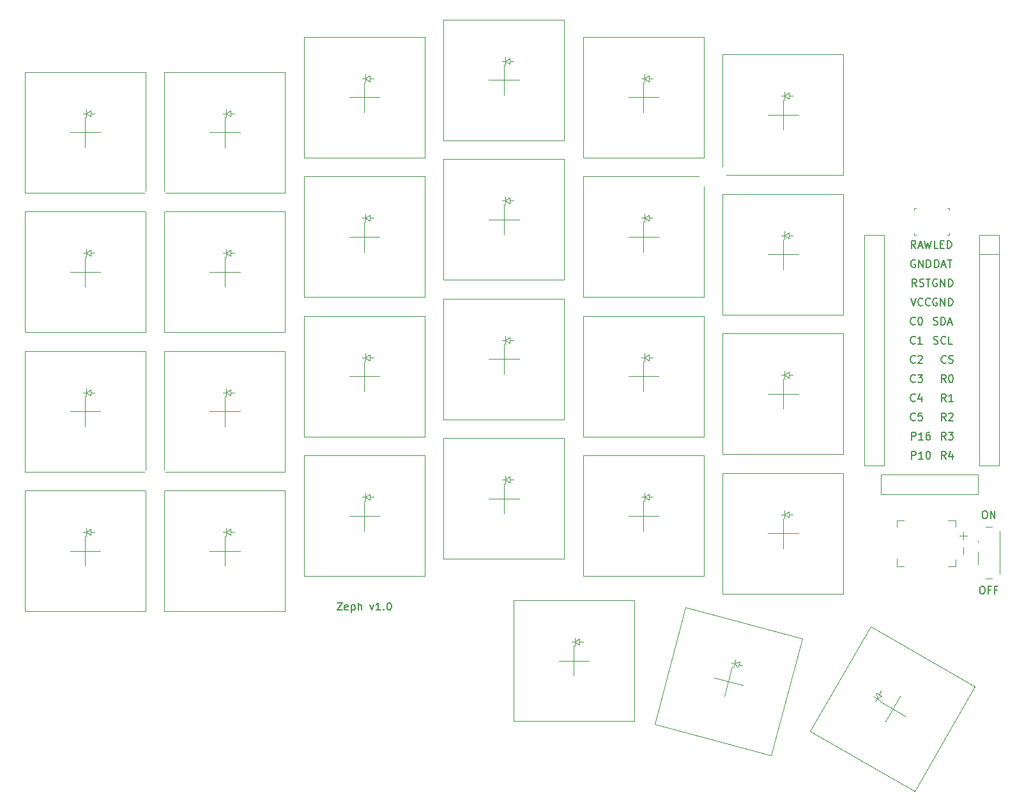
<source format=gto>
G04 #@! TF.GenerationSoftware,KiCad,Pcbnew,8.0.8+1*
G04 #@! TF.CreationDate,2025-03-02T13:35:21+00:00*
G04 #@! TF.ProjectId,zeph_wireless_autorouted,7a657068-5f77-4697-9265-6c6573735f61,0.2*
G04 #@! TF.SameCoordinates,Original*
G04 #@! TF.FileFunction,Legend,Top*
G04 #@! TF.FilePolarity,Positive*
%FSLAX46Y46*%
G04 Gerber Fmt 4.6, Leading zero omitted, Abs format (unit mm)*
G04 Created by KiCad (PCBNEW 8.0.8+1) date 2025-03-02 13:35:21*
%MOMM*%
%LPD*%
G01*
G04 APERTURE LIST*
%ADD10C,0.150000*%
%ADD11C,0.100000*%
%ADD12C,0.120000*%
%ADD13C,1.100000*%
%ADD14C,1.300000*%
%ADD15O,1.800000X1.800000*%
%ADD16C,1.800000*%
%ADD17C,3.550000*%
%ADD18C,0.850000*%
%ADD19C,1.000000*%
%ADD20C,0.900000*%
%ADD21O,1.850000X1.300000*%
%ADD22C,2.300000*%
G04 APERTURE END LIST*
D10*
X133380952Y-106854819D02*
X134047618Y-106854819D01*
X134047618Y-106854819D02*
X133380952Y-107854819D01*
X133380952Y-107854819D02*
X134047618Y-107854819D01*
X134809523Y-107807200D02*
X134714285Y-107854819D01*
X134714285Y-107854819D02*
X134523809Y-107854819D01*
X134523809Y-107854819D02*
X134428571Y-107807200D01*
X134428571Y-107807200D02*
X134380952Y-107711961D01*
X134380952Y-107711961D02*
X134380952Y-107331009D01*
X134380952Y-107331009D02*
X134428571Y-107235771D01*
X134428571Y-107235771D02*
X134523809Y-107188152D01*
X134523809Y-107188152D02*
X134714285Y-107188152D01*
X134714285Y-107188152D02*
X134809523Y-107235771D01*
X134809523Y-107235771D02*
X134857142Y-107331009D01*
X134857142Y-107331009D02*
X134857142Y-107426247D01*
X134857142Y-107426247D02*
X134380952Y-107521485D01*
X135285714Y-107188152D02*
X135285714Y-108188152D01*
X135285714Y-107235771D02*
X135380952Y-107188152D01*
X135380952Y-107188152D02*
X135571428Y-107188152D01*
X135571428Y-107188152D02*
X135666666Y-107235771D01*
X135666666Y-107235771D02*
X135714285Y-107283390D01*
X135714285Y-107283390D02*
X135761904Y-107378628D01*
X135761904Y-107378628D02*
X135761904Y-107664342D01*
X135761904Y-107664342D02*
X135714285Y-107759580D01*
X135714285Y-107759580D02*
X135666666Y-107807200D01*
X135666666Y-107807200D02*
X135571428Y-107854819D01*
X135571428Y-107854819D02*
X135380952Y-107854819D01*
X135380952Y-107854819D02*
X135285714Y-107807200D01*
X136190476Y-107854819D02*
X136190476Y-106854819D01*
X136619047Y-107854819D02*
X136619047Y-107331009D01*
X136619047Y-107331009D02*
X136571428Y-107235771D01*
X136571428Y-107235771D02*
X136476190Y-107188152D01*
X136476190Y-107188152D02*
X136333333Y-107188152D01*
X136333333Y-107188152D02*
X136238095Y-107235771D01*
X136238095Y-107235771D02*
X136190476Y-107283390D01*
X137761905Y-107188152D02*
X138000000Y-107854819D01*
X138000000Y-107854819D02*
X138238095Y-107188152D01*
X139142857Y-107854819D02*
X138571429Y-107854819D01*
X138857143Y-107854819D02*
X138857143Y-106854819D01*
X138857143Y-106854819D02*
X138761905Y-106997676D01*
X138761905Y-106997676D02*
X138666667Y-107092914D01*
X138666667Y-107092914D02*
X138571429Y-107140533D01*
X139571429Y-107759580D02*
X139619048Y-107807200D01*
X139619048Y-107807200D02*
X139571429Y-107854819D01*
X139571429Y-107854819D02*
X139523810Y-107807200D01*
X139523810Y-107807200D02*
X139571429Y-107759580D01*
X139571429Y-107759580D02*
X139571429Y-107854819D01*
X140238095Y-106854819D02*
X140333333Y-106854819D01*
X140333333Y-106854819D02*
X140428571Y-106902438D01*
X140428571Y-106902438D02*
X140476190Y-106950057D01*
X140476190Y-106950057D02*
X140523809Y-107045295D01*
X140523809Y-107045295D02*
X140571428Y-107235771D01*
X140571428Y-107235771D02*
X140571428Y-107473866D01*
X140571428Y-107473866D02*
X140523809Y-107664342D01*
X140523809Y-107664342D02*
X140476190Y-107759580D01*
X140476190Y-107759580D02*
X140428571Y-107807200D01*
X140428571Y-107807200D02*
X140333333Y-107854819D01*
X140333333Y-107854819D02*
X140238095Y-107854819D01*
X140238095Y-107854819D02*
X140142857Y-107807200D01*
X140142857Y-107807200D02*
X140095238Y-107759580D01*
X140095238Y-107759580D02*
X140047619Y-107664342D01*
X140047619Y-107664342D02*
X140000000Y-107473866D01*
X140000000Y-107473866D02*
X140000000Y-107235771D01*
X140000000Y-107235771D02*
X140047619Y-107045295D01*
X140047619Y-107045295D02*
X140095238Y-106950057D01*
X140095238Y-106950057D02*
X140142857Y-106902438D01*
X140142857Y-106902438D02*
X140238095Y-106854819D01*
X219130952Y-94704819D02*
X219321428Y-94704819D01*
X219321428Y-94704819D02*
X219416666Y-94752438D01*
X219416666Y-94752438D02*
X219511904Y-94847676D01*
X219511904Y-94847676D02*
X219559523Y-95038152D01*
X219559523Y-95038152D02*
X219559523Y-95371485D01*
X219559523Y-95371485D02*
X219511904Y-95561961D01*
X219511904Y-95561961D02*
X219416666Y-95657200D01*
X219416666Y-95657200D02*
X219321428Y-95704819D01*
X219321428Y-95704819D02*
X219130952Y-95704819D01*
X219130952Y-95704819D02*
X219035714Y-95657200D01*
X219035714Y-95657200D02*
X218940476Y-95561961D01*
X218940476Y-95561961D02*
X218892857Y-95371485D01*
X218892857Y-95371485D02*
X218892857Y-95038152D01*
X218892857Y-95038152D02*
X218940476Y-94847676D01*
X218940476Y-94847676D02*
X219035714Y-94752438D01*
X219035714Y-94752438D02*
X219130952Y-94704819D01*
X219988095Y-95704819D02*
X219988095Y-94704819D01*
X219988095Y-94704819D02*
X220559523Y-95704819D01*
X220559523Y-95704819D02*
X220559523Y-94704819D01*
X218797619Y-104704819D02*
X218988095Y-104704819D01*
X218988095Y-104704819D02*
X219083333Y-104752438D01*
X219083333Y-104752438D02*
X219178571Y-104847676D01*
X219178571Y-104847676D02*
X219226190Y-105038152D01*
X219226190Y-105038152D02*
X219226190Y-105371485D01*
X219226190Y-105371485D02*
X219178571Y-105561961D01*
X219178571Y-105561961D02*
X219083333Y-105657200D01*
X219083333Y-105657200D02*
X218988095Y-105704819D01*
X218988095Y-105704819D02*
X218797619Y-105704819D01*
X218797619Y-105704819D02*
X218702381Y-105657200D01*
X218702381Y-105657200D02*
X218607143Y-105561961D01*
X218607143Y-105561961D02*
X218559524Y-105371485D01*
X218559524Y-105371485D02*
X218559524Y-105038152D01*
X218559524Y-105038152D02*
X218607143Y-104847676D01*
X218607143Y-104847676D02*
X218702381Y-104752438D01*
X218702381Y-104752438D02*
X218797619Y-104704819D01*
X219988095Y-105181009D02*
X219654762Y-105181009D01*
X219654762Y-105704819D02*
X219654762Y-104704819D01*
X219654762Y-104704819D02*
X220130952Y-104704819D01*
X220845238Y-105181009D02*
X220511905Y-105181009D01*
X220511905Y-105704819D02*
X220511905Y-104704819D01*
X220511905Y-104704819D02*
X220988095Y-104704819D01*
X209997333Y-75019580D02*
X209949714Y-75067200D01*
X209949714Y-75067200D02*
X209806857Y-75114819D01*
X209806857Y-75114819D02*
X209711619Y-75114819D01*
X209711619Y-75114819D02*
X209568762Y-75067200D01*
X209568762Y-75067200D02*
X209473524Y-74971961D01*
X209473524Y-74971961D02*
X209425905Y-74876723D01*
X209425905Y-74876723D02*
X209378286Y-74686247D01*
X209378286Y-74686247D02*
X209378286Y-74543390D01*
X209378286Y-74543390D02*
X209425905Y-74352914D01*
X209425905Y-74352914D02*
X209473524Y-74257676D01*
X209473524Y-74257676D02*
X209568762Y-74162438D01*
X209568762Y-74162438D02*
X209711619Y-74114819D01*
X209711619Y-74114819D02*
X209806857Y-74114819D01*
X209806857Y-74114819D02*
X209949714Y-74162438D01*
X209949714Y-74162438D02*
X209997333Y-74210057D01*
X210378286Y-74210057D02*
X210425905Y-74162438D01*
X210425905Y-74162438D02*
X210521143Y-74114819D01*
X210521143Y-74114819D02*
X210759238Y-74114819D01*
X210759238Y-74114819D02*
X210854476Y-74162438D01*
X210854476Y-74162438D02*
X210902095Y-74210057D01*
X210902095Y-74210057D02*
X210949714Y-74305295D01*
X210949714Y-74305295D02*
X210949714Y-74400533D01*
X210949714Y-74400533D02*
X210902095Y-74543390D01*
X210902095Y-74543390D02*
X210330667Y-75114819D01*
X210330667Y-75114819D02*
X210949714Y-75114819D01*
X209420667Y-66494819D02*
X209754000Y-67494819D01*
X209754000Y-67494819D02*
X210087333Y-66494819D01*
X210992095Y-67399580D02*
X210944476Y-67447200D01*
X210944476Y-67447200D02*
X210801619Y-67494819D01*
X210801619Y-67494819D02*
X210706381Y-67494819D01*
X210706381Y-67494819D02*
X210563524Y-67447200D01*
X210563524Y-67447200D02*
X210468286Y-67351961D01*
X210468286Y-67351961D02*
X210420667Y-67256723D01*
X210420667Y-67256723D02*
X210373048Y-67066247D01*
X210373048Y-67066247D02*
X210373048Y-66923390D01*
X210373048Y-66923390D02*
X210420667Y-66732914D01*
X210420667Y-66732914D02*
X210468286Y-66637676D01*
X210468286Y-66637676D02*
X210563524Y-66542438D01*
X210563524Y-66542438D02*
X210706381Y-66494819D01*
X210706381Y-66494819D02*
X210801619Y-66494819D01*
X210801619Y-66494819D02*
X210944476Y-66542438D01*
X210944476Y-66542438D02*
X210992095Y-66590057D01*
X211992095Y-67399580D02*
X211944476Y-67447200D01*
X211944476Y-67447200D02*
X211801619Y-67494819D01*
X211801619Y-67494819D02*
X211706381Y-67494819D01*
X211706381Y-67494819D02*
X211563524Y-67447200D01*
X211563524Y-67447200D02*
X211468286Y-67351961D01*
X211468286Y-67351961D02*
X211420667Y-67256723D01*
X211420667Y-67256723D02*
X211373048Y-67066247D01*
X211373048Y-67066247D02*
X211373048Y-66923390D01*
X211373048Y-66923390D02*
X211420667Y-66732914D01*
X211420667Y-66732914D02*
X211468286Y-66637676D01*
X211468286Y-66637676D02*
X211563524Y-66542438D01*
X211563524Y-66542438D02*
X211706381Y-66494819D01*
X211706381Y-66494819D02*
X211801619Y-66494819D01*
X211801619Y-66494819D02*
X211944476Y-66542438D01*
X211944476Y-66542438D02*
X211992095Y-66590057D01*
X214077333Y-80194819D02*
X213744000Y-79718628D01*
X213505905Y-80194819D02*
X213505905Y-79194819D01*
X213505905Y-79194819D02*
X213886857Y-79194819D01*
X213886857Y-79194819D02*
X213982095Y-79242438D01*
X213982095Y-79242438D02*
X214029714Y-79290057D01*
X214029714Y-79290057D02*
X214077333Y-79385295D01*
X214077333Y-79385295D02*
X214077333Y-79528152D01*
X214077333Y-79528152D02*
X214029714Y-79623390D01*
X214029714Y-79623390D02*
X213982095Y-79671009D01*
X213982095Y-79671009D02*
X213886857Y-79718628D01*
X213886857Y-79718628D02*
X213505905Y-79718628D01*
X215029714Y-80194819D02*
X214458286Y-80194819D01*
X214744000Y-80194819D02*
X214744000Y-79194819D01*
X214744000Y-79194819D02*
X214648762Y-79337676D01*
X214648762Y-79337676D02*
X214553524Y-79432914D01*
X214553524Y-79432914D02*
X214458286Y-79480533D01*
X209539714Y-85274819D02*
X209539714Y-84274819D01*
X209539714Y-84274819D02*
X209920666Y-84274819D01*
X209920666Y-84274819D02*
X210015904Y-84322438D01*
X210015904Y-84322438D02*
X210063523Y-84370057D01*
X210063523Y-84370057D02*
X210111142Y-84465295D01*
X210111142Y-84465295D02*
X210111142Y-84608152D01*
X210111142Y-84608152D02*
X210063523Y-84703390D01*
X210063523Y-84703390D02*
X210015904Y-84751009D01*
X210015904Y-84751009D02*
X209920666Y-84798628D01*
X209920666Y-84798628D02*
X209539714Y-84798628D01*
X211063523Y-85274819D02*
X210492095Y-85274819D01*
X210777809Y-85274819D02*
X210777809Y-84274819D01*
X210777809Y-84274819D02*
X210682571Y-84417676D01*
X210682571Y-84417676D02*
X210587333Y-84512914D01*
X210587333Y-84512914D02*
X210492095Y-84560533D01*
X211920666Y-84274819D02*
X211730190Y-84274819D01*
X211730190Y-84274819D02*
X211634952Y-84322438D01*
X211634952Y-84322438D02*
X211587333Y-84370057D01*
X211587333Y-84370057D02*
X211492095Y-84512914D01*
X211492095Y-84512914D02*
X211444476Y-84703390D01*
X211444476Y-84703390D02*
X211444476Y-85084342D01*
X211444476Y-85084342D02*
X211492095Y-85179580D01*
X211492095Y-85179580D02*
X211539714Y-85227200D01*
X211539714Y-85227200D02*
X211634952Y-85274819D01*
X211634952Y-85274819D02*
X211825428Y-85274819D01*
X211825428Y-85274819D02*
X211920666Y-85227200D01*
X211920666Y-85227200D02*
X211968285Y-85179580D01*
X211968285Y-85179580D02*
X212015904Y-85084342D01*
X212015904Y-85084342D02*
X212015904Y-84846247D01*
X212015904Y-84846247D02*
X211968285Y-84751009D01*
X211968285Y-84751009D02*
X211920666Y-84703390D01*
X211920666Y-84703390D02*
X211825428Y-84655771D01*
X211825428Y-84655771D02*
X211634952Y-84655771D01*
X211634952Y-84655771D02*
X211539714Y-84703390D01*
X211539714Y-84703390D02*
X211492095Y-84751009D01*
X211492095Y-84751009D02*
X211444476Y-84846247D01*
X214077333Y-85274819D02*
X213744000Y-84798628D01*
X213505905Y-85274819D02*
X213505905Y-84274819D01*
X213505905Y-84274819D02*
X213886857Y-84274819D01*
X213886857Y-84274819D02*
X213982095Y-84322438D01*
X213982095Y-84322438D02*
X214029714Y-84370057D01*
X214029714Y-84370057D02*
X214077333Y-84465295D01*
X214077333Y-84465295D02*
X214077333Y-84608152D01*
X214077333Y-84608152D02*
X214029714Y-84703390D01*
X214029714Y-84703390D02*
X213982095Y-84751009D01*
X213982095Y-84751009D02*
X213886857Y-84798628D01*
X213886857Y-84798628D02*
X213505905Y-84798628D01*
X214410667Y-84274819D02*
X215029714Y-84274819D01*
X215029714Y-84274819D02*
X214696381Y-84655771D01*
X214696381Y-84655771D02*
X214839238Y-84655771D01*
X214839238Y-84655771D02*
X214934476Y-84703390D01*
X214934476Y-84703390D02*
X214982095Y-84751009D01*
X214982095Y-84751009D02*
X215029714Y-84846247D01*
X215029714Y-84846247D02*
X215029714Y-85084342D01*
X215029714Y-85084342D02*
X214982095Y-85179580D01*
X214982095Y-85179580D02*
X214934476Y-85227200D01*
X214934476Y-85227200D02*
X214839238Y-85274819D01*
X214839238Y-85274819D02*
X214553524Y-85274819D01*
X214553524Y-85274819D02*
X214458286Y-85227200D01*
X214458286Y-85227200D02*
X214410667Y-85179580D01*
X209997333Y-80099580D02*
X209949714Y-80147200D01*
X209949714Y-80147200D02*
X209806857Y-80194819D01*
X209806857Y-80194819D02*
X209711619Y-80194819D01*
X209711619Y-80194819D02*
X209568762Y-80147200D01*
X209568762Y-80147200D02*
X209473524Y-80051961D01*
X209473524Y-80051961D02*
X209425905Y-79956723D01*
X209425905Y-79956723D02*
X209378286Y-79766247D01*
X209378286Y-79766247D02*
X209378286Y-79623390D01*
X209378286Y-79623390D02*
X209425905Y-79432914D01*
X209425905Y-79432914D02*
X209473524Y-79337676D01*
X209473524Y-79337676D02*
X209568762Y-79242438D01*
X209568762Y-79242438D02*
X209711619Y-79194819D01*
X209711619Y-79194819D02*
X209806857Y-79194819D01*
X209806857Y-79194819D02*
X209949714Y-79242438D01*
X209949714Y-79242438D02*
X209997333Y-79290057D01*
X210854476Y-79528152D02*
X210854476Y-80194819D01*
X210616381Y-79147200D02*
X210378286Y-79861485D01*
X210378286Y-79861485D02*
X210997333Y-79861485D01*
X210063523Y-59874819D02*
X209730190Y-59398628D01*
X209492095Y-59874819D02*
X209492095Y-58874819D01*
X209492095Y-58874819D02*
X209873047Y-58874819D01*
X209873047Y-58874819D02*
X209968285Y-58922438D01*
X209968285Y-58922438D02*
X210015904Y-58970057D01*
X210015904Y-58970057D02*
X210063523Y-59065295D01*
X210063523Y-59065295D02*
X210063523Y-59208152D01*
X210063523Y-59208152D02*
X210015904Y-59303390D01*
X210015904Y-59303390D02*
X209968285Y-59351009D01*
X209968285Y-59351009D02*
X209873047Y-59398628D01*
X209873047Y-59398628D02*
X209492095Y-59398628D01*
X210444476Y-59589104D02*
X210920666Y-59589104D01*
X210349238Y-59874819D02*
X210682571Y-58874819D01*
X210682571Y-58874819D02*
X211015904Y-59874819D01*
X211254000Y-58874819D02*
X211492095Y-59874819D01*
X211492095Y-59874819D02*
X211682571Y-59160533D01*
X211682571Y-59160533D02*
X211873047Y-59874819D01*
X211873047Y-59874819D02*
X212111143Y-58874819D01*
X214077333Y-75019580D02*
X214029714Y-75067200D01*
X214029714Y-75067200D02*
X213886857Y-75114819D01*
X213886857Y-75114819D02*
X213791619Y-75114819D01*
X213791619Y-75114819D02*
X213648762Y-75067200D01*
X213648762Y-75067200D02*
X213553524Y-74971961D01*
X213553524Y-74971961D02*
X213505905Y-74876723D01*
X213505905Y-74876723D02*
X213458286Y-74686247D01*
X213458286Y-74686247D02*
X213458286Y-74543390D01*
X213458286Y-74543390D02*
X213505905Y-74352914D01*
X213505905Y-74352914D02*
X213553524Y-74257676D01*
X213553524Y-74257676D02*
X213648762Y-74162438D01*
X213648762Y-74162438D02*
X213791619Y-74114819D01*
X213791619Y-74114819D02*
X213886857Y-74114819D01*
X213886857Y-74114819D02*
X214029714Y-74162438D01*
X214029714Y-74162438D02*
X214077333Y-74210057D01*
X214458286Y-75067200D02*
X214601143Y-75114819D01*
X214601143Y-75114819D02*
X214839238Y-75114819D01*
X214839238Y-75114819D02*
X214934476Y-75067200D01*
X214934476Y-75067200D02*
X214982095Y-75019580D01*
X214982095Y-75019580D02*
X215029714Y-74924342D01*
X215029714Y-74924342D02*
X215029714Y-74829104D01*
X215029714Y-74829104D02*
X214982095Y-74733866D01*
X214982095Y-74733866D02*
X214934476Y-74686247D01*
X214934476Y-74686247D02*
X214839238Y-74638628D01*
X214839238Y-74638628D02*
X214648762Y-74591009D01*
X214648762Y-74591009D02*
X214553524Y-74543390D01*
X214553524Y-74543390D02*
X214505905Y-74495771D01*
X214505905Y-74495771D02*
X214458286Y-74400533D01*
X214458286Y-74400533D02*
X214458286Y-74305295D01*
X214458286Y-74305295D02*
X214505905Y-74210057D01*
X214505905Y-74210057D02*
X214553524Y-74162438D01*
X214553524Y-74162438D02*
X214648762Y-74114819D01*
X214648762Y-74114819D02*
X214886857Y-74114819D01*
X214886857Y-74114819D02*
X215029714Y-74162438D01*
X209997333Y-69939580D02*
X209949714Y-69987200D01*
X209949714Y-69987200D02*
X209806857Y-70034819D01*
X209806857Y-70034819D02*
X209711619Y-70034819D01*
X209711619Y-70034819D02*
X209568762Y-69987200D01*
X209568762Y-69987200D02*
X209473524Y-69891961D01*
X209473524Y-69891961D02*
X209425905Y-69796723D01*
X209425905Y-69796723D02*
X209378286Y-69606247D01*
X209378286Y-69606247D02*
X209378286Y-69463390D01*
X209378286Y-69463390D02*
X209425905Y-69272914D01*
X209425905Y-69272914D02*
X209473524Y-69177676D01*
X209473524Y-69177676D02*
X209568762Y-69082438D01*
X209568762Y-69082438D02*
X209711619Y-69034819D01*
X209711619Y-69034819D02*
X209806857Y-69034819D01*
X209806857Y-69034819D02*
X209949714Y-69082438D01*
X209949714Y-69082438D02*
X209997333Y-69130057D01*
X210616381Y-69034819D02*
X210711619Y-69034819D01*
X210711619Y-69034819D02*
X210806857Y-69082438D01*
X210806857Y-69082438D02*
X210854476Y-69130057D01*
X210854476Y-69130057D02*
X210902095Y-69225295D01*
X210902095Y-69225295D02*
X210949714Y-69415771D01*
X210949714Y-69415771D02*
X210949714Y-69653866D01*
X210949714Y-69653866D02*
X210902095Y-69844342D01*
X210902095Y-69844342D02*
X210854476Y-69939580D01*
X210854476Y-69939580D02*
X210806857Y-69987200D01*
X210806857Y-69987200D02*
X210711619Y-70034819D01*
X210711619Y-70034819D02*
X210616381Y-70034819D01*
X210616381Y-70034819D02*
X210521143Y-69987200D01*
X210521143Y-69987200D02*
X210473524Y-69939580D01*
X210473524Y-69939580D02*
X210425905Y-69844342D01*
X210425905Y-69844342D02*
X210378286Y-69653866D01*
X210378286Y-69653866D02*
X210378286Y-69415771D01*
X210378286Y-69415771D02*
X210425905Y-69225295D01*
X210425905Y-69225295D02*
X210473524Y-69130057D01*
X210473524Y-69130057D02*
X210521143Y-69082438D01*
X210521143Y-69082438D02*
X210616381Y-69034819D01*
X209539714Y-87814819D02*
X209539714Y-86814819D01*
X209539714Y-86814819D02*
X209920666Y-86814819D01*
X209920666Y-86814819D02*
X210015904Y-86862438D01*
X210015904Y-86862438D02*
X210063523Y-86910057D01*
X210063523Y-86910057D02*
X210111142Y-87005295D01*
X210111142Y-87005295D02*
X210111142Y-87148152D01*
X210111142Y-87148152D02*
X210063523Y-87243390D01*
X210063523Y-87243390D02*
X210015904Y-87291009D01*
X210015904Y-87291009D02*
X209920666Y-87338628D01*
X209920666Y-87338628D02*
X209539714Y-87338628D01*
X211063523Y-87814819D02*
X210492095Y-87814819D01*
X210777809Y-87814819D02*
X210777809Y-86814819D01*
X210777809Y-86814819D02*
X210682571Y-86957676D01*
X210682571Y-86957676D02*
X210587333Y-87052914D01*
X210587333Y-87052914D02*
X210492095Y-87100533D01*
X211682571Y-86814819D02*
X211777809Y-86814819D01*
X211777809Y-86814819D02*
X211873047Y-86862438D01*
X211873047Y-86862438D02*
X211920666Y-86910057D01*
X211920666Y-86910057D02*
X211968285Y-87005295D01*
X211968285Y-87005295D02*
X212015904Y-87195771D01*
X212015904Y-87195771D02*
X212015904Y-87433866D01*
X212015904Y-87433866D02*
X211968285Y-87624342D01*
X211968285Y-87624342D02*
X211920666Y-87719580D01*
X211920666Y-87719580D02*
X211873047Y-87767200D01*
X211873047Y-87767200D02*
X211777809Y-87814819D01*
X211777809Y-87814819D02*
X211682571Y-87814819D01*
X211682571Y-87814819D02*
X211587333Y-87767200D01*
X211587333Y-87767200D02*
X211539714Y-87719580D01*
X211539714Y-87719580D02*
X211492095Y-87624342D01*
X211492095Y-87624342D02*
X211444476Y-87433866D01*
X211444476Y-87433866D02*
X211444476Y-87195771D01*
X211444476Y-87195771D02*
X211492095Y-87005295D01*
X211492095Y-87005295D02*
X211539714Y-86910057D01*
X211539714Y-86910057D02*
X211587333Y-86862438D01*
X211587333Y-86862438D02*
X211682571Y-86814819D01*
X209997333Y-72479580D02*
X209949714Y-72527200D01*
X209949714Y-72527200D02*
X209806857Y-72574819D01*
X209806857Y-72574819D02*
X209711619Y-72574819D01*
X209711619Y-72574819D02*
X209568762Y-72527200D01*
X209568762Y-72527200D02*
X209473524Y-72431961D01*
X209473524Y-72431961D02*
X209425905Y-72336723D01*
X209425905Y-72336723D02*
X209378286Y-72146247D01*
X209378286Y-72146247D02*
X209378286Y-72003390D01*
X209378286Y-72003390D02*
X209425905Y-71812914D01*
X209425905Y-71812914D02*
X209473524Y-71717676D01*
X209473524Y-71717676D02*
X209568762Y-71622438D01*
X209568762Y-71622438D02*
X209711619Y-71574819D01*
X209711619Y-71574819D02*
X209806857Y-71574819D01*
X209806857Y-71574819D02*
X209949714Y-71622438D01*
X209949714Y-71622438D02*
X209997333Y-71670057D01*
X210949714Y-72574819D02*
X210378286Y-72574819D01*
X210664000Y-72574819D02*
X210664000Y-71574819D01*
X210664000Y-71574819D02*
X210568762Y-71717676D01*
X210568762Y-71717676D02*
X210473524Y-71812914D01*
X210473524Y-71812914D02*
X210378286Y-71860533D01*
X210206380Y-64954819D02*
X209873047Y-64478628D01*
X209634952Y-64954819D02*
X209634952Y-63954819D01*
X209634952Y-63954819D02*
X210015904Y-63954819D01*
X210015904Y-63954819D02*
X210111142Y-64002438D01*
X210111142Y-64002438D02*
X210158761Y-64050057D01*
X210158761Y-64050057D02*
X210206380Y-64145295D01*
X210206380Y-64145295D02*
X210206380Y-64288152D01*
X210206380Y-64288152D02*
X210158761Y-64383390D01*
X210158761Y-64383390D02*
X210111142Y-64431009D01*
X210111142Y-64431009D02*
X210015904Y-64478628D01*
X210015904Y-64478628D02*
X209634952Y-64478628D01*
X210587333Y-64907200D02*
X210730190Y-64954819D01*
X210730190Y-64954819D02*
X210968285Y-64954819D01*
X210968285Y-64954819D02*
X211063523Y-64907200D01*
X211063523Y-64907200D02*
X211111142Y-64859580D01*
X211111142Y-64859580D02*
X211158761Y-64764342D01*
X211158761Y-64764342D02*
X211158761Y-64669104D01*
X211158761Y-64669104D02*
X211111142Y-64573866D01*
X211111142Y-64573866D02*
X211063523Y-64526247D01*
X211063523Y-64526247D02*
X210968285Y-64478628D01*
X210968285Y-64478628D02*
X210777809Y-64431009D01*
X210777809Y-64431009D02*
X210682571Y-64383390D01*
X210682571Y-64383390D02*
X210634952Y-64335771D01*
X210634952Y-64335771D02*
X210587333Y-64240533D01*
X210587333Y-64240533D02*
X210587333Y-64145295D01*
X210587333Y-64145295D02*
X210634952Y-64050057D01*
X210634952Y-64050057D02*
X210682571Y-64002438D01*
X210682571Y-64002438D02*
X210777809Y-63954819D01*
X210777809Y-63954819D02*
X211015904Y-63954819D01*
X211015904Y-63954819D02*
X211158761Y-64002438D01*
X211444476Y-63954819D02*
X212015904Y-63954819D01*
X211730190Y-64954819D02*
X211730190Y-63954819D01*
X212892095Y-64002438D02*
X212796857Y-63954819D01*
X212796857Y-63954819D02*
X212654000Y-63954819D01*
X212654000Y-63954819D02*
X212511143Y-64002438D01*
X212511143Y-64002438D02*
X212415905Y-64097676D01*
X212415905Y-64097676D02*
X212368286Y-64192914D01*
X212368286Y-64192914D02*
X212320667Y-64383390D01*
X212320667Y-64383390D02*
X212320667Y-64526247D01*
X212320667Y-64526247D02*
X212368286Y-64716723D01*
X212368286Y-64716723D02*
X212415905Y-64811961D01*
X212415905Y-64811961D02*
X212511143Y-64907200D01*
X212511143Y-64907200D02*
X212654000Y-64954819D01*
X212654000Y-64954819D02*
X212749238Y-64954819D01*
X212749238Y-64954819D02*
X212892095Y-64907200D01*
X212892095Y-64907200D02*
X212939714Y-64859580D01*
X212939714Y-64859580D02*
X212939714Y-64526247D01*
X212939714Y-64526247D02*
X212749238Y-64526247D01*
X213368286Y-64954819D02*
X213368286Y-63954819D01*
X213368286Y-63954819D02*
X213939714Y-64954819D01*
X213939714Y-64954819D02*
X213939714Y-63954819D01*
X214415905Y-64954819D02*
X214415905Y-63954819D01*
X214415905Y-63954819D02*
X214654000Y-63954819D01*
X214654000Y-63954819D02*
X214796857Y-64002438D01*
X214796857Y-64002438D02*
X214892095Y-64097676D01*
X214892095Y-64097676D02*
X214939714Y-64192914D01*
X214939714Y-64192914D02*
X214987333Y-64383390D01*
X214987333Y-64383390D02*
X214987333Y-64526247D01*
X214987333Y-64526247D02*
X214939714Y-64716723D01*
X214939714Y-64716723D02*
X214892095Y-64811961D01*
X214892095Y-64811961D02*
X214796857Y-64907200D01*
X214796857Y-64907200D02*
X214654000Y-64954819D01*
X214654000Y-64954819D02*
X214415905Y-64954819D01*
X209997333Y-77559580D02*
X209949714Y-77607200D01*
X209949714Y-77607200D02*
X209806857Y-77654819D01*
X209806857Y-77654819D02*
X209711619Y-77654819D01*
X209711619Y-77654819D02*
X209568762Y-77607200D01*
X209568762Y-77607200D02*
X209473524Y-77511961D01*
X209473524Y-77511961D02*
X209425905Y-77416723D01*
X209425905Y-77416723D02*
X209378286Y-77226247D01*
X209378286Y-77226247D02*
X209378286Y-77083390D01*
X209378286Y-77083390D02*
X209425905Y-76892914D01*
X209425905Y-76892914D02*
X209473524Y-76797676D01*
X209473524Y-76797676D02*
X209568762Y-76702438D01*
X209568762Y-76702438D02*
X209711619Y-76654819D01*
X209711619Y-76654819D02*
X209806857Y-76654819D01*
X209806857Y-76654819D02*
X209949714Y-76702438D01*
X209949714Y-76702438D02*
X209997333Y-76750057D01*
X210330667Y-76654819D02*
X210949714Y-76654819D01*
X210949714Y-76654819D02*
X210616381Y-77035771D01*
X210616381Y-77035771D02*
X210759238Y-77035771D01*
X210759238Y-77035771D02*
X210854476Y-77083390D01*
X210854476Y-77083390D02*
X210902095Y-77131009D01*
X210902095Y-77131009D02*
X210949714Y-77226247D01*
X210949714Y-77226247D02*
X210949714Y-77464342D01*
X210949714Y-77464342D02*
X210902095Y-77559580D01*
X210902095Y-77559580D02*
X210854476Y-77607200D01*
X210854476Y-77607200D02*
X210759238Y-77654819D01*
X210759238Y-77654819D02*
X210473524Y-77654819D01*
X210473524Y-77654819D02*
X210378286Y-77607200D01*
X210378286Y-77607200D02*
X210330667Y-77559580D01*
X214077333Y-77654819D02*
X213744000Y-77178628D01*
X213505905Y-77654819D02*
X213505905Y-76654819D01*
X213505905Y-76654819D02*
X213886857Y-76654819D01*
X213886857Y-76654819D02*
X213982095Y-76702438D01*
X213982095Y-76702438D02*
X214029714Y-76750057D01*
X214029714Y-76750057D02*
X214077333Y-76845295D01*
X214077333Y-76845295D02*
X214077333Y-76988152D01*
X214077333Y-76988152D02*
X214029714Y-77083390D01*
X214029714Y-77083390D02*
X213982095Y-77131009D01*
X213982095Y-77131009D02*
X213886857Y-77178628D01*
X213886857Y-77178628D02*
X213505905Y-77178628D01*
X214696381Y-76654819D02*
X214791619Y-76654819D01*
X214791619Y-76654819D02*
X214886857Y-76702438D01*
X214886857Y-76702438D02*
X214934476Y-76750057D01*
X214934476Y-76750057D02*
X214982095Y-76845295D01*
X214982095Y-76845295D02*
X215029714Y-77035771D01*
X215029714Y-77035771D02*
X215029714Y-77273866D01*
X215029714Y-77273866D02*
X214982095Y-77464342D01*
X214982095Y-77464342D02*
X214934476Y-77559580D01*
X214934476Y-77559580D02*
X214886857Y-77607200D01*
X214886857Y-77607200D02*
X214791619Y-77654819D01*
X214791619Y-77654819D02*
X214696381Y-77654819D01*
X214696381Y-77654819D02*
X214601143Y-77607200D01*
X214601143Y-77607200D02*
X214553524Y-77559580D01*
X214553524Y-77559580D02*
X214505905Y-77464342D01*
X214505905Y-77464342D02*
X214458286Y-77273866D01*
X214458286Y-77273866D02*
X214458286Y-77035771D01*
X214458286Y-77035771D02*
X214505905Y-76845295D01*
X214505905Y-76845295D02*
X214553524Y-76750057D01*
X214553524Y-76750057D02*
X214601143Y-76702438D01*
X214601143Y-76702438D02*
X214696381Y-76654819D01*
X212582571Y-62414819D02*
X212582571Y-61414819D01*
X212582571Y-61414819D02*
X212820666Y-61414819D01*
X212820666Y-61414819D02*
X212963523Y-61462438D01*
X212963523Y-61462438D02*
X213058761Y-61557676D01*
X213058761Y-61557676D02*
X213106380Y-61652914D01*
X213106380Y-61652914D02*
X213153999Y-61843390D01*
X213153999Y-61843390D02*
X213153999Y-61986247D01*
X213153999Y-61986247D02*
X213106380Y-62176723D01*
X213106380Y-62176723D02*
X213058761Y-62271961D01*
X213058761Y-62271961D02*
X212963523Y-62367200D01*
X212963523Y-62367200D02*
X212820666Y-62414819D01*
X212820666Y-62414819D02*
X212582571Y-62414819D01*
X213534952Y-62129104D02*
X214011142Y-62129104D01*
X213439714Y-62414819D02*
X213773047Y-61414819D01*
X213773047Y-61414819D02*
X214106380Y-62414819D01*
X214296857Y-61414819D02*
X214868285Y-61414819D01*
X214582571Y-62414819D02*
X214582571Y-61414819D01*
X212439714Y-69987200D02*
X212582571Y-70034819D01*
X212582571Y-70034819D02*
X212820666Y-70034819D01*
X212820666Y-70034819D02*
X212915904Y-69987200D01*
X212915904Y-69987200D02*
X212963523Y-69939580D01*
X212963523Y-69939580D02*
X213011142Y-69844342D01*
X213011142Y-69844342D02*
X213011142Y-69749104D01*
X213011142Y-69749104D02*
X212963523Y-69653866D01*
X212963523Y-69653866D02*
X212915904Y-69606247D01*
X212915904Y-69606247D02*
X212820666Y-69558628D01*
X212820666Y-69558628D02*
X212630190Y-69511009D01*
X212630190Y-69511009D02*
X212534952Y-69463390D01*
X212534952Y-69463390D02*
X212487333Y-69415771D01*
X212487333Y-69415771D02*
X212439714Y-69320533D01*
X212439714Y-69320533D02*
X212439714Y-69225295D01*
X212439714Y-69225295D02*
X212487333Y-69130057D01*
X212487333Y-69130057D02*
X212534952Y-69082438D01*
X212534952Y-69082438D02*
X212630190Y-69034819D01*
X212630190Y-69034819D02*
X212868285Y-69034819D01*
X212868285Y-69034819D02*
X213011142Y-69082438D01*
X213439714Y-70034819D02*
X213439714Y-69034819D01*
X213439714Y-69034819D02*
X213677809Y-69034819D01*
X213677809Y-69034819D02*
X213820666Y-69082438D01*
X213820666Y-69082438D02*
X213915904Y-69177676D01*
X213915904Y-69177676D02*
X213963523Y-69272914D01*
X213963523Y-69272914D02*
X214011142Y-69463390D01*
X214011142Y-69463390D02*
X214011142Y-69606247D01*
X214011142Y-69606247D02*
X213963523Y-69796723D01*
X213963523Y-69796723D02*
X213915904Y-69891961D01*
X213915904Y-69891961D02*
X213820666Y-69987200D01*
X213820666Y-69987200D02*
X213677809Y-70034819D01*
X213677809Y-70034819D02*
X213439714Y-70034819D01*
X214392095Y-69749104D02*
X214868285Y-69749104D01*
X214296857Y-70034819D02*
X214630190Y-69034819D01*
X214630190Y-69034819D02*
X214963523Y-70034819D01*
X209997333Y-82639580D02*
X209949714Y-82687200D01*
X209949714Y-82687200D02*
X209806857Y-82734819D01*
X209806857Y-82734819D02*
X209711619Y-82734819D01*
X209711619Y-82734819D02*
X209568762Y-82687200D01*
X209568762Y-82687200D02*
X209473524Y-82591961D01*
X209473524Y-82591961D02*
X209425905Y-82496723D01*
X209425905Y-82496723D02*
X209378286Y-82306247D01*
X209378286Y-82306247D02*
X209378286Y-82163390D01*
X209378286Y-82163390D02*
X209425905Y-81972914D01*
X209425905Y-81972914D02*
X209473524Y-81877676D01*
X209473524Y-81877676D02*
X209568762Y-81782438D01*
X209568762Y-81782438D02*
X209711619Y-81734819D01*
X209711619Y-81734819D02*
X209806857Y-81734819D01*
X209806857Y-81734819D02*
X209949714Y-81782438D01*
X209949714Y-81782438D02*
X209997333Y-81830057D01*
X210902095Y-81734819D02*
X210425905Y-81734819D01*
X210425905Y-81734819D02*
X210378286Y-82211009D01*
X210378286Y-82211009D02*
X210425905Y-82163390D01*
X210425905Y-82163390D02*
X210521143Y-82115771D01*
X210521143Y-82115771D02*
X210759238Y-82115771D01*
X210759238Y-82115771D02*
X210854476Y-82163390D01*
X210854476Y-82163390D02*
X210902095Y-82211009D01*
X210902095Y-82211009D02*
X210949714Y-82306247D01*
X210949714Y-82306247D02*
X210949714Y-82544342D01*
X210949714Y-82544342D02*
X210902095Y-82639580D01*
X210902095Y-82639580D02*
X210854476Y-82687200D01*
X210854476Y-82687200D02*
X210759238Y-82734819D01*
X210759238Y-82734819D02*
X210521143Y-82734819D01*
X210521143Y-82734819D02*
X210425905Y-82687200D01*
X210425905Y-82687200D02*
X210378286Y-82639580D01*
X214077333Y-87814819D02*
X213744000Y-87338628D01*
X213505905Y-87814819D02*
X213505905Y-86814819D01*
X213505905Y-86814819D02*
X213886857Y-86814819D01*
X213886857Y-86814819D02*
X213982095Y-86862438D01*
X213982095Y-86862438D02*
X214029714Y-86910057D01*
X214029714Y-86910057D02*
X214077333Y-87005295D01*
X214077333Y-87005295D02*
X214077333Y-87148152D01*
X214077333Y-87148152D02*
X214029714Y-87243390D01*
X214029714Y-87243390D02*
X213982095Y-87291009D01*
X213982095Y-87291009D02*
X213886857Y-87338628D01*
X213886857Y-87338628D02*
X213505905Y-87338628D01*
X214934476Y-87148152D02*
X214934476Y-87814819D01*
X214696381Y-86767200D02*
X214458286Y-87481485D01*
X214458286Y-87481485D02*
X215077333Y-87481485D01*
X213011142Y-59874819D02*
X212534952Y-59874819D01*
X212534952Y-59874819D02*
X212534952Y-58874819D01*
X213344476Y-59351009D02*
X213677809Y-59351009D01*
X213820666Y-59874819D02*
X213344476Y-59874819D01*
X213344476Y-59874819D02*
X213344476Y-58874819D01*
X213344476Y-58874819D02*
X213820666Y-58874819D01*
X214249238Y-59874819D02*
X214249238Y-58874819D01*
X214249238Y-58874819D02*
X214487333Y-58874819D01*
X214487333Y-58874819D02*
X214630190Y-58922438D01*
X214630190Y-58922438D02*
X214725428Y-59017676D01*
X214725428Y-59017676D02*
X214773047Y-59112914D01*
X214773047Y-59112914D02*
X214820666Y-59303390D01*
X214820666Y-59303390D02*
X214820666Y-59446247D01*
X214820666Y-59446247D02*
X214773047Y-59636723D01*
X214773047Y-59636723D02*
X214725428Y-59731961D01*
X214725428Y-59731961D02*
X214630190Y-59827200D01*
X214630190Y-59827200D02*
X214487333Y-59874819D01*
X214487333Y-59874819D02*
X214249238Y-59874819D01*
X212892095Y-66542438D02*
X212796857Y-66494819D01*
X212796857Y-66494819D02*
X212654000Y-66494819D01*
X212654000Y-66494819D02*
X212511143Y-66542438D01*
X212511143Y-66542438D02*
X212415905Y-66637676D01*
X212415905Y-66637676D02*
X212368286Y-66732914D01*
X212368286Y-66732914D02*
X212320667Y-66923390D01*
X212320667Y-66923390D02*
X212320667Y-67066247D01*
X212320667Y-67066247D02*
X212368286Y-67256723D01*
X212368286Y-67256723D02*
X212415905Y-67351961D01*
X212415905Y-67351961D02*
X212511143Y-67447200D01*
X212511143Y-67447200D02*
X212654000Y-67494819D01*
X212654000Y-67494819D02*
X212749238Y-67494819D01*
X212749238Y-67494819D02*
X212892095Y-67447200D01*
X212892095Y-67447200D02*
X212939714Y-67399580D01*
X212939714Y-67399580D02*
X212939714Y-67066247D01*
X212939714Y-67066247D02*
X212749238Y-67066247D01*
X213368286Y-67494819D02*
X213368286Y-66494819D01*
X213368286Y-66494819D02*
X213939714Y-67494819D01*
X213939714Y-67494819D02*
X213939714Y-66494819D01*
X214415905Y-67494819D02*
X214415905Y-66494819D01*
X214415905Y-66494819D02*
X214654000Y-66494819D01*
X214654000Y-66494819D02*
X214796857Y-66542438D01*
X214796857Y-66542438D02*
X214892095Y-66637676D01*
X214892095Y-66637676D02*
X214939714Y-66732914D01*
X214939714Y-66732914D02*
X214987333Y-66923390D01*
X214987333Y-66923390D02*
X214987333Y-67066247D01*
X214987333Y-67066247D02*
X214939714Y-67256723D01*
X214939714Y-67256723D02*
X214892095Y-67351961D01*
X214892095Y-67351961D02*
X214796857Y-67447200D01*
X214796857Y-67447200D02*
X214654000Y-67494819D01*
X214654000Y-67494819D02*
X214415905Y-67494819D01*
X212463524Y-72527200D02*
X212606381Y-72574819D01*
X212606381Y-72574819D02*
X212844476Y-72574819D01*
X212844476Y-72574819D02*
X212939714Y-72527200D01*
X212939714Y-72527200D02*
X212987333Y-72479580D01*
X212987333Y-72479580D02*
X213034952Y-72384342D01*
X213034952Y-72384342D02*
X213034952Y-72289104D01*
X213034952Y-72289104D02*
X212987333Y-72193866D01*
X212987333Y-72193866D02*
X212939714Y-72146247D01*
X212939714Y-72146247D02*
X212844476Y-72098628D01*
X212844476Y-72098628D02*
X212654000Y-72051009D01*
X212654000Y-72051009D02*
X212558762Y-72003390D01*
X212558762Y-72003390D02*
X212511143Y-71955771D01*
X212511143Y-71955771D02*
X212463524Y-71860533D01*
X212463524Y-71860533D02*
X212463524Y-71765295D01*
X212463524Y-71765295D02*
X212511143Y-71670057D01*
X212511143Y-71670057D02*
X212558762Y-71622438D01*
X212558762Y-71622438D02*
X212654000Y-71574819D01*
X212654000Y-71574819D02*
X212892095Y-71574819D01*
X212892095Y-71574819D02*
X213034952Y-71622438D01*
X214034952Y-72479580D02*
X213987333Y-72527200D01*
X213987333Y-72527200D02*
X213844476Y-72574819D01*
X213844476Y-72574819D02*
X213749238Y-72574819D01*
X213749238Y-72574819D02*
X213606381Y-72527200D01*
X213606381Y-72527200D02*
X213511143Y-72431961D01*
X213511143Y-72431961D02*
X213463524Y-72336723D01*
X213463524Y-72336723D02*
X213415905Y-72146247D01*
X213415905Y-72146247D02*
X213415905Y-72003390D01*
X213415905Y-72003390D02*
X213463524Y-71812914D01*
X213463524Y-71812914D02*
X213511143Y-71717676D01*
X213511143Y-71717676D02*
X213606381Y-71622438D01*
X213606381Y-71622438D02*
X213749238Y-71574819D01*
X213749238Y-71574819D02*
X213844476Y-71574819D01*
X213844476Y-71574819D02*
X213987333Y-71622438D01*
X213987333Y-71622438D02*
X214034952Y-71670057D01*
X214939714Y-72574819D02*
X214463524Y-72574819D01*
X214463524Y-72574819D02*
X214463524Y-71574819D01*
X209992095Y-61462438D02*
X209896857Y-61414819D01*
X209896857Y-61414819D02*
X209754000Y-61414819D01*
X209754000Y-61414819D02*
X209611143Y-61462438D01*
X209611143Y-61462438D02*
X209515905Y-61557676D01*
X209515905Y-61557676D02*
X209468286Y-61652914D01*
X209468286Y-61652914D02*
X209420667Y-61843390D01*
X209420667Y-61843390D02*
X209420667Y-61986247D01*
X209420667Y-61986247D02*
X209468286Y-62176723D01*
X209468286Y-62176723D02*
X209515905Y-62271961D01*
X209515905Y-62271961D02*
X209611143Y-62367200D01*
X209611143Y-62367200D02*
X209754000Y-62414819D01*
X209754000Y-62414819D02*
X209849238Y-62414819D01*
X209849238Y-62414819D02*
X209992095Y-62367200D01*
X209992095Y-62367200D02*
X210039714Y-62319580D01*
X210039714Y-62319580D02*
X210039714Y-61986247D01*
X210039714Y-61986247D02*
X209849238Y-61986247D01*
X210468286Y-62414819D02*
X210468286Y-61414819D01*
X210468286Y-61414819D02*
X211039714Y-62414819D01*
X211039714Y-62414819D02*
X211039714Y-61414819D01*
X211515905Y-62414819D02*
X211515905Y-61414819D01*
X211515905Y-61414819D02*
X211754000Y-61414819D01*
X211754000Y-61414819D02*
X211896857Y-61462438D01*
X211896857Y-61462438D02*
X211992095Y-61557676D01*
X211992095Y-61557676D02*
X212039714Y-61652914D01*
X212039714Y-61652914D02*
X212087333Y-61843390D01*
X212087333Y-61843390D02*
X212087333Y-61986247D01*
X212087333Y-61986247D02*
X212039714Y-62176723D01*
X212039714Y-62176723D02*
X211992095Y-62271961D01*
X211992095Y-62271961D02*
X211896857Y-62367200D01*
X211896857Y-62367200D02*
X211754000Y-62414819D01*
X211754000Y-62414819D02*
X211515905Y-62414819D01*
X214077333Y-82734819D02*
X213744000Y-82258628D01*
X213505905Y-82734819D02*
X213505905Y-81734819D01*
X213505905Y-81734819D02*
X213886857Y-81734819D01*
X213886857Y-81734819D02*
X213982095Y-81782438D01*
X213982095Y-81782438D02*
X214029714Y-81830057D01*
X214029714Y-81830057D02*
X214077333Y-81925295D01*
X214077333Y-81925295D02*
X214077333Y-82068152D01*
X214077333Y-82068152D02*
X214029714Y-82163390D01*
X214029714Y-82163390D02*
X213982095Y-82211009D01*
X213982095Y-82211009D02*
X213886857Y-82258628D01*
X213886857Y-82258628D02*
X213505905Y-82258628D01*
X214458286Y-81830057D02*
X214505905Y-81782438D01*
X214505905Y-81782438D02*
X214601143Y-81734819D01*
X214601143Y-81734819D02*
X214839238Y-81734819D01*
X214839238Y-81734819D02*
X214934476Y-81782438D01*
X214934476Y-81782438D02*
X214982095Y-81830057D01*
X214982095Y-81830057D02*
X215029714Y-81925295D01*
X215029714Y-81925295D02*
X215029714Y-82020533D01*
X215029714Y-82020533D02*
X214982095Y-82163390D01*
X214982095Y-82163390D02*
X214410667Y-82734819D01*
X214410667Y-82734819D02*
X215029714Y-82734819D01*
D11*
X192250000Y-95187500D02*
X192650000Y-95187500D01*
X192650000Y-95187500D02*
X192650000Y-94637500D01*
X192650000Y-95187500D02*
X192650000Y-95737500D01*
X192650000Y-95187500D02*
X193250000Y-94787500D01*
X193250000Y-94787500D02*
X193250000Y-95587500D01*
X193250000Y-95187500D02*
X193750000Y-95187500D01*
X193250000Y-95587500D02*
X192650000Y-95187500D01*
D12*
X172000000Y-58375000D02*
X176000000Y-58375000D01*
X174000000Y-56375000D02*
X174000000Y-60375000D01*
X166000000Y-50375000D02*
X182000000Y-50375000D01*
X182000000Y-66375000D01*
X166000000Y-66375000D01*
X166000000Y-50375000D01*
D11*
X173750000Y-74375000D02*
X174150000Y-74375000D01*
X174150000Y-74375000D02*
X174150000Y-73825000D01*
X174150000Y-74375000D02*
X174150000Y-74925000D01*
X174150000Y-74375000D02*
X174750000Y-73975000D01*
X174750000Y-73975000D02*
X174750000Y-74775000D01*
X174750000Y-74375000D02*
X175250000Y-74375000D01*
X174750000Y-74775000D02*
X174150000Y-74375000D01*
D12*
X190500000Y-79187500D02*
X194500000Y-79187500D01*
X192500000Y-77187500D02*
X192500000Y-81187500D01*
X184500000Y-71187500D02*
X200500000Y-71187500D01*
X200500000Y-87187500D01*
X184500000Y-87187500D01*
X184500000Y-71187500D01*
X135000000Y-95375000D02*
X139000000Y-95375000D01*
X137000000Y-93375000D02*
X137000000Y-97375000D01*
X129000000Y-87375000D02*
X145000000Y-87375000D01*
X145000000Y-103375000D01*
X129000000Y-103375000D01*
X129000000Y-87375000D01*
X172000000Y-39875000D02*
X176000000Y-39875000D01*
X174000000Y-37875000D02*
X174000000Y-41875000D01*
X166000000Y-31875000D02*
X182000000Y-31875000D01*
X182000000Y-47875000D01*
X166000000Y-47875000D01*
X166000000Y-31875000D01*
D11*
X173750000Y-92875000D02*
X174150000Y-92875000D01*
X174150000Y-92875000D02*
X174150000Y-92325000D01*
X174150000Y-92875000D02*
X174150000Y-93425000D01*
X174150000Y-92875000D02*
X174750000Y-92475000D01*
X174750000Y-92475000D02*
X174750000Y-93275000D01*
X174750000Y-92875000D02*
X175250000Y-92875000D01*
X174750000Y-93275000D02*
X174150000Y-92875000D01*
D12*
X205487000Y-89870000D02*
X205487000Y-92530000D01*
X218307000Y-89870000D02*
X205487000Y-89870000D01*
X218307000Y-89870000D02*
X218307000Y-92530000D01*
X218307000Y-92530000D02*
X205487000Y-92530000D01*
D11*
X155250000Y-35062500D02*
X155650000Y-35062500D01*
X155650000Y-35062500D02*
X155650000Y-34512500D01*
X155650000Y-35062500D02*
X155650000Y-35612500D01*
X155650000Y-35062500D02*
X156250000Y-34662500D01*
X156250000Y-34662500D02*
X156250000Y-35462500D01*
X156250000Y-35062500D02*
X156750000Y-35062500D01*
X156250000Y-35462500D02*
X155650000Y-35062500D01*
X99750000Y-42000000D02*
X100150000Y-42000000D01*
X100150000Y-42000000D02*
X100150000Y-41450000D01*
X100150000Y-42000000D02*
X100150000Y-42550000D01*
X100150000Y-42000000D02*
X100750000Y-41600000D01*
X100750000Y-41600000D02*
X100750000Y-42400000D01*
X100750000Y-42000000D02*
X101250000Y-42000000D01*
X100750000Y-42400000D02*
X100150000Y-42000000D01*
X192250000Y-58187500D02*
X192650000Y-58187500D01*
X192650000Y-58187500D02*
X192650000Y-57637500D01*
X192650000Y-58187500D02*
X192650000Y-58737500D01*
X192650000Y-58187500D02*
X193250000Y-57787500D01*
X193250000Y-57787500D02*
X193250000Y-58587500D01*
X193250000Y-58187500D02*
X193750000Y-58187500D01*
X193250000Y-58587500D02*
X192650000Y-58187500D01*
X173750000Y-37375000D02*
X174150000Y-37375000D01*
X174150000Y-37375000D02*
X174150000Y-36825000D01*
X174150000Y-37375000D02*
X174150000Y-37925000D01*
X174150000Y-37375000D02*
X174750000Y-36975000D01*
X174750000Y-36975000D02*
X174750000Y-37775000D01*
X174750000Y-37375000D02*
X175250000Y-37375000D01*
X174750000Y-37775000D02*
X174150000Y-37375000D01*
X136750000Y-55875000D02*
X137150000Y-55875000D01*
X137150000Y-55875000D02*
X137150000Y-55325000D01*
X137150000Y-55875000D02*
X137150000Y-56425000D01*
X137150000Y-55875000D02*
X137750000Y-55475000D01*
X137750000Y-55475000D02*
X137750000Y-56275000D01*
X137750000Y-55875000D02*
X138250000Y-55875000D01*
X137750000Y-56275000D02*
X137150000Y-55875000D01*
D12*
X135000000Y-76875000D02*
X139000000Y-76875000D01*
X137000000Y-74875000D02*
X137000000Y-78875000D01*
X129000000Y-68875000D02*
X145000000Y-68875000D01*
X145000000Y-84875000D01*
X129000000Y-84875000D01*
X129000000Y-68875000D01*
D11*
X136750000Y-92875000D02*
X137150000Y-92875000D01*
X137150000Y-92875000D02*
X137150000Y-92325000D01*
X137150000Y-92875000D02*
X137150000Y-93425000D01*
X137150000Y-92875000D02*
X137750000Y-92475000D01*
X137750000Y-92475000D02*
X137750000Y-93275000D01*
X137750000Y-92875000D02*
X138250000Y-92875000D01*
X137750000Y-93275000D02*
X137150000Y-92875000D01*
X209854000Y-54847500D02*
X209854000Y-54597500D01*
X209854000Y-57847500D02*
X209854000Y-58097500D01*
X210104000Y-54597500D02*
X209854000Y-54597500D01*
X210104000Y-58097500D02*
X209854000Y-58097500D01*
X214304000Y-54597500D02*
X214554000Y-54597500D01*
X214304000Y-58097500D02*
X214554000Y-58097500D01*
X214554000Y-54847500D02*
X214554000Y-54597500D01*
X214554000Y-57847500D02*
X214554000Y-58097500D01*
X192250000Y-76687500D02*
X192650000Y-76687500D01*
X192650000Y-76687500D02*
X192650000Y-76137500D01*
X192650000Y-76687500D02*
X192650000Y-77237500D01*
X192650000Y-76687500D02*
X193250000Y-76287500D01*
X193250000Y-76287500D02*
X193250000Y-77087500D01*
X193250000Y-76687500D02*
X193750000Y-76687500D01*
X193250000Y-77087500D02*
X192650000Y-76687500D01*
D12*
X218325000Y-98850000D02*
X218325000Y-98650000D01*
X218325000Y-101850000D02*
X218325000Y-100150000D01*
X219375000Y-103700000D02*
X220165000Y-103700000D01*
X220165000Y-96800000D02*
X219375000Y-96800000D01*
X221175000Y-103100000D02*
X221175000Y-97400000D01*
X172000000Y-95375000D02*
X176000000Y-95375000D01*
X174000000Y-93375000D02*
X174000000Y-97375000D01*
X166000000Y-87375000D02*
X182000000Y-87375000D01*
X182000000Y-103375000D01*
X166000000Y-103375000D01*
X166000000Y-87375000D01*
X203254000Y-58090000D02*
X203254000Y-88690000D01*
X203254000Y-58090000D02*
X205914000Y-58090000D01*
X203254000Y-88690000D02*
X205914000Y-88690000D01*
X205914000Y-58090000D02*
X205914000Y-88690000D01*
X218494000Y-58090000D02*
X218494000Y-88690000D01*
X218494000Y-58090000D02*
X221154000Y-58090000D01*
X218494000Y-60690000D02*
X221154000Y-60690000D01*
X218494000Y-88690000D02*
X221154000Y-88690000D01*
X221154000Y-58090000D02*
X221154000Y-88690000D01*
X162750000Y-114562500D02*
X166750000Y-114562500D01*
X164750000Y-112562500D02*
X164750000Y-116562500D01*
X156750000Y-106562500D02*
X172750000Y-106562500D01*
X172750000Y-122562500D01*
X156750000Y-122562500D01*
X156750000Y-106562500D01*
D11*
X118250000Y-60500000D02*
X118650000Y-60500000D01*
X118650000Y-60500000D02*
X118650000Y-59950000D01*
X118650000Y-60500000D02*
X118650000Y-61050000D01*
X118650000Y-60500000D02*
X119250000Y-60100000D01*
X119250000Y-60100000D02*
X119250000Y-60900000D01*
X119250000Y-60500000D02*
X119750000Y-60500000D01*
X119250000Y-60900000D02*
X118650000Y-60500000D01*
X99750000Y-60500000D02*
X100150000Y-60500000D01*
X100150000Y-60500000D02*
X100150000Y-59950000D01*
X100150000Y-60500000D02*
X100150000Y-61050000D01*
X100150000Y-60500000D02*
X100750000Y-60100000D01*
X100750000Y-60100000D02*
X100750000Y-60900000D01*
X100750000Y-60500000D02*
X101250000Y-60500000D01*
X100750000Y-60900000D02*
X100150000Y-60500000D01*
X99750000Y-79000000D02*
X100150000Y-79000000D01*
X100150000Y-79000000D02*
X100150000Y-78450000D01*
X100150000Y-79000000D02*
X100150000Y-79550000D01*
X100150000Y-79000000D02*
X100750000Y-78600000D01*
X100750000Y-78600000D02*
X100750000Y-79400000D01*
X100750000Y-79000000D02*
X101250000Y-79000000D01*
X100750000Y-79400000D02*
X100150000Y-79000000D01*
D12*
X207540000Y-95940000D02*
X208540000Y-95940000D01*
X207540000Y-96860000D02*
X207540000Y-95940000D01*
X207540000Y-101060000D02*
X207540000Y-102060000D01*
X207540000Y-102060000D02*
X208540000Y-102060000D01*
X215360000Y-95940000D02*
X214360000Y-95940000D01*
X215360000Y-96860000D02*
X215360000Y-95940000D01*
X215360000Y-101140000D02*
X215360000Y-102060000D01*
X215360000Y-102060000D02*
X214360000Y-102060000D01*
D11*
X215900000Y-98000000D02*
X216900000Y-98000000D01*
X216400000Y-97500000D02*
X216400000Y-98500000D01*
X216400000Y-100500000D02*
X216400000Y-99500000D01*
D12*
X98000000Y-81500000D02*
X102000000Y-81500000D01*
X100000000Y-79500000D02*
X100000000Y-83500000D01*
X92000000Y-73500000D02*
X108000000Y-73500000D01*
X108000000Y-89500000D01*
X92000000Y-89500000D01*
X92000000Y-73500000D01*
X190500000Y-42187500D02*
X194500000Y-42187500D01*
X192500000Y-40187500D02*
X192500000Y-44187500D01*
X184500000Y-34187500D02*
X200500000Y-34187500D01*
X200500000Y-50187500D01*
X184500000Y-50187500D01*
X184500000Y-34187500D01*
D11*
X136750000Y-37375000D02*
X137150000Y-37375000D01*
X137150000Y-37375000D02*
X137150000Y-36825000D01*
X137150000Y-37375000D02*
X137150000Y-37925000D01*
X137150000Y-37375000D02*
X137750000Y-36975000D01*
X137750000Y-36975000D02*
X137750000Y-37775000D01*
X137750000Y-37375000D02*
X138250000Y-37375000D01*
X137750000Y-37775000D02*
X137150000Y-37375000D01*
X155250000Y-72062500D02*
X155650000Y-72062500D01*
X155650000Y-72062500D02*
X155650000Y-71512500D01*
X155650000Y-72062500D02*
X155650000Y-72612500D01*
X155650000Y-72062500D02*
X156250000Y-71662500D01*
X156250000Y-71662500D02*
X156250000Y-72462500D01*
X156250000Y-72062500D02*
X156750000Y-72062500D01*
X156250000Y-72462500D02*
X155650000Y-72062500D01*
D12*
X172000000Y-76875000D02*
X176000000Y-76875000D01*
X174000000Y-74875000D02*
X174000000Y-78875000D01*
X166000000Y-68875000D02*
X182000000Y-68875000D01*
X182000000Y-84875000D01*
X166000000Y-84875000D01*
X166000000Y-68875000D01*
D11*
X99750000Y-97500000D02*
X100150000Y-97500000D01*
X100150000Y-97500000D02*
X100150000Y-96950000D01*
X100150000Y-97500000D02*
X100150000Y-98050000D01*
X100150000Y-97500000D02*
X100750000Y-97100000D01*
X100750000Y-97100000D02*
X100750000Y-97900000D01*
X100750000Y-97500000D02*
X101250000Y-97500000D01*
X100750000Y-97900000D02*
X100150000Y-97500000D01*
D12*
X153500000Y-37562500D02*
X157500000Y-37562500D01*
X155500000Y-35562500D02*
X155500000Y-39562500D01*
X147500000Y-29562500D02*
X163500000Y-29562500D01*
X163500000Y-45562500D01*
X147500000Y-45562500D01*
X147500000Y-29562500D01*
D11*
X155250000Y-90562500D02*
X155650000Y-90562500D01*
X155650000Y-90562500D02*
X155650000Y-90012500D01*
X155650000Y-90562500D02*
X155650000Y-91112500D01*
X155650000Y-90562500D02*
X156250000Y-90162500D01*
X156250000Y-90162500D02*
X156250000Y-90962500D01*
X156250000Y-90562500D02*
X156750000Y-90562500D01*
X156250000Y-90962500D02*
X155650000Y-90562500D01*
X118250000Y-97500000D02*
X118650000Y-97500000D01*
X118650000Y-97500000D02*
X118650000Y-96950000D01*
X118650000Y-97500000D02*
X118650000Y-98050000D01*
X118650000Y-97500000D02*
X119250000Y-97100000D01*
X119250000Y-97100000D02*
X119250000Y-97900000D01*
X119250000Y-97500000D02*
X119750000Y-97500000D01*
X119250000Y-97900000D02*
X118650000Y-97500000D01*
D12*
X153500000Y-56062500D02*
X157500000Y-56062500D01*
X155500000Y-54062500D02*
X155500000Y-58062500D01*
X147500000Y-48062500D02*
X163500000Y-48062500D01*
X163500000Y-64062500D01*
X147500000Y-64062500D01*
X147500000Y-48062500D01*
X205281749Y-119947200D02*
X208745851Y-121947200D01*
X206013800Y-122679251D02*
X208013800Y-119215149D01*
X217942003Y-118018997D02*
X209942003Y-131875403D01*
X196085597Y-123875403D01*
X204085597Y-110018997D01*
X217942003Y-118018997D01*
X183318148Y-116794862D02*
X187181852Y-117830138D01*
X185767638Y-115380648D02*
X184732362Y-119244352D01*
X195047959Y-111655646D02*
X190906854Y-127110459D01*
X175452041Y-122969354D01*
X179593146Y-107514541D01*
X195047959Y-111655646D01*
X98000000Y-44500000D02*
X102000000Y-44500000D01*
X100000000Y-42500000D02*
X100000000Y-46500000D01*
X92000000Y-36500000D02*
X108000000Y-36500000D01*
X108000000Y-52500000D01*
X92000000Y-52500000D01*
X92000000Y-36500000D01*
X98000000Y-63000000D02*
X102000000Y-63000000D01*
X100000000Y-61000000D02*
X100000000Y-65000000D01*
X92000000Y-55000000D02*
X108000000Y-55000000D01*
X108000000Y-71000000D01*
X92000000Y-71000000D01*
X92000000Y-55000000D01*
X190500000Y-60687500D02*
X194500000Y-60687500D01*
X192500000Y-58687500D02*
X192500000Y-62687500D01*
X184500000Y-52687500D02*
X200500000Y-52687500D01*
X200500000Y-68687500D01*
X184500000Y-68687500D01*
X184500000Y-52687500D01*
X116500000Y-63000000D02*
X120500000Y-63000000D01*
X118500000Y-61000000D02*
X118500000Y-65000000D01*
X110500000Y-55000000D02*
X126500000Y-55000000D01*
X126500000Y-71000000D01*
X110500000Y-71000000D01*
X110500000Y-55000000D01*
D11*
X204723800Y-119913719D02*
X204923800Y-119567309D01*
X204877390Y-118847694D02*
X205570210Y-119247694D01*
X204923800Y-119567309D02*
X204447486Y-119292309D01*
X204923800Y-119567309D02*
X204877390Y-118847694D01*
X204923800Y-119567309D02*
X205400114Y-119842309D01*
X205223800Y-119047694D02*
X205473800Y-118614681D01*
X205570210Y-119247694D02*
X204923800Y-119567309D01*
D12*
X153500000Y-74562500D02*
X157500000Y-74562500D01*
X155500000Y-72562500D02*
X155500000Y-76562500D01*
X147500000Y-66562500D02*
X163500000Y-66562500D01*
X163500000Y-82562500D01*
X147500000Y-82562500D01*
X147500000Y-66562500D01*
X135000000Y-39875000D02*
X139000000Y-39875000D01*
X137000000Y-37875000D02*
X137000000Y-41875000D01*
X129000000Y-31875000D02*
X145000000Y-31875000D01*
X145000000Y-47875000D01*
X129000000Y-47875000D01*
X129000000Y-31875000D01*
D11*
X164500000Y-112062500D02*
X164900000Y-112062500D01*
X164900000Y-112062500D02*
X164900000Y-111512500D01*
X164900000Y-112062500D02*
X164900000Y-112612500D01*
X164900000Y-112062500D02*
X165500000Y-111662500D01*
X165500000Y-111662500D02*
X165500000Y-112462500D01*
X165500000Y-112062500D02*
X166000000Y-112062500D01*
X165500000Y-112462500D02*
X164900000Y-112062500D01*
X155250000Y-53562500D02*
X155650000Y-53562500D01*
X155650000Y-53562500D02*
X155650000Y-53012500D01*
X155650000Y-53562500D02*
X155650000Y-54112500D01*
X155650000Y-53562500D02*
X156250000Y-53162500D01*
X156250000Y-53162500D02*
X156250000Y-53962500D01*
X156250000Y-53562500D02*
X156750000Y-53562500D01*
X156250000Y-53962500D02*
X155650000Y-53562500D01*
D12*
X116500000Y-44500000D02*
X120500000Y-44500000D01*
X118500000Y-42500000D02*
X118500000Y-46500000D01*
X110500000Y-36500000D02*
X126500000Y-36500000D01*
X126500000Y-52500000D01*
X110500000Y-52500000D01*
X110500000Y-36500000D01*
D11*
X192250000Y-39687500D02*
X192650000Y-39687500D01*
X192650000Y-39687500D02*
X192650000Y-39137500D01*
X192650000Y-39687500D02*
X192650000Y-40237500D01*
X192650000Y-39687500D02*
X193250000Y-39287500D01*
X193250000Y-39287500D02*
X193250000Y-40087500D01*
X193250000Y-39687500D02*
X193750000Y-39687500D01*
X193250000Y-40087500D02*
X192650000Y-39687500D01*
X118250000Y-79000000D02*
X118650000Y-79000000D01*
X118650000Y-79000000D02*
X118650000Y-78450000D01*
X118650000Y-79000000D02*
X118650000Y-79550000D01*
X118650000Y-79000000D02*
X119250000Y-78600000D01*
X119250000Y-78600000D02*
X119250000Y-79400000D01*
X119250000Y-79000000D02*
X119750000Y-79000000D01*
X119250000Y-79400000D02*
X118650000Y-79000000D01*
X185655556Y-114832986D02*
X186041926Y-114936513D01*
X186041926Y-114936513D02*
X185899575Y-115467774D01*
X186041926Y-114936513D02*
X186184276Y-114405254D01*
X186041926Y-114936513D02*
X186725009Y-114705434D01*
X186517954Y-115478175D02*
X186041926Y-114936513D01*
X186621481Y-115091805D02*
X187104444Y-115221214D01*
X186725009Y-114705434D02*
X186517954Y-115478175D01*
D12*
X116500000Y-100000000D02*
X120500000Y-100000000D01*
X118500000Y-98000000D02*
X118500000Y-102000000D01*
X110500000Y-92000000D02*
X126500000Y-92000000D01*
X126500000Y-108000000D01*
X110500000Y-108000000D01*
X110500000Y-92000000D01*
X98000000Y-100000000D02*
X102000000Y-100000000D01*
X100000000Y-98000000D02*
X100000000Y-102000000D01*
X92000000Y-92000000D02*
X108000000Y-92000000D01*
X108000000Y-108000000D01*
X92000000Y-108000000D01*
X92000000Y-92000000D01*
X153500000Y-93062500D02*
X157500000Y-93062500D01*
X155500000Y-91062500D02*
X155500000Y-95062500D01*
X147500000Y-85062500D02*
X163500000Y-85062500D01*
X163500000Y-101062500D01*
X147500000Y-101062500D01*
X147500000Y-85062500D01*
D11*
X118250000Y-42000000D02*
X118650000Y-42000000D01*
X118650000Y-42000000D02*
X118650000Y-41450000D01*
X118650000Y-42000000D02*
X118650000Y-42550000D01*
X118650000Y-42000000D02*
X119250000Y-41600000D01*
X119250000Y-41600000D02*
X119250000Y-42400000D01*
X119250000Y-42000000D02*
X119750000Y-42000000D01*
X119250000Y-42400000D02*
X118650000Y-42000000D01*
D12*
X135000000Y-58375000D02*
X139000000Y-58375000D01*
X137000000Y-56375000D02*
X137000000Y-60375000D01*
X129000000Y-50375000D02*
X145000000Y-50375000D01*
X145000000Y-66375000D01*
X129000000Y-66375000D01*
X129000000Y-50375000D01*
D11*
X173750000Y-55875000D02*
X174150000Y-55875000D01*
X174150000Y-55875000D02*
X174150000Y-55325000D01*
X174150000Y-55875000D02*
X174150000Y-56425000D01*
X174150000Y-55875000D02*
X174750000Y-55475000D01*
X174750000Y-55475000D02*
X174750000Y-56275000D01*
X174750000Y-55875000D02*
X175250000Y-55875000D01*
X174750000Y-56275000D02*
X174150000Y-55875000D01*
X136750000Y-74375000D02*
X137150000Y-74375000D01*
X137150000Y-74375000D02*
X137150000Y-73825000D01*
X137150000Y-74375000D02*
X137150000Y-74925000D01*
X137150000Y-74375000D02*
X137750000Y-73975000D01*
X137750000Y-73975000D02*
X137750000Y-74775000D01*
X137750000Y-74375000D02*
X138250000Y-74375000D01*
X137750000Y-74775000D02*
X137150000Y-74375000D01*
D12*
X190500000Y-97687500D02*
X194500000Y-97687500D01*
X192500000Y-95687500D02*
X192500000Y-99687500D01*
X184500000Y-89687500D02*
X200500000Y-89687500D01*
X200500000Y-105687500D01*
X184500000Y-105687500D01*
X184500000Y-89687500D01*
X116500000Y-81500000D02*
X120500000Y-81500000D01*
X118500000Y-79500000D02*
X118500000Y-83500000D01*
X110500000Y-73500000D02*
X126500000Y-73500000D01*
X126500000Y-89500000D01*
X110500000Y-89500000D01*
X110500000Y-73500000D01*
%LPC*%
G36*
G01*
X190850000Y-95787500D02*
X190850000Y-94587500D01*
G75*
G02*
X190900000Y-94537500I50000J0D01*
G01*
X191800000Y-94537500D01*
G75*
G02*
X191850000Y-94587500I0J-50000D01*
G01*
X191850000Y-95787500D01*
G75*
G02*
X191800000Y-95837500I-50000J0D01*
G01*
X190900000Y-95837500D01*
G75*
G02*
X190850000Y-95787500I0J50000D01*
G01*
G37*
G36*
G01*
X194150000Y-95787500D02*
X194150000Y-94587500D01*
G75*
G02*
X194200000Y-94537500I50000J0D01*
G01*
X195100000Y-94537500D01*
G75*
G02*
X195150000Y-94587500I0J-50000D01*
G01*
X195150000Y-95787500D01*
G75*
G02*
X195100000Y-95837500I-50000J0D01*
G01*
X194200000Y-95837500D01*
G75*
G02*
X194150000Y-95787500I0J50000D01*
G01*
G37*
D13*
X168200000Y-61125000D03*
D14*
X168219000Y-55602000D03*
X179800000Y-55625000D03*
D13*
X179819000Y-61102000D03*
G36*
G01*
X170675000Y-62025000D02*
X170675000Y-60025000D01*
G75*
G02*
X170725000Y-59975000I50000J0D01*
G01*
X172275000Y-59975000D01*
G75*
G02*
X172325000Y-60025000I0J-50000D01*
G01*
X172325000Y-62025000D01*
G75*
G02*
X172275000Y-62075000I-50000J0D01*
G01*
X170725000Y-62075000D01*
G75*
G02*
X170675000Y-62025000I0J50000D01*
G01*
G37*
G36*
G01*
X175675000Y-62025000D02*
X175675000Y-60025000D01*
G75*
G02*
X175725000Y-59975000I50000J0D01*
G01*
X177275000Y-59975000D01*
G75*
G02*
X177325000Y-60025000I0J-50000D01*
G01*
X177325000Y-62025000D01*
G75*
G02*
X177275000Y-62075000I-50000J0D01*
G01*
X175725000Y-62075000D01*
G75*
G02*
X175675000Y-62025000I0J50000D01*
G01*
G37*
G36*
G01*
X166600000Y-53375000D02*
X166600000Y-51375000D01*
G75*
G02*
X166650000Y-51325000I50000J0D01*
G01*
X168650000Y-51325000D01*
G75*
G02*
X168700000Y-51375000I0J-50000D01*
G01*
X168700000Y-53375000D01*
G75*
G02*
X168650000Y-53425000I-50000J0D01*
G01*
X166650000Y-53425000D01*
G75*
G02*
X166600000Y-53375000I0J50000D01*
G01*
G37*
G36*
G01*
X166600000Y-65375000D02*
X166600000Y-63375000D01*
G75*
G02*
X166650000Y-63325000I50000J0D01*
G01*
X168650000Y-63325000D01*
G75*
G02*
X168700000Y-63375000I0J-50000D01*
G01*
X168700000Y-65375000D01*
G75*
G02*
X168650000Y-65425000I-50000J0D01*
G01*
X166650000Y-65425000D01*
G75*
G02*
X166600000Y-65375000I0J50000D01*
G01*
G37*
G36*
G01*
X179300000Y-53375000D02*
X179300000Y-51375000D01*
G75*
G02*
X179350000Y-51325000I50000J0D01*
G01*
X181350000Y-51325000D01*
G75*
G02*
X181400000Y-51375000I0J-50000D01*
G01*
X181400000Y-53375000D01*
G75*
G02*
X181350000Y-53425000I-50000J0D01*
G01*
X179350000Y-53425000D01*
G75*
G02*
X179300000Y-53375000I0J50000D01*
G01*
G37*
G36*
G01*
X179300000Y-65375000D02*
X179300000Y-63375000D01*
G75*
G02*
X179350000Y-63325000I50000J0D01*
G01*
X181350000Y-63325000D01*
G75*
G02*
X181400000Y-63375000I0J-50000D01*
G01*
X181400000Y-65375000D01*
G75*
G02*
X181350000Y-65425000I-50000J0D01*
G01*
X179350000Y-65425000D01*
G75*
G02*
X179300000Y-65375000I0J50000D01*
G01*
G37*
G36*
G01*
X172350000Y-74975000D02*
X172350000Y-73775000D01*
G75*
G02*
X172400000Y-73725000I50000J0D01*
G01*
X173300000Y-73725000D01*
G75*
G02*
X173350000Y-73775000I0J-50000D01*
G01*
X173350000Y-74975000D01*
G75*
G02*
X173300000Y-75025000I-50000J0D01*
G01*
X172400000Y-75025000D01*
G75*
G02*
X172350000Y-74975000I0J50000D01*
G01*
G37*
G36*
G01*
X175650000Y-74975000D02*
X175650000Y-73775000D01*
G75*
G02*
X175700000Y-73725000I50000J0D01*
G01*
X176600000Y-73725000D01*
G75*
G02*
X176650000Y-73775000I0J-50000D01*
G01*
X176650000Y-74975000D01*
G75*
G02*
X176600000Y-75025000I-50000J0D01*
G01*
X175700000Y-75025000D01*
G75*
G02*
X175650000Y-74975000I0J50000D01*
G01*
G37*
X186700000Y-81937500D03*
D14*
X186719000Y-76414500D03*
X198300000Y-76437500D03*
D13*
X198319000Y-81914500D03*
G36*
G01*
X189175000Y-82837500D02*
X189175000Y-80837500D01*
G75*
G02*
X189225000Y-80787500I50000J0D01*
G01*
X190775000Y-80787500D01*
G75*
G02*
X190825000Y-80837500I0J-50000D01*
G01*
X190825000Y-82837500D01*
G75*
G02*
X190775000Y-82887500I-50000J0D01*
G01*
X189225000Y-82887500D01*
G75*
G02*
X189175000Y-82837500I0J50000D01*
G01*
G37*
G36*
G01*
X194175000Y-82837500D02*
X194175000Y-80837500D01*
G75*
G02*
X194225000Y-80787500I50000J0D01*
G01*
X195775000Y-80787500D01*
G75*
G02*
X195825000Y-80837500I0J-50000D01*
G01*
X195825000Y-82837500D01*
G75*
G02*
X195775000Y-82887500I-50000J0D01*
G01*
X194225000Y-82887500D01*
G75*
G02*
X194175000Y-82837500I0J50000D01*
G01*
G37*
G36*
G01*
X185100000Y-74187500D02*
X185100000Y-72187500D01*
G75*
G02*
X185150000Y-72137500I50000J0D01*
G01*
X187150000Y-72137500D01*
G75*
G02*
X187200000Y-72187500I0J-50000D01*
G01*
X187200000Y-74187500D01*
G75*
G02*
X187150000Y-74237500I-50000J0D01*
G01*
X185150000Y-74237500D01*
G75*
G02*
X185100000Y-74187500I0J50000D01*
G01*
G37*
G36*
G01*
X185100000Y-86187500D02*
X185100000Y-84187500D01*
G75*
G02*
X185150000Y-84137500I50000J0D01*
G01*
X187150000Y-84137500D01*
G75*
G02*
X187200000Y-84187500I0J-50000D01*
G01*
X187200000Y-86187500D01*
G75*
G02*
X187150000Y-86237500I-50000J0D01*
G01*
X185150000Y-86237500D01*
G75*
G02*
X185100000Y-86187500I0J50000D01*
G01*
G37*
G36*
G01*
X197800000Y-74187500D02*
X197800000Y-72187500D01*
G75*
G02*
X197850000Y-72137500I50000J0D01*
G01*
X199850000Y-72137500D01*
G75*
G02*
X199900000Y-72187500I0J-50000D01*
G01*
X199900000Y-74187500D01*
G75*
G02*
X199850000Y-74237500I-50000J0D01*
G01*
X197850000Y-74237500D01*
G75*
G02*
X197800000Y-74187500I0J50000D01*
G01*
G37*
G36*
G01*
X197800000Y-86187500D02*
X197800000Y-84187500D01*
G75*
G02*
X197850000Y-84137500I50000J0D01*
G01*
X199850000Y-84137500D01*
G75*
G02*
X199900000Y-84187500I0J-50000D01*
G01*
X199900000Y-86187500D01*
G75*
G02*
X199850000Y-86237500I-50000J0D01*
G01*
X197850000Y-86237500D01*
G75*
G02*
X197800000Y-86187500I0J50000D01*
G01*
G37*
X131200000Y-98125000D03*
D14*
X131219000Y-92602000D03*
X142800000Y-92625000D03*
D13*
X142819000Y-98102000D03*
G36*
G01*
X133675000Y-99025000D02*
X133675000Y-97025000D01*
G75*
G02*
X133725000Y-96975000I50000J0D01*
G01*
X135275000Y-96975000D01*
G75*
G02*
X135325000Y-97025000I0J-50000D01*
G01*
X135325000Y-99025000D01*
G75*
G02*
X135275000Y-99075000I-50000J0D01*
G01*
X133725000Y-99075000D01*
G75*
G02*
X133675000Y-99025000I0J50000D01*
G01*
G37*
G36*
G01*
X138675000Y-99025000D02*
X138675000Y-97025000D01*
G75*
G02*
X138725000Y-96975000I50000J0D01*
G01*
X140275000Y-96975000D01*
G75*
G02*
X140325000Y-97025000I0J-50000D01*
G01*
X140325000Y-99025000D01*
G75*
G02*
X140275000Y-99075000I-50000J0D01*
G01*
X138725000Y-99075000D01*
G75*
G02*
X138675000Y-99025000I0J50000D01*
G01*
G37*
G36*
G01*
X129600000Y-90375000D02*
X129600000Y-88375000D01*
G75*
G02*
X129650000Y-88325000I50000J0D01*
G01*
X131650000Y-88325000D01*
G75*
G02*
X131700000Y-88375000I0J-50000D01*
G01*
X131700000Y-90375000D01*
G75*
G02*
X131650000Y-90425000I-50000J0D01*
G01*
X129650000Y-90425000D01*
G75*
G02*
X129600000Y-90375000I0J50000D01*
G01*
G37*
G36*
G01*
X129600000Y-102375000D02*
X129600000Y-100375000D01*
G75*
G02*
X129650000Y-100325000I50000J0D01*
G01*
X131650000Y-100325000D01*
G75*
G02*
X131700000Y-100375000I0J-50000D01*
G01*
X131700000Y-102375000D01*
G75*
G02*
X131650000Y-102425000I-50000J0D01*
G01*
X129650000Y-102425000D01*
G75*
G02*
X129600000Y-102375000I0J50000D01*
G01*
G37*
G36*
G01*
X142300000Y-90375000D02*
X142300000Y-88375000D01*
G75*
G02*
X142350000Y-88325000I50000J0D01*
G01*
X144350000Y-88325000D01*
G75*
G02*
X144400000Y-88375000I0J-50000D01*
G01*
X144400000Y-90375000D01*
G75*
G02*
X144350000Y-90425000I-50000J0D01*
G01*
X142350000Y-90425000D01*
G75*
G02*
X142300000Y-90375000I0J50000D01*
G01*
G37*
G36*
G01*
X142300000Y-102375000D02*
X142300000Y-100375000D01*
G75*
G02*
X142350000Y-100325000I50000J0D01*
G01*
X144350000Y-100325000D01*
G75*
G02*
X144400000Y-100375000I0J-50000D01*
G01*
X144400000Y-102375000D01*
G75*
G02*
X144350000Y-102425000I-50000J0D01*
G01*
X142350000Y-102425000D01*
G75*
G02*
X142300000Y-102375000I0J50000D01*
G01*
G37*
X168200000Y-42625000D03*
D14*
X168219000Y-37102000D03*
X179800000Y-37125000D03*
D13*
X179819000Y-42602000D03*
G36*
G01*
X170675000Y-43525000D02*
X170675000Y-41525000D01*
G75*
G02*
X170725000Y-41475000I50000J0D01*
G01*
X172275000Y-41475000D01*
G75*
G02*
X172325000Y-41525000I0J-50000D01*
G01*
X172325000Y-43525000D01*
G75*
G02*
X172275000Y-43575000I-50000J0D01*
G01*
X170725000Y-43575000D01*
G75*
G02*
X170675000Y-43525000I0J50000D01*
G01*
G37*
G36*
G01*
X175675000Y-43525000D02*
X175675000Y-41525000D01*
G75*
G02*
X175725000Y-41475000I50000J0D01*
G01*
X177275000Y-41475000D01*
G75*
G02*
X177325000Y-41525000I0J-50000D01*
G01*
X177325000Y-43525000D01*
G75*
G02*
X177275000Y-43575000I-50000J0D01*
G01*
X175725000Y-43575000D01*
G75*
G02*
X175675000Y-43525000I0J50000D01*
G01*
G37*
G36*
G01*
X166600000Y-34875000D02*
X166600000Y-32875000D01*
G75*
G02*
X166650000Y-32825000I50000J0D01*
G01*
X168650000Y-32825000D01*
G75*
G02*
X168700000Y-32875000I0J-50000D01*
G01*
X168700000Y-34875000D01*
G75*
G02*
X168650000Y-34925000I-50000J0D01*
G01*
X166650000Y-34925000D01*
G75*
G02*
X166600000Y-34875000I0J50000D01*
G01*
G37*
G36*
G01*
X166600000Y-46875000D02*
X166600000Y-44875000D01*
G75*
G02*
X166650000Y-44825000I50000J0D01*
G01*
X168650000Y-44825000D01*
G75*
G02*
X168700000Y-44875000I0J-50000D01*
G01*
X168700000Y-46875000D01*
G75*
G02*
X168650000Y-46925000I-50000J0D01*
G01*
X166650000Y-46925000D01*
G75*
G02*
X166600000Y-46875000I0J50000D01*
G01*
G37*
G36*
G01*
X179300000Y-34875000D02*
X179300000Y-32875000D01*
G75*
G02*
X179350000Y-32825000I50000J0D01*
G01*
X181350000Y-32825000D01*
G75*
G02*
X181400000Y-32875000I0J-50000D01*
G01*
X181400000Y-34875000D01*
G75*
G02*
X181350000Y-34925000I-50000J0D01*
G01*
X179350000Y-34925000D01*
G75*
G02*
X179300000Y-34875000I0J50000D01*
G01*
G37*
G36*
G01*
X179300000Y-46875000D02*
X179300000Y-44875000D01*
G75*
G02*
X179350000Y-44825000I50000J0D01*
G01*
X181350000Y-44825000D01*
G75*
G02*
X181400000Y-44875000I0J-50000D01*
G01*
X181400000Y-46875000D01*
G75*
G02*
X181350000Y-46925000I-50000J0D01*
G01*
X179350000Y-46925000D01*
G75*
G02*
X179300000Y-46875000I0J50000D01*
G01*
G37*
G36*
G01*
X172350000Y-93475000D02*
X172350000Y-92275000D01*
G75*
G02*
X172400000Y-92225000I50000J0D01*
G01*
X173300000Y-92225000D01*
G75*
G02*
X173350000Y-92275000I0J-50000D01*
G01*
X173350000Y-93475000D01*
G75*
G02*
X173300000Y-93525000I-50000J0D01*
G01*
X172400000Y-93525000D01*
G75*
G02*
X172350000Y-93475000I0J50000D01*
G01*
G37*
G36*
G01*
X175650000Y-93475000D02*
X175650000Y-92275000D01*
G75*
G02*
X175700000Y-92225000I50000J0D01*
G01*
X176600000Y-92225000D01*
G75*
G02*
X176650000Y-92275000I0J-50000D01*
G01*
X176650000Y-93475000D01*
G75*
G02*
X176600000Y-93525000I-50000J0D01*
G01*
X175700000Y-93525000D01*
G75*
G02*
X175650000Y-93475000I0J50000D01*
G01*
G37*
D15*
X206817000Y-91200000D03*
X209357000Y-91200000D03*
X211897000Y-91200000D03*
X214437000Y-91200000D03*
D16*
X216977000Y-91200000D03*
G36*
G01*
X207417000Y-94200000D02*
X206217000Y-94200000D01*
G75*
G02*
X206167000Y-94150000I0J50000D01*
G01*
X206167000Y-93550000D01*
G75*
G02*
X206217000Y-93500000I50000J0D01*
G01*
X207417000Y-93500000D01*
G75*
G02*
X207467000Y-93550000I0J-50000D01*
G01*
X207467000Y-94150000D01*
G75*
G02*
X207417000Y-94200000I-50000J0D01*
G01*
G37*
G36*
G01*
X209957000Y-94200000D02*
X208757000Y-94200000D01*
G75*
G02*
X208707000Y-94150000I0J50000D01*
G01*
X208707000Y-93550000D01*
G75*
G02*
X208757000Y-93500000I50000J0D01*
G01*
X209957000Y-93500000D01*
G75*
G02*
X210007000Y-93550000I0J-50000D01*
G01*
X210007000Y-94150000D01*
G75*
G02*
X209957000Y-94200000I-50000J0D01*
G01*
G37*
G36*
G01*
X215037000Y-94200000D02*
X213837000Y-94200000D01*
G75*
G02*
X213787000Y-94150000I0J50000D01*
G01*
X213787000Y-93550000D01*
G75*
G02*
X213837000Y-93500000I50000J0D01*
G01*
X215037000Y-93500000D01*
G75*
G02*
X215087000Y-93550000I0J-50000D01*
G01*
X215087000Y-94150000D01*
G75*
G02*
X215037000Y-94200000I-50000J0D01*
G01*
G37*
G36*
G01*
X217577000Y-94200000D02*
X216377000Y-94200000D01*
G75*
G02*
X216327000Y-94150000I0J50000D01*
G01*
X216327000Y-93550000D01*
G75*
G02*
X216377000Y-93500000I50000J0D01*
G01*
X217577000Y-93500000D01*
G75*
G02*
X217627000Y-93550000I0J-50000D01*
G01*
X217627000Y-94150000D01*
G75*
G02*
X217577000Y-94200000I-50000J0D01*
G01*
G37*
G36*
G01*
X207417000Y-93300000D02*
X206217000Y-93300000D01*
G75*
G02*
X206167000Y-93250000I0J50000D01*
G01*
X206167000Y-92650000D01*
G75*
G02*
X206217000Y-92600000I50000J0D01*
G01*
X207417000Y-92600000D01*
G75*
G02*
X207467000Y-92650000I0J-50000D01*
G01*
X207467000Y-93250000D01*
G75*
G02*
X207417000Y-93300000I-50000J0D01*
G01*
G37*
G36*
G01*
X209957000Y-93300000D02*
X208757000Y-93300000D01*
G75*
G02*
X208707000Y-93250000I0J50000D01*
G01*
X208707000Y-92650000D01*
G75*
G02*
X208757000Y-92600000I50000J0D01*
G01*
X209957000Y-92600000D01*
G75*
G02*
X210007000Y-92650000I0J-50000D01*
G01*
X210007000Y-93250000D01*
G75*
G02*
X209957000Y-93300000I-50000J0D01*
G01*
G37*
G36*
G01*
X215037000Y-93300000D02*
X213837000Y-93300000D01*
G75*
G02*
X213787000Y-93250000I0J50000D01*
G01*
X213787000Y-92650000D01*
G75*
G02*
X213837000Y-92600000I50000J0D01*
G01*
X215037000Y-92600000D01*
G75*
G02*
X215087000Y-92650000I0J-50000D01*
G01*
X215087000Y-93250000D01*
G75*
G02*
X215037000Y-93300000I-50000J0D01*
G01*
G37*
G36*
G01*
X217577000Y-93300000D02*
X216377000Y-93300000D01*
G75*
G02*
X216327000Y-93250000I0J50000D01*
G01*
X216327000Y-92650000D01*
G75*
G02*
X216377000Y-92600000I50000J0D01*
G01*
X217577000Y-92600000D01*
G75*
G02*
X217627000Y-92650000I0J-50000D01*
G01*
X217627000Y-93250000D01*
G75*
G02*
X217577000Y-93300000I-50000J0D01*
G01*
G37*
G36*
G01*
X153850000Y-35662500D02*
X153850000Y-34462500D01*
G75*
G02*
X153900000Y-34412500I50000J0D01*
G01*
X154800000Y-34412500D01*
G75*
G02*
X154850000Y-34462500I0J-50000D01*
G01*
X154850000Y-35662500D01*
G75*
G02*
X154800000Y-35712500I-50000J0D01*
G01*
X153900000Y-35712500D01*
G75*
G02*
X153850000Y-35662500I0J50000D01*
G01*
G37*
G36*
G01*
X157150000Y-35662500D02*
X157150000Y-34462500D01*
G75*
G02*
X157200000Y-34412500I50000J0D01*
G01*
X158100000Y-34412500D01*
G75*
G02*
X158150000Y-34462500I0J-50000D01*
G01*
X158150000Y-35662500D01*
G75*
G02*
X158100000Y-35712500I-50000J0D01*
G01*
X157200000Y-35712500D01*
G75*
G02*
X157150000Y-35662500I0J50000D01*
G01*
G37*
G36*
G01*
X98350000Y-42600000D02*
X98350000Y-41400000D01*
G75*
G02*
X98400000Y-41350000I50000J0D01*
G01*
X99300000Y-41350000D01*
G75*
G02*
X99350000Y-41400000I0J-50000D01*
G01*
X99350000Y-42600000D01*
G75*
G02*
X99300000Y-42650000I-50000J0D01*
G01*
X98400000Y-42650000D01*
G75*
G02*
X98350000Y-42600000I0J50000D01*
G01*
G37*
G36*
G01*
X101650000Y-42600000D02*
X101650000Y-41400000D01*
G75*
G02*
X101700000Y-41350000I50000J0D01*
G01*
X102600000Y-41350000D01*
G75*
G02*
X102650000Y-41400000I0J-50000D01*
G01*
X102650000Y-42600000D01*
G75*
G02*
X102600000Y-42650000I-50000J0D01*
G01*
X101700000Y-42650000D01*
G75*
G02*
X101650000Y-42600000I0J50000D01*
G01*
G37*
G36*
G01*
X190850000Y-58787500D02*
X190850000Y-57587500D01*
G75*
G02*
X190900000Y-57537500I50000J0D01*
G01*
X191800000Y-57537500D01*
G75*
G02*
X191850000Y-57587500I0J-50000D01*
G01*
X191850000Y-58787500D01*
G75*
G02*
X191800000Y-58837500I-50000J0D01*
G01*
X190900000Y-58837500D01*
G75*
G02*
X190850000Y-58787500I0J50000D01*
G01*
G37*
G36*
G01*
X194150000Y-58787500D02*
X194150000Y-57587500D01*
G75*
G02*
X194200000Y-57537500I50000J0D01*
G01*
X195100000Y-57537500D01*
G75*
G02*
X195150000Y-57587500I0J-50000D01*
G01*
X195150000Y-58787500D01*
G75*
G02*
X195100000Y-58837500I-50000J0D01*
G01*
X194200000Y-58837500D01*
G75*
G02*
X194150000Y-58787500I0J50000D01*
G01*
G37*
G36*
G01*
X172350000Y-37975000D02*
X172350000Y-36775000D01*
G75*
G02*
X172400000Y-36725000I50000J0D01*
G01*
X173300000Y-36725000D01*
G75*
G02*
X173350000Y-36775000I0J-50000D01*
G01*
X173350000Y-37975000D01*
G75*
G02*
X173300000Y-38025000I-50000J0D01*
G01*
X172400000Y-38025000D01*
G75*
G02*
X172350000Y-37975000I0J50000D01*
G01*
G37*
G36*
G01*
X175650000Y-37975000D02*
X175650000Y-36775000D01*
G75*
G02*
X175700000Y-36725000I50000J0D01*
G01*
X176600000Y-36725000D01*
G75*
G02*
X176650000Y-36775000I0J-50000D01*
G01*
X176650000Y-37975000D01*
G75*
G02*
X176600000Y-38025000I-50000J0D01*
G01*
X175700000Y-38025000D01*
G75*
G02*
X175650000Y-37975000I0J50000D01*
G01*
G37*
D17*
X183218000Y-50298500D03*
X196724600Y-115006700D03*
G36*
G01*
X135350000Y-56475000D02*
X135350000Y-55275000D01*
G75*
G02*
X135400000Y-55225000I50000J0D01*
G01*
X136300000Y-55225000D01*
G75*
G02*
X136350000Y-55275000I0J-50000D01*
G01*
X136350000Y-56475000D01*
G75*
G02*
X136300000Y-56525000I-50000J0D01*
G01*
X135400000Y-56525000D01*
G75*
G02*
X135350000Y-56475000I0J50000D01*
G01*
G37*
G36*
G01*
X138650000Y-56475000D02*
X138650000Y-55275000D01*
G75*
G02*
X138700000Y-55225000I50000J0D01*
G01*
X139600000Y-55225000D01*
G75*
G02*
X139650000Y-55275000I0J-50000D01*
G01*
X139650000Y-56475000D01*
G75*
G02*
X139600000Y-56525000I-50000J0D01*
G01*
X138700000Y-56525000D01*
G75*
G02*
X138650000Y-56475000I0J50000D01*
G01*
G37*
D13*
X131200000Y-79625000D03*
D14*
X131219000Y-74102000D03*
X142800000Y-74125000D03*
D13*
X142819000Y-79602000D03*
G36*
G01*
X133675000Y-80525000D02*
X133675000Y-78525000D01*
G75*
G02*
X133725000Y-78475000I50000J0D01*
G01*
X135275000Y-78475000D01*
G75*
G02*
X135325000Y-78525000I0J-50000D01*
G01*
X135325000Y-80525000D01*
G75*
G02*
X135275000Y-80575000I-50000J0D01*
G01*
X133725000Y-80575000D01*
G75*
G02*
X133675000Y-80525000I0J50000D01*
G01*
G37*
G36*
G01*
X138675000Y-80525000D02*
X138675000Y-78525000D01*
G75*
G02*
X138725000Y-78475000I50000J0D01*
G01*
X140275000Y-78475000D01*
G75*
G02*
X140325000Y-78525000I0J-50000D01*
G01*
X140325000Y-80525000D01*
G75*
G02*
X140275000Y-80575000I-50000J0D01*
G01*
X138725000Y-80575000D01*
G75*
G02*
X138675000Y-80525000I0J50000D01*
G01*
G37*
G36*
G01*
X129600000Y-71875000D02*
X129600000Y-69875000D01*
G75*
G02*
X129650000Y-69825000I50000J0D01*
G01*
X131650000Y-69825000D01*
G75*
G02*
X131700000Y-69875000I0J-50000D01*
G01*
X131700000Y-71875000D01*
G75*
G02*
X131650000Y-71925000I-50000J0D01*
G01*
X129650000Y-71925000D01*
G75*
G02*
X129600000Y-71875000I0J50000D01*
G01*
G37*
G36*
G01*
X129600000Y-83875000D02*
X129600000Y-81875000D01*
G75*
G02*
X129650000Y-81825000I50000J0D01*
G01*
X131650000Y-81825000D01*
G75*
G02*
X131700000Y-81875000I0J-50000D01*
G01*
X131700000Y-83875000D01*
G75*
G02*
X131650000Y-83925000I-50000J0D01*
G01*
X129650000Y-83925000D01*
G75*
G02*
X129600000Y-83875000I0J50000D01*
G01*
G37*
G36*
G01*
X142300000Y-71875000D02*
X142300000Y-69875000D01*
G75*
G02*
X142350000Y-69825000I50000J0D01*
G01*
X144350000Y-69825000D01*
G75*
G02*
X144400000Y-69875000I0J-50000D01*
G01*
X144400000Y-71875000D01*
G75*
G02*
X144350000Y-71925000I-50000J0D01*
G01*
X142350000Y-71925000D01*
G75*
G02*
X142300000Y-71875000I0J50000D01*
G01*
G37*
G36*
G01*
X142300000Y-83875000D02*
X142300000Y-81875000D01*
G75*
G02*
X142350000Y-81825000I50000J0D01*
G01*
X144350000Y-81825000D01*
G75*
G02*
X144400000Y-81875000I0J-50000D01*
G01*
X144400000Y-83875000D01*
G75*
G02*
X144350000Y-83925000I-50000J0D01*
G01*
X142350000Y-83925000D01*
G75*
G02*
X142300000Y-83875000I0J50000D01*
G01*
G37*
G36*
G01*
X135350000Y-93475000D02*
X135350000Y-92275000D01*
G75*
G02*
X135400000Y-92225000I50000J0D01*
G01*
X136300000Y-92225000D01*
G75*
G02*
X136350000Y-92275000I0J-50000D01*
G01*
X136350000Y-93475000D01*
G75*
G02*
X136300000Y-93525000I-50000J0D01*
G01*
X135400000Y-93525000D01*
G75*
G02*
X135350000Y-93475000I0J50000D01*
G01*
G37*
G36*
G01*
X138650000Y-93475000D02*
X138650000Y-92275000D01*
G75*
G02*
X138700000Y-92225000I50000J0D01*
G01*
X139600000Y-92225000D01*
G75*
G02*
X139650000Y-92275000I0J-50000D01*
G01*
X139650000Y-93475000D01*
G75*
G02*
X139600000Y-93525000I-50000J0D01*
G01*
X138700000Y-93525000D01*
G75*
G02*
X138650000Y-93475000I0J50000D01*
G01*
G37*
D18*
X212204000Y-54972500D03*
X212204000Y-57722500D03*
G36*
G01*
X215654000Y-54997500D02*
X215654000Y-55997500D01*
G75*
G02*
X215604000Y-56047500I-50000J0D01*
G01*
X214054000Y-56047500D01*
G75*
G02*
X214004000Y-55997500I0J50000D01*
G01*
X214004000Y-54997500D01*
G75*
G02*
X214054000Y-54947500I50000J0D01*
G01*
X215604000Y-54947500D01*
G75*
G02*
X215654000Y-54997500I0J-50000D01*
G01*
G37*
G36*
G01*
X215654000Y-56697500D02*
X215654000Y-57697500D01*
G75*
G02*
X215604000Y-57747500I-50000J0D01*
G01*
X214054000Y-57747500D01*
G75*
G02*
X214004000Y-57697500I0J50000D01*
G01*
X214004000Y-56697500D01*
G75*
G02*
X214054000Y-56647500I50000J0D01*
G01*
X215604000Y-56647500D01*
G75*
G02*
X215654000Y-56697500I0J-50000D01*
G01*
G37*
G36*
G01*
X210404000Y-54997500D02*
X210404000Y-55997500D01*
G75*
G02*
X210354000Y-56047500I-50000J0D01*
G01*
X208804000Y-56047500D01*
G75*
G02*
X208754000Y-55997500I0J50000D01*
G01*
X208754000Y-54997500D01*
G75*
G02*
X208804000Y-54947500I50000J0D01*
G01*
X210354000Y-54947500D01*
G75*
G02*
X210404000Y-54997500I0J-50000D01*
G01*
G37*
G36*
G01*
X210404000Y-56697500D02*
X210404000Y-57697500D01*
G75*
G02*
X210354000Y-57747500I-50000J0D01*
G01*
X208804000Y-57747500D01*
G75*
G02*
X208754000Y-57697500I0J50000D01*
G01*
X208754000Y-56697500D01*
G75*
G02*
X208804000Y-56647500I50000J0D01*
G01*
X210354000Y-56647500D01*
G75*
G02*
X210404000Y-56697500I0J-50000D01*
G01*
G37*
G36*
G01*
X190850000Y-77287500D02*
X190850000Y-76087500D01*
G75*
G02*
X190900000Y-76037500I50000J0D01*
G01*
X191800000Y-76037500D01*
G75*
G02*
X191850000Y-76087500I0J-50000D01*
G01*
X191850000Y-77287500D01*
G75*
G02*
X191800000Y-77337500I-50000J0D01*
G01*
X190900000Y-77337500D01*
G75*
G02*
X190850000Y-77287500I0J50000D01*
G01*
G37*
G36*
G01*
X194150000Y-77287500D02*
X194150000Y-76087500D01*
G75*
G02*
X194200000Y-76037500I50000J0D01*
G01*
X195100000Y-76037500D01*
G75*
G02*
X195150000Y-76087500I0J-50000D01*
G01*
X195150000Y-77287500D01*
G75*
G02*
X195100000Y-77337500I-50000J0D01*
G01*
X194200000Y-77337500D01*
G75*
G02*
X194150000Y-77287500I0J50000D01*
G01*
G37*
G36*
G01*
X219065000Y-97150000D02*
X218265000Y-97150000D01*
G75*
G02*
X218215000Y-97100000I0J50000D01*
G01*
X218215000Y-96100000D01*
G75*
G02*
X218265000Y-96050000I50000J0D01*
G01*
X219065000Y-96050000D01*
G75*
G02*
X219115000Y-96100000I0J-50000D01*
G01*
X219115000Y-97100000D01*
G75*
G02*
X219065000Y-97150000I-50000J0D01*
G01*
G37*
G36*
G01*
X219065000Y-104450000D02*
X218265000Y-104450000D01*
G75*
G02*
X218215000Y-104400000I0J50000D01*
G01*
X218215000Y-103400000D01*
G75*
G02*
X218265000Y-103350000I50000J0D01*
G01*
X219065000Y-103350000D01*
G75*
G02*
X219115000Y-103400000I0J-50000D01*
G01*
X219115000Y-104400000D01*
G75*
G02*
X219065000Y-104450000I-50000J0D01*
G01*
G37*
D19*
X219775000Y-98750000D03*
X219775000Y-101750000D03*
G36*
G01*
X221275000Y-97150000D02*
X220475000Y-97150000D01*
G75*
G02*
X220425000Y-97100000I0J50000D01*
G01*
X220425000Y-96100000D01*
G75*
G02*
X220475000Y-96050000I50000J0D01*
G01*
X221275000Y-96050000D01*
G75*
G02*
X221325000Y-96100000I0J-50000D01*
G01*
X221325000Y-97100000D01*
G75*
G02*
X221275000Y-97150000I-50000J0D01*
G01*
G37*
G36*
G01*
X221275000Y-104450000D02*
X220475000Y-104450000D01*
G75*
G02*
X220425000Y-104400000I0J50000D01*
G01*
X220425000Y-103400000D01*
G75*
G02*
X220475000Y-103350000I50000J0D01*
G01*
X221275000Y-103350000D01*
G75*
G02*
X221325000Y-103400000I0J-50000D01*
G01*
X221325000Y-104400000D01*
G75*
G02*
X221275000Y-104450000I-50000J0D01*
G01*
G37*
G36*
G01*
X218765000Y-102900000D02*
X217265000Y-102900000D01*
G75*
G02*
X217215000Y-102850000I0J50000D01*
G01*
X217215000Y-102150000D01*
G75*
G02*
X217265000Y-102100000I50000J0D01*
G01*
X218765000Y-102100000D01*
G75*
G02*
X218815000Y-102150000I0J-50000D01*
G01*
X218815000Y-102850000D01*
G75*
G02*
X218765000Y-102900000I-50000J0D01*
G01*
G37*
G36*
G01*
X218765000Y-99900000D02*
X217265000Y-99900000D01*
G75*
G02*
X217215000Y-99850000I0J50000D01*
G01*
X217215000Y-99150000D01*
G75*
G02*
X217265000Y-99100000I50000J0D01*
G01*
X218765000Y-99100000D01*
G75*
G02*
X218815000Y-99150000I0J-50000D01*
G01*
X218815000Y-99850000D01*
G75*
G02*
X218765000Y-99900000I-50000J0D01*
G01*
G37*
G36*
G01*
X218765000Y-98400000D02*
X217265000Y-98400000D01*
G75*
G02*
X217215000Y-98350000I0J50000D01*
G01*
X217215000Y-97650000D01*
G75*
G02*
X217265000Y-97600000I50000J0D01*
G01*
X218765000Y-97600000D01*
G75*
G02*
X218815000Y-97650000I0J-50000D01*
G01*
X218815000Y-98350000D01*
G75*
G02*
X218765000Y-98400000I-50000J0D01*
G01*
G37*
D13*
X168200000Y-98125000D03*
D14*
X168219000Y-92602000D03*
X179800000Y-92625000D03*
D13*
X179819000Y-98102000D03*
G36*
G01*
X170675000Y-99025000D02*
X170675000Y-97025000D01*
G75*
G02*
X170725000Y-96975000I50000J0D01*
G01*
X172275000Y-96975000D01*
G75*
G02*
X172325000Y-97025000I0J-50000D01*
G01*
X172325000Y-99025000D01*
G75*
G02*
X172275000Y-99075000I-50000J0D01*
G01*
X170725000Y-99075000D01*
G75*
G02*
X170675000Y-99025000I0J50000D01*
G01*
G37*
G36*
G01*
X175675000Y-99025000D02*
X175675000Y-97025000D01*
G75*
G02*
X175725000Y-96975000I50000J0D01*
G01*
X177275000Y-96975000D01*
G75*
G02*
X177325000Y-97025000I0J-50000D01*
G01*
X177325000Y-99025000D01*
G75*
G02*
X177275000Y-99075000I-50000J0D01*
G01*
X175725000Y-99075000D01*
G75*
G02*
X175675000Y-99025000I0J50000D01*
G01*
G37*
G36*
G01*
X166600000Y-90375000D02*
X166600000Y-88375000D01*
G75*
G02*
X166650000Y-88325000I50000J0D01*
G01*
X168650000Y-88325000D01*
G75*
G02*
X168700000Y-88375000I0J-50000D01*
G01*
X168700000Y-90375000D01*
G75*
G02*
X168650000Y-90425000I-50000J0D01*
G01*
X166650000Y-90425000D01*
G75*
G02*
X166600000Y-90375000I0J50000D01*
G01*
G37*
G36*
G01*
X166600000Y-102375000D02*
X166600000Y-100375000D01*
G75*
G02*
X166650000Y-100325000I50000J0D01*
G01*
X168650000Y-100325000D01*
G75*
G02*
X168700000Y-100375000I0J-50000D01*
G01*
X168700000Y-102375000D01*
G75*
G02*
X168650000Y-102425000I-50000J0D01*
G01*
X166650000Y-102425000D01*
G75*
G02*
X166600000Y-102375000I0J50000D01*
G01*
G37*
G36*
G01*
X179300000Y-90375000D02*
X179300000Y-88375000D01*
G75*
G02*
X179350000Y-88325000I50000J0D01*
G01*
X181350000Y-88325000D01*
G75*
G02*
X181400000Y-88375000I0J-50000D01*
G01*
X181400000Y-90375000D01*
G75*
G02*
X181350000Y-90425000I-50000J0D01*
G01*
X179350000Y-90425000D01*
G75*
G02*
X179300000Y-90375000I0J50000D01*
G01*
G37*
G36*
G01*
X179300000Y-102375000D02*
X179300000Y-100375000D01*
G75*
G02*
X179350000Y-100325000I50000J0D01*
G01*
X181350000Y-100325000D01*
G75*
G02*
X181400000Y-100375000I0J-50000D01*
G01*
X181400000Y-102375000D01*
G75*
G02*
X181350000Y-102425000I-50000J0D01*
G01*
X179350000Y-102425000D01*
G75*
G02*
X179300000Y-102375000I0J50000D01*
G01*
G37*
G36*
G01*
X217334000Y-60020000D02*
X217334000Y-58820000D01*
G75*
G02*
X217384000Y-58770000I50000J0D01*
G01*
X217984000Y-58770000D01*
G75*
G02*
X218034000Y-58820000I0J-50000D01*
G01*
X218034000Y-60020000D01*
G75*
G02*
X217984000Y-60070000I-50000J0D01*
G01*
X217384000Y-60070000D01*
G75*
G02*
X217334000Y-60020000I0J50000D01*
G01*
G37*
D16*
X219824000Y-59420000D03*
G36*
G01*
X217334000Y-62560000D02*
X217334000Y-61360000D01*
G75*
G02*
X217384000Y-61310000I50000J0D01*
G01*
X217984000Y-61310000D01*
G75*
G02*
X218034000Y-61360000I0J-50000D01*
G01*
X218034000Y-62560000D01*
G75*
G02*
X217984000Y-62610000I-50000J0D01*
G01*
X217384000Y-62610000D01*
G75*
G02*
X217334000Y-62560000I0J50000D01*
G01*
G37*
X219824000Y-61960000D03*
G36*
G01*
X217334000Y-65100000D02*
X217334000Y-63900000D01*
G75*
G02*
X217384000Y-63850000I50000J0D01*
G01*
X217984000Y-63850000D01*
G75*
G02*
X218034000Y-63900000I0J-50000D01*
G01*
X218034000Y-65100000D01*
G75*
G02*
X217984000Y-65150000I-50000J0D01*
G01*
X217384000Y-65150000D01*
G75*
G02*
X217334000Y-65100000I0J50000D01*
G01*
G37*
X219824000Y-64500000D03*
G36*
G01*
X217334000Y-67640000D02*
X217334000Y-66440000D01*
G75*
G02*
X217384000Y-66390000I50000J0D01*
G01*
X217984000Y-66390000D01*
G75*
G02*
X218034000Y-66440000I0J-50000D01*
G01*
X218034000Y-67640000D01*
G75*
G02*
X217984000Y-67690000I-50000J0D01*
G01*
X217384000Y-67690000D01*
G75*
G02*
X217334000Y-67640000I0J50000D01*
G01*
G37*
X219824000Y-67040000D03*
G36*
G01*
X217334000Y-70180000D02*
X217334000Y-68980000D01*
G75*
G02*
X217384000Y-68930000I50000J0D01*
G01*
X217984000Y-68930000D01*
G75*
G02*
X218034000Y-68980000I0J-50000D01*
G01*
X218034000Y-70180000D01*
G75*
G02*
X217984000Y-70230000I-50000J0D01*
G01*
X217384000Y-70230000D01*
G75*
G02*
X217334000Y-70180000I0J50000D01*
G01*
G37*
X219824000Y-69580000D03*
G36*
G01*
X217334000Y-72720000D02*
X217334000Y-71520000D01*
G75*
G02*
X217384000Y-71470000I50000J0D01*
G01*
X217984000Y-71470000D01*
G75*
G02*
X218034000Y-71520000I0J-50000D01*
G01*
X218034000Y-72720000D01*
G75*
G02*
X217984000Y-72770000I-50000J0D01*
G01*
X217384000Y-72770000D01*
G75*
G02*
X217334000Y-72720000I0J50000D01*
G01*
G37*
X219824000Y-72120000D03*
G36*
G01*
X217334000Y-75260000D02*
X217334000Y-74060000D01*
G75*
G02*
X217384000Y-74010000I50000J0D01*
G01*
X217984000Y-74010000D01*
G75*
G02*
X218034000Y-74060000I0J-50000D01*
G01*
X218034000Y-75260000D01*
G75*
G02*
X217984000Y-75310000I-50000J0D01*
G01*
X217384000Y-75310000D01*
G75*
G02*
X217334000Y-75260000I0J50000D01*
G01*
G37*
X219824000Y-74660000D03*
G36*
G01*
X217334000Y-77800000D02*
X217334000Y-76600000D01*
G75*
G02*
X217384000Y-76550000I50000J0D01*
G01*
X217984000Y-76550000D01*
G75*
G02*
X218034000Y-76600000I0J-50000D01*
G01*
X218034000Y-77800000D01*
G75*
G02*
X217984000Y-77850000I-50000J0D01*
G01*
X217384000Y-77850000D01*
G75*
G02*
X217334000Y-77800000I0J50000D01*
G01*
G37*
X219824000Y-77200000D03*
G36*
G01*
X217334000Y-80340000D02*
X217334000Y-79140000D01*
G75*
G02*
X217384000Y-79090000I50000J0D01*
G01*
X217984000Y-79090000D01*
G75*
G02*
X218034000Y-79140000I0J-50000D01*
G01*
X218034000Y-80340000D01*
G75*
G02*
X217984000Y-80390000I-50000J0D01*
G01*
X217384000Y-80390000D01*
G75*
G02*
X217334000Y-80340000I0J50000D01*
G01*
G37*
X219824000Y-79740000D03*
G36*
G01*
X217334000Y-82880000D02*
X217334000Y-81680000D01*
G75*
G02*
X217384000Y-81630000I50000J0D01*
G01*
X217984000Y-81630000D01*
G75*
G02*
X218034000Y-81680000I0J-50000D01*
G01*
X218034000Y-82880000D01*
G75*
G02*
X217984000Y-82930000I-50000J0D01*
G01*
X217384000Y-82930000D01*
G75*
G02*
X217334000Y-82880000I0J50000D01*
G01*
G37*
X219824000Y-82280000D03*
G36*
G01*
X217334000Y-85420000D02*
X217334000Y-84220000D01*
G75*
G02*
X217384000Y-84170000I50000J0D01*
G01*
X217984000Y-84170000D01*
G75*
G02*
X218034000Y-84220000I0J-50000D01*
G01*
X218034000Y-85420000D01*
G75*
G02*
X217984000Y-85470000I-50000J0D01*
G01*
X217384000Y-85470000D01*
G75*
G02*
X217334000Y-85420000I0J50000D01*
G01*
G37*
X219824000Y-84820000D03*
G36*
G01*
X217334000Y-87960000D02*
X217334000Y-86760000D01*
G75*
G02*
X217384000Y-86710000I50000J0D01*
G01*
X217984000Y-86710000D01*
G75*
G02*
X218034000Y-86760000I0J-50000D01*
G01*
X218034000Y-87960000D01*
G75*
G02*
X217984000Y-88010000I-50000J0D01*
G01*
X217384000Y-88010000D01*
G75*
G02*
X217334000Y-87960000I0J50000D01*
G01*
G37*
X219824000Y-87360000D03*
X204584000Y-87360000D03*
G36*
G01*
X206374000Y-87960000D02*
X206374000Y-86760000D01*
G75*
G02*
X206424000Y-86710000I50000J0D01*
G01*
X207024000Y-86710000D01*
G75*
G02*
X207074000Y-86760000I0J-50000D01*
G01*
X207074000Y-87960000D01*
G75*
G02*
X207024000Y-88010000I-50000J0D01*
G01*
X206424000Y-88010000D01*
G75*
G02*
X206374000Y-87960000I0J50000D01*
G01*
G37*
X204584000Y-84820000D03*
G36*
G01*
X206374000Y-85420000D02*
X206374000Y-84220000D01*
G75*
G02*
X206424000Y-84170000I50000J0D01*
G01*
X207024000Y-84170000D01*
G75*
G02*
X207074000Y-84220000I0J-50000D01*
G01*
X207074000Y-85420000D01*
G75*
G02*
X207024000Y-85470000I-50000J0D01*
G01*
X206424000Y-85470000D01*
G75*
G02*
X206374000Y-85420000I0J50000D01*
G01*
G37*
X204584000Y-82280000D03*
G36*
G01*
X206374000Y-82880000D02*
X206374000Y-81680000D01*
G75*
G02*
X206424000Y-81630000I50000J0D01*
G01*
X207024000Y-81630000D01*
G75*
G02*
X207074000Y-81680000I0J-50000D01*
G01*
X207074000Y-82880000D01*
G75*
G02*
X207024000Y-82930000I-50000J0D01*
G01*
X206424000Y-82930000D01*
G75*
G02*
X206374000Y-82880000I0J50000D01*
G01*
G37*
X204584000Y-79740000D03*
G36*
G01*
X206374000Y-80340000D02*
X206374000Y-79140000D01*
G75*
G02*
X206424000Y-79090000I50000J0D01*
G01*
X207024000Y-79090000D01*
G75*
G02*
X207074000Y-79140000I0J-50000D01*
G01*
X207074000Y-80340000D01*
G75*
G02*
X207024000Y-80390000I-50000J0D01*
G01*
X206424000Y-80390000D01*
G75*
G02*
X206374000Y-80340000I0J50000D01*
G01*
G37*
X204584000Y-77200000D03*
G36*
G01*
X206374000Y-77800000D02*
X206374000Y-76600000D01*
G75*
G02*
X206424000Y-76550000I50000J0D01*
G01*
X207024000Y-76550000D01*
G75*
G02*
X207074000Y-76600000I0J-50000D01*
G01*
X207074000Y-77800000D01*
G75*
G02*
X207024000Y-77850000I-50000J0D01*
G01*
X206424000Y-77850000D01*
G75*
G02*
X206374000Y-77800000I0J50000D01*
G01*
G37*
X204584000Y-74660000D03*
G36*
G01*
X206374000Y-75260000D02*
X206374000Y-74060000D01*
G75*
G02*
X206424000Y-74010000I50000J0D01*
G01*
X207024000Y-74010000D01*
G75*
G02*
X207074000Y-74060000I0J-50000D01*
G01*
X207074000Y-75260000D01*
G75*
G02*
X207024000Y-75310000I-50000J0D01*
G01*
X206424000Y-75310000D01*
G75*
G02*
X206374000Y-75260000I0J50000D01*
G01*
G37*
X204584000Y-72120000D03*
G36*
G01*
X206374000Y-72720000D02*
X206374000Y-71520000D01*
G75*
G02*
X206424000Y-71470000I50000J0D01*
G01*
X207024000Y-71470000D01*
G75*
G02*
X207074000Y-71520000I0J-50000D01*
G01*
X207074000Y-72720000D01*
G75*
G02*
X207024000Y-72770000I-50000J0D01*
G01*
X206424000Y-72770000D01*
G75*
G02*
X206374000Y-72720000I0J50000D01*
G01*
G37*
X204584000Y-69580000D03*
G36*
G01*
X206374000Y-70180000D02*
X206374000Y-68980000D01*
G75*
G02*
X206424000Y-68930000I50000J0D01*
G01*
X207024000Y-68930000D01*
G75*
G02*
X207074000Y-68980000I0J-50000D01*
G01*
X207074000Y-70180000D01*
G75*
G02*
X207024000Y-70230000I-50000J0D01*
G01*
X206424000Y-70230000D01*
G75*
G02*
X206374000Y-70180000I0J50000D01*
G01*
G37*
X204584000Y-67040000D03*
G36*
G01*
X206374000Y-67640000D02*
X206374000Y-66440000D01*
G75*
G02*
X206424000Y-66390000I50000J0D01*
G01*
X207024000Y-66390000D01*
G75*
G02*
X207074000Y-66440000I0J-50000D01*
G01*
X207074000Y-67640000D01*
G75*
G02*
X207024000Y-67690000I-50000J0D01*
G01*
X206424000Y-67690000D01*
G75*
G02*
X206374000Y-67640000I0J50000D01*
G01*
G37*
X204584000Y-64500000D03*
G36*
G01*
X206374000Y-65100000D02*
X206374000Y-63900000D01*
G75*
G02*
X206424000Y-63850000I50000J0D01*
G01*
X207024000Y-63850000D01*
G75*
G02*
X207074000Y-63900000I0J-50000D01*
G01*
X207074000Y-65100000D01*
G75*
G02*
X207024000Y-65150000I-50000J0D01*
G01*
X206424000Y-65150000D01*
G75*
G02*
X206374000Y-65100000I0J50000D01*
G01*
G37*
X204584000Y-61960000D03*
G36*
G01*
X206374000Y-62560000D02*
X206374000Y-61360000D01*
G75*
G02*
X206424000Y-61310000I50000J0D01*
G01*
X207024000Y-61310000D01*
G75*
G02*
X207074000Y-61360000I0J-50000D01*
G01*
X207074000Y-62560000D01*
G75*
G02*
X207024000Y-62610000I-50000J0D01*
G01*
X206424000Y-62610000D01*
G75*
G02*
X206374000Y-62560000I0J50000D01*
G01*
G37*
X204584000Y-59420000D03*
G36*
G01*
X206374000Y-60020000D02*
X206374000Y-58820000D01*
G75*
G02*
X206424000Y-58770000I50000J0D01*
G01*
X207024000Y-58770000D01*
G75*
G02*
X207074000Y-58820000I0J-50000D01*
G01*
X207074000Y-60020000D01*
G75*
G02*
X207024000Y-60070000I-50000J0D01*
G01*
X206424000Y-60070000D01*
G75*
G02*
X206374000Y-60020000I0J50000D01*
G01*
G37*
D20*
X215604000Y-59420000D03*
G36*
G01*
X216434000Y-60020000D02*
X216434000Y-58820000D01*
G75*
G02*
X216484000Y-58770000I50000J0D01*
G01*
X217084000Y-58770000D01*
G75*
G02*
X217134000Y-58820000I0J-50000D01*
G01*
X217134000Y-60020000D01*
G75*
G02*
X217084000Y-60070000I-50000J0D01*
G01*
X216484000Y-60070000D01*
G75*
G02*
X216434000Y-60020000I0J50000D01*
G01*
G37*
X215604000Y-61960000D03*
G36*
G01*
X216434000Y-62560000D02*
X216434000Y-61360000D01*
G75*
G02*
X216484000Y-61310000I50000J0D01*
G01*
X217084000Y-61310000D01*
G75*
G02*
X217134000Y-61360000I0J-50000D01*
G01*
X217134000Y-62560000D01*
G75*
G02*
X217084000Y-62610000I-50000J0D01*
G01*
X216484000Y-62610000D01*
G75*
G02*
X216434000Y-62560000I0J50000D01*
G01*
G37*
X215604000Y-64500000D03*
G36*
G01*
X216434000Y-65100000D02*
X216434000Y-63900000D01*
G75*
G02*
X216484000Y-63850000I50000J0D01*
G01*
X217084000Y-63850000D01*
G75*
G02*
X217134000Y-63900000I0J-50000D01*
G01*
X217134000Y-65100000D01*
G75*
G02*
X217084000Y-65150000I-50000J0D01*
G01*
X216484000Y-65150000D01*
G75*
G02*
X216434000Y-65100000I0J50000D01*
G01*
G37*
X215604000Y-67040000D03*
G36*
G01*
X216434000Y-67640000D02*
X216434000Y-66440000D01*
G75*
G02*
X216484000Y-66390000I50000J0D01*
G01*
X217084000Y-66390000D01*
G75*
G02*
X217134000Y-66440000I0J-50000D01*
G01*
X217134000Y-67640000D01*
G75*
G02*
X217084000Y-67690000I-50000J0D01*
G01*
X216484000Y-67690000D01*
G75*
G02*
X216434000Y-67640000I0J50000D01*
G01*
G37*
X215604000Y-69580000D03*
G36*
G01*
X216434000Y-70180000D02*
X216434000Y-68980000D01*
G75*
G02*
X216484000Y-68930000I50000J0D01*
G01*
X217084000Y-68930000D01*
G75*
G02*
X217134000Y-68980000I0J-50000D01*
G01*
X217134000Y-70180000D01*
G75*
G02*
X217084000Y-70230000I-50000J0D01*
G01*
X216484000Y-70230000D01*
G75*
G02*
X216434000Y-70180000I0J50000D01*
G01*
G37*
X215604000Y-72120000D03*
G36*
G01*
X216434000Y-72720000D02*
X216434000Y-71520000D01*
G75*
G02*
X216484000Y-71470000I50000J0D01*
G01*
X217084000Y-71470000D01*
G75*
G02*
X217134000Y-71520000I0J-50000D01*
G01*
X217134000Y-72720000D01*
G75*
G02*
X217084000Y-72770000I-50000J0D01*
G01*
X216484000Y-72770000D01*
G75*
G02*
X216434000Y-72720000I0J50000D01*
G01*
G37*
X215604000Y-74660000D03*
G36*
G01*
X216434000Y-75260000D02*
X216434000Y-74060000D01*
G75*
G02*
X216484000Y-74010000I50000J0D01*
G01*
X217084000Y-74010000D01*
G75*
G02*
X217134000Y-74060000I0J-50000D01*
G01*
X217134000Y-75260000D01*
G75*
G02*
X217084000Y-75310000I-50000J0D01*
G01*
X216484000Y-75310000D01*
G75*
G02*
X216434000Y-75260000I0J50000D01*
G01*
G37*
X215604000Y-77200000D03*
G36*
G01*
X216434000Y-77800000D02*
X216434000Y-76600000D01*
G75*
G02*
X216484000Y-76550000I50000J0D01*
G01*
X217084000Y-76550000D01*
G75*
G02*
X217134000Y-76600000I0J-50000D01*
G01*
X217134000Y-77800000D01*
G75*
G02*
X217084000Y-77850000I-50000J0D01*
G01*
X216484000Y-77850000D01*
G75*
G02*
X216434000Y-77800000I0J50000D01*
G01*
G37*
X215604000Y-79740000D03*
G36*
G01*
X216434000Y-80340000D02*
X216434000Y-79140000D01*
G75*
G02*
X216484000Y-79090000I50000J0D01*
G01*
X217084000Y-79090000D01*
G75*
G02*
X217134000Y-79140000I0J-50000D01*
G01*
X217134000Y-80340000D01*
G75*
G02*
X217084000Y-80390000I-50000J0D01*
G01*
X216484000Y-80390000D01*
G75*
G02*
X216434000Y-80340000I0J50000D01*
G01*
G37*
X215604000Y-82280000D03*
G36*
G01*
X216434000Y-82880000D02*
X216434000Y-81680000D01*
G75*
G02*
X216484000Y-81630000I50000J0D01*
G01*
X217084000Y-81630000D01*
G75*
G02*
X217134000Y-81680000I0J-50000D01*
G01*
X217134000Y-82880000D01*
G75*
G02*
X217084000Y-82930000I-50000J0D01*
G01*
X216484000Y-82930000D01*
G75*
G02*
X216434000Y-82880000I0J50000D01*
G01*
G37*
X215604000Y-84820000D03*
G36*
G01*
X216434000Y-85420000D02*
X216434000Y-84220000D01*
G75*
G02*
X216484000Y-84170000I50000J0D01*
G01*
X217084000Y-84170000D01*
G75*
G02*
X217134000Y-84220000I0J-50000D01*
G01*
X217134000Y-85420000D01*
G75*
G02*
X217084000Y-85470000I-50000J0D01*
G01*
X216484000Y-85470000D01*
G75*
G02*
X216434000Y-85420000I0J50000D01*
G01*
G37*
X215604000Y-87360000D03*
G36*
G01*
X216434000Y-87960000D02*
X216434000Y-86760000D01*
G75*
G02*
X216484000Y-86710000I50000J0D01*
G01*
X217084000Y-86710000D01*
G75*
G02*
X217134000Y-86760000I0J-50000D01*
G01*
X217134000Y-87960000D01*
G75*
G02*
X217084000Y-88010000I-50000J0D01*
G01*
X216484000Y-88010000D01*
G75*
G02*
X216434000Y-87960000I0J50000D01*
G01*
G37*
G36*
G01*
X207274000Y-87960000D02*
X207274000Y-86760000D01*
G75*
G02*
X207324000Y-86710000I50000J0D01*
G01*
X207924000Y-86710000D01*
G75*
G02*
X207974000Y-86760000I0J-50000D01*
G01*
X207974000Y-87960000D01*
G75*
G02*
X207924000Y-88010000I-50000J0D01*
G01*
X207324000Y-88010000D01*
G75*
G02*
X207274000Y-87960000I0J50000D01*
G01*
G37*
X208804000Y-87360000D03*
G36*
G01*
X207274000Y-85420000D02*
X207274000Y-84220000D01*
G75*
G02*
X207324000Y-84170000I50000J0D01*
G01*
X207924000Y-84170000D01*
G75*
G02*
X207974000Y-84220000I0J-50000D01*
G01*
X207974000Y-85420000D01*
G75*
G02*
X207924000Y-85470000I-50000J0D01*
G01*
X207324000Y-85470000D01*
G75*
G02*
X207274000Y-85420000I0J50000D01*
G01*
G37*
X208804000Y-84820000D03*
G36*
G01*
X207274000Y-82880000D02*
X207274000Y-81680000D01*
G75*
G02*
X207324000Y-81630000I50000J0D01*
G01*
X207924000Y-81630000D01*
G75*
G02*
X207974000Y-81680000I0J-50000D01*
G01*
X207974000Y-82880000D01*
G75*
G02*
X207924000Y-82930000I-50000J0D01*
G01*
X207324000Y-82930000D01*
G75*
G02*
X207274000Y-82880000I0J50000D01*
G01*
G37*
X208804000Y-82280000D03*
G36*
G01*
X207274000Y-80340000D02*
X207274000Y-79140000D01*
G75*
G02*
X207324000Y-79090000I50000J0D01*
G01*
X207924000Y-79090000D01*
G75*
G02*
X207974000Y-79140000I0J-50000D01*
G01*
X207974000Y-80340000D01*
G75*
G02*
X207924000Y-80390000I-50000J0D01*
G01*
X207324000Y-80390000D01*
G75*
G02*
X207274000Y-80340000I0J50000D01*
G01*
G37*
X208804000Y-79740000D03*
G36*
G01*
X207274000Y-77800000D02*
X207274000Y-76600000D01*
G75*
G02*
X207324000Y-76550000I50000J0D01*
G01*
X207924000Y-76550000D01*
G75*
G02*
X207974000Y-76600000I0J-50000D01*
G01*
X207974000Y-77800000D01*
G75*
G02*
X207924000Y-77850000I-50000J0D01*
G01*
X207324000Y-77850000D01*
G75*
G02*
X207274000Y-77800000I0J50000D01*
G01*
G37*
X208804000Y-77200000D03*
G36*
G01*
X207274000Y-75260000D02*
X207274000Y-74060000D01*
G75*
G02*
X207324000Y-74010000I50000J0D01*
G01*
X207924000Y-74010000D01*
G75*
G02*
X207974000Y-74060000I0J-50000D01*
G01*
X207974000Y-75260000D01*
G75*
G02*
X207924000Y-75310000I-50000J0D01*
G01*
X207324000Y-75310000D01*
G75*
G02*
X207274000Y-75260000I0J50000D01*
G01*
G37*
X208804000Y-74660000D03*
G36*
G01*
X207274000Y-72720000D02*
X207274000Y-71520000D01*
G75*
G02*
X207324000Y-71470000I50000J0D01*
G01*
X207924000Y-71470000D01*
G75*
G02*
X207974000Y-71520000I0J-50000D01*
G01*
X207974000Y-72720000D01*
G75*
G02*
X207924000Y-72770000I-50000J0D01*
G01*
X207324000Y-72770000D01*
G75*
G02*
X207274000Y-72720000I0J50000D01*
G01*
G37*
X208804000Y-72120000D03*
G36*
G01*
X207274000Y-70180000D02*
X207274000Y-68980000D01*
G75*
G02*
X207324000Y-68930000I50000J0D01*
G01*
X207924000Y-68930000D01*
G75*
G02*
X207974000Y-68980000I0J-50000D01*
G01*
X207974000Y-70180000D01*
G75*
G02*
X207924000Y-70230000I-50000J0D01*
G01*
X207324000Y-70230000D01*
G75*
G02*
X207274000Y-70180000I0J50000D01*
G01*
G37*
X208804000Y-69580000D03*
G36*
G01*
X207274000Y-67640000D02*
X207274000Y-66440000D01*
G75*
G02*
X207324000Y-66390000I50000J0D01*
G01*
X207924000Y-66390000D01*
G75*
G02*
X207974000Y-66440000I0J-50000D01*
G01*
X207974000Y-67640000D01*
G75*
G02*
X207924000Y-67690000I-50000J0D01*
G01*
X207324000Y-67690000D01*
G75*
G02*
X207274000Y-67640000I0J50000D01*
G01*
G37*
X208804000Y-67040000D03*
G36*
G01*
X207274000Y-65100000D02*
X207274000Y-63900000D01*
G75*
G02*
X207324000Y-63850000I50000J0D01*
G01*
X207924000Y-63850000D01*
G75*
G02*
X207974000Y-63900000I0J-50000D01*
G01*
X207974000Y-65100000D01*
G75*
G02*
X207924000Y-65150000I-50000J0D01*
G01*
X207324000Y-65150000D01*
G75*
G02*
X207274000Y-65100000I0J50000D01*
G01*
G37*
X208804000Y-64500000D03*
G36*
G01*
X207274000Y-62560000D02*
X207274000Y-61360000D01*
G75*
G02*
X207324000Y-61310000I50000J0D01*
G01*
X207924000Y-61310000D01*
G75*
G02*
X207974000Y-61360000I0J-50000D01*
G01*
X207974000Y-62560000D01*
G75*
G02*
X207924000Y-62610000I-50000J0D01*
G01*
X207324000Y-62610000D01*
G75*
G02*
X207274000Y-62560000I0J50000D01*
G01*
G37*
X208804000Y-61960000D03*
G36*
G01*
X207274000Y-60020000D02*
X207274000Y-58820000D01*
G75*
G02*
X207324000Y-58770000I50000J0D01*
G01*
X207924000Y-58770000D01*
G75*
G02*
X207974000Y-58820000I0J-50000D01*
G01*
X207974000Y-60020000D01*
G75*
G02*
X207924000Y-60070000I-50000J0D01*
G01*
X207324000Y-60070000D01*
G75*
G02*
X207274000Y-60020000I0J50000D01*
G01*
G37*
X208804000Y-59420000D03*
D13*
X158950000Y-117312500D03*
D14*
X158969000Y-111789500D03*
X170550000Y-111812500D03*
D13*
X170569000Y-117289500D03*
G36*
G01*
X161425000Y-118212500D02*
X161425000Y-116212500D01*
G75*
G02*
X161475000Y-116162500I50000J0D01*
G01*
X163025000Y-116162500D01*
G75*
G02*
X163075000Y-116212500I0J-50000D01*
G01*
X163075000Y-118212500D01*
G75*
G02*
X163025000Y-118262500I-50000J0D01*
G01*
X161475000Y-118262500D01*
G75*
G02*
X161425000Y-118212500I0J50000D01*
G01*
G37*
G36*
G01*
X166425000Y-118212500D02*
X166425000Y-116212500D01*
G75*
G02*
X166475000Y-116162500I50000J0D01*
G01*
X168025000Y-116162500D01*
G75*
G02*
X168075000Y-116212500I0J-50000D01*
G01*
X168075000Y-118212500D01*
G75*
G02*
X168025000Y-118262500I-50000J0D01*
G01*
X166475000Y-118262500D01*
G75*
G02*
X166425000Y-118212500I0J50000D01*
G01*
G37*
G36*
G01*
X157350000Y-109562500D02*
X157350000Y-107562500D01*
G75*
G02*
X157400000Y-107512500I50000J0D01*
G01*
X159400000Y-107512500D01*
G75*
G02*
X159450000Y-107562500I0J-50000D01*
G01*
X159450000Y-109562500D01*
G75*
G02*
X159400000Y-109612500I-50000J0D01*
G01*
X157400000Y-109612500D01*
G75*
G02*
X157350000Y-109562500I0J50000D01*
G01*
G37*
G36*
G01*
X157350000Y-121562500D02*
X157350000Y-119562500D01*
G75*
G02*
X157400000Y-119512500I50000J0D01*
G01*
X159400000Y-119512500D01*
G75*
G02*
X159450000Y-119562500I0J-50000D01*
G01*
X159450000Y-121562500D01*
G75*
G02*
X159400000Y-121612500I-50000J0D01*
G01*
X157400000Y-121612500D01*
G75*
G02*
X157350000Y-121562500I0J50000D01*
G01*
G37*
G36*
G01*
X170050000Y-109562500D02*
X170050000Y-107562500D01*
G75*
G02*
X170100000Y-107512500I50000J0D01*
G01*
X172100000Y-107512500D01*
G75*
G02*
X172150000Y-107562500I0J-50000D01*
G01*
X172150000Y-109562500D01*
G75*
G02*
X172100000Y-109612500I-50000J0D01*
G01*
X170100000Y-109612500D01*
G75*
G02*
X170050000Y-109562500I0J50000D01*
G01*
G37*
G36*
G01*
X170050000Y-121562500D02*
X170050000Y-119562500D01*
G75*
G02*
X170100000Y-119512500I50000J0D01*
G01*
X172100000Y-119512500D01*
G75*
G02*
X172150000Y-119562500I0J-50000D01*
G01*
X172150000Y-121562500D01*
G75*
G02*
X172100000Y-121612500I-50000J0D01*
G01*
X170100000Y-121612500D01*
G75*
G02*
X170050000Y-121562500I0J50000D01*
G01*
G37*
G36*
G01*
X116850000Y-61100000D02*
X116850000Y-59900000D01*
G75*
G02*
X116900000Y-59850000I50000J0D01*
G01*
X117800000Y-59850000D01*
G75*
G02*
X117850000Y-59900000I0J-50000D01*
G01*
X117850000Y-61100000D01*
G75*
G02*
X117800000Y-61150000I-50000J0D01*
G01*
X116900000Y-61150000D01*
G75*
G02*
X116850000Y-61100000I0J50000D01*
G01*
G37*
G36*
G01*
X120150000Y-61100000D02*
X120150000Y-59900000D01*
G75*
G02*
X120200000Y-59850000I50000J0D01*
G01*
X121100000Y-59850000D01*
G75*
G02*
X121150000Y-59900000I0J-50000D01*
G01*
X121150000Y-61100000D01*
G75*
G02*
X121100000Y-61150000I-50000J0D01*
G01*
X120200000Y-61150000D01*
G75*
G02*
X120150000Y-61100000I0J50000D01*
G01*
G37*
G36*
G01*
X98350000Y-61100000D02*
X98350000Y-59900000D01*
G75*
G02*
X98400000Y-59850000I50000J0D01*
G01*
X99300000Y-59850000D01*
G75*
G02*
X99350000Y-59900000I0J-50000D01*
G01*
X99350000Y-61100000D01*
G75*
G02*
X99300000Y-61150000I-50000J0D01*
G01*
X98400000Y-61150000D01*
G75*
G02*
X98350000Y-61100000I0J50000D01*
G01*
G37*
G36*
G01*
X101650000Y-61100000D02*
X101650000Y-59900000D01*
G75*
G02*
X101700000Y-59850000I50000J0D01*
G01*
X102600000Y-59850000D01*
G75*
G02*
X102650000Y-59900000I0J-50000D01*
G01*
X102650000Y-61100000D01*
G75*
G02*
X102600000Y-61150000I-50000J0D01*
G01*
X101700000Y-61150000D01*
G75*
G02*
X101650000Y-61100000I0J50000D01*
G01*
G37*
G36*
G01*
X98350000Y-79600000D02*
X98350000Y-78400000D01*
G75*
G02*
X98400000Y-78350000I50000J0D01*
G01*
X99300000Y-78350000D01*
G75*
G02*
X99350000Y-78400000I0J-50000D01*
G01*
X99350000Y-79600000D01*
G75*
G02*
X99300000Y-79650000I-50000J0D01*
G01*
X98400000Y-79650000D01*
G75*
G02*
X98350000Y-79600000I0J50000D01*
G01*
G37*
G36*
G01*
X101650000Y-79600000D02*
X101650000Y-78400000D01*
G75*
G02*
X101700000Y-78350000I50000J0D01*
G01*
X102600000Y-78350000D01*
G75*
G02*
X102650000Y-78400000I0J-50000D01*
G01*
X102650000Y-79600000D01*
G75*
G02*
X102600000Y-79650000I-50000J0D01*
G01*
X101700000Y-79650000D01*
G75*
G02*
X101650000Y-79600000I0J50000D01*
G01*
G37*
G36*
X212101355Y-100635355D02*
G01*
X212066000Y-100650000D01*
X210816000Y-100650000D01*
X210780645Y-100635355D01*
X210766000Y-100600000D01*
X210780645Y-100564645D01*
X211345290Y-100000000D01*
X210780645Y-99435355D01*
X210766000Y-99400000D01*
X210780645Y-99364645D01*
X210816000Y-99350000D01*
X212066000Y-99350000D01*
X212101355Y-99364645D01*
X212116000Y-99400000D01*
X212116000Y-100600000D01*
X212101355Y-100635355D01*
G37*
G36*
X212101355Y-98635355D02*
G01*
X212066000Y-98650000D01*
X210816000Y-98650000D01*
X210780645Y-98635355D01*
X210766000Y-98600000D01*
X210780645Y-98564645D01*
X211345290Y-98000000D01*
X210780645Y-97435355D01*
X210766000Y-97400000D01*
X210780645Y-97364645D01*
X210816000Y-97350000D01*
X212066000Y-97350000D01*
X212101355Y-97364645D01*
X212116000Y-97400000D01*
X212116000Y-98600000D01*
X212101355Y-98635355D01*
G37*
D21*
X209000000Y-100000000D03*
X209000000Y-98000000D03*
G36*
X211235355Y-100035355D02*
G01*
X210635355Y-100635355D01*
X210600000Y-100650000D01*
X210400000Y-100650000D01*
X210364645Y-100635355D01*
X210350000Y-100600000D01*
X210350000Y-99400000D01*
X210364645Y-99364645D01*
X210400000Y-99350000D01*
X210600000Y-99350000D01*
X210635355Y-99364645D01*
X211235355Y-99964645D01*
X211250000Y-100000000D01*
X211235355Y-100035355D01*
G37*
G36*
X211235355Y-98035355D02*
G01*
X210635355Y-98635355D01*
X210600000Y-98650000D01*
X210400000Y-98650000D01*
X210364645Y-98635355D01*
X210350000Y-98600000D01*
X210350000Y-97400000D01*
X210364645Y-97364645D01*
X210400000Y-97350000D01*
X210600000Y-97350000D01*
X210635355Y-97364645D01*
X211235355Y-97964645D01*
X211250000Y-98000000D01*
X211235355Y-98035355D01*
G37*
D13*
X94200000Y-84250000D03*
D14*
X94219000Y-78727000D03*
X105800000Y-78750000D03*
D13*
X105819000Y-84227000D03*
G36*
G01*
X96675000Y-85150000D02*
X96675000Y-83150000D01*
G75*
G02*
X96725000Y-83100000I50000J0D01*
G01*
X98275000Y-83100000D01*
G75*
G02*
X98325000Y-83150000I0J-50000D01*
G01*
X98325000Y-85150000D01*
G75*
G02*
X98275000Y-85200000I-50000J0D01*
G01*
X96725000Y-85200000D01*
G75*
G02*
X96675000Y-85150000I0J50000D01*
G01*
G37*
G36*
G01*
X101675000Y-85150000D02*
X101675000Y-83150000D01*
G75*
G02*
X101725000Y-83100000I50000J0D01*
G01*
X103275000Y-83100000D01*
G75*
G02*
X103325000Y-83150000I0J-50000D01*
G01*
X103325000Y-85150000D01*
G75*
G02*
X103275000Y-85200000I-50000J0D01*
G01*
X101725000Y-85200000D01*
G75*
G02*
X101675000Y-85150000I0J50000D01*
G01*
G37*
G36*
G01*
X92600000Y-76500000D02*
X92600000Y-74500000D01*
G75*
G02*
X92650000Y-74450000I50000J0D01*
G01*
X94650000Y-74450000D01*
G75*
G02*
X94700000Y-74500000I0J-50000D01*
G01*
X94700000Y-76500000D01*
G75*
G02*
X94650000Y-76550000I-50000J0D01*
G01*
X92650000Y-76550000D01*
G75*
G02*
X92600000Y-76500000I0J50000D01*
G01*
G37*
G36*
G01*
X92600000Y-88500000D02*
X92600000Y-86500000D01*
G75*
G02*
X92650000Y-86450000I50000J0D01*
G01*
X94650000Y-86450000D01*
G75*
G02*
X94700000Y-86500000I0J-50000D01*
G01*
X94700000Y-88500000D01*
G75*
G02*
X94650000Y-88550000I-50000J0D01*
G01*
X92650000Y-88550000D01*
G75*
G02*
X92600000Y-88500000I0J50000D01*
G01*
G37*
G36*
G01*
X105300000Y-76500000D02*
X105300000Y-74500000D01*
G75*
G02*
X105350000Y-74450000I50000J0D01*
G01*
X107350000Y-74450000D01*
G75*
G02*
X107400000Y-74500000I0J-50000D01*
G01*
X107400000Y-76500000D01*
G75*
G02*
X107350000Y-76550000I-50000J0D01*
G01*
X105350000Y-76550000D01*
G75*
G02*
X105300000Y-76500000I0J50000D01*
G01*
G37*
G36*
G01*
X105300000Y-88500000D02*
X105300000Y-86500000D01*
G75*
G02*
X105350000Y-86450000I50000J0D01*
G01*
X107350000Y-86450000D01*
G75*
G02*
X107400000Y-86500000I0J-50000D01*
G01*
X107400000Y-88500000D01*
G75*
G02*
X107350000Y-88550000I-50000J0D01*
G01*
X105350000Y-88550000D01*
G75*
G02*
X105300000Y-88500000I0J50000D01*
G01*
G37*
X186700000Y-44937500D03*
D14*
X186719000Y-39414500D03*
X198300000Y-39437500D03*
D13*
X198319000Y-44914500D03*
G36*
G01*
X189175000Y-45837500D02*
X189175000Y-43837500D01*
G75*
G02*
X189225000Y-43787500I50000J0D01*
G01*
X190775000Y-43787500D01*
G75*
G02*
X190825000Y-43837500I0J-50000D01*
G01*
X190825000Y-45837500D01*
G75*
G02*
X190775000Y-45887500I-50000J0D01*
G01*
X189225000Y-45887500D01*
G75*
G02*
X189175000Y-45837500I0J50000D01*
G01*
G37*
G36*
G01*
X194175000Y-45837500D02*
X194175000Y-43837500D01*
G75*
G02*
X194225000Y-43787500I50000J0D01*
G01*
X195775000Y-43787500D01*
G75*
G02*
X195825000Y-43837500I0J-50000D01*
G01*
X195825000Y-45837500D01*
G75*
G02*
X195775000Y-45887500I-50000J0D01*
G01*
X194225000Y-45887500D01*
G75*
G02*
X194175000Y-45837500I0J50000D01*
G01*
G37*
G36*
G01*
X185100000Y-37187500D02*
X185100000Y-35187500D01*
G75*
G02*
X185150000Y-35137500I50000J0D01*
G01*
X187150000Y-35137500D01*
G75*
G02*
X187200000Y-35187500I0J-50000D01*
G01*
X187200000Y-37187500D01*
G75*
G02*
X187150000Y-37237500I-50000J0D01*
G01*
X185150000Y-37237500D01*
G75*
G02*
X185100000Y-37187500I0J50000D01*
G01*
G37*
G36*
G01*
X185100000Y-49187500D02*
X185100000Y-47187500D01*
G75*
G02*
X185150000Y-47137500I50000J0D01*
G01*
X187150000Y-47137500D01*
G75*
G02*
X187200000Y-47187500I0J-50000D01*
G01*
X187200000Y-49187500D01*
G75*
G02*
X187150000Y-49237500I-50000J0D01*
G01*
X185150000Y-49237500D01*
G75*
G02*
X185100000Y-49187500I0J50000D01*
G01*
G37*
G36*
G01*
X197800000Y-37187500D02*
X197800000Y-35187500D01*
G75*
G02*
X197850000Y-35137500I50000J0D01*
G01*
X199850000Y-35137500D01*
G75*
G02*
X199900000Y-35187500I0J-50000D01*
G01*
X199900000Y-37187500D01*
G75*
G02*
X199850000Y-37237500I-50000J0D01*
G01*
X197850000Y-37237500D01*
G75*
G02*
X197800000Y-37187500I0J50000D01*
G01*
G37*
G36*
G01*
X197800000Y-49187500D02*
X197800000Y-47187500D01*
G75*
G02*
X197850000Y-47137500I50000J0D01*
G01*
X199850000Y-47137500D01*
G75*
G02*
X199900000Y-47187500I0J-50000D01*
G01*
X199900000Y-49187500D01*
G75*
G02*
X199850000Y-49237500I-50000J0D01*
G01*
X197850000Y-49237500D01*
G75*
G02*
X197800000Y-49187500I0J50000D01*
G01*
G37*
G36*
G01*
X135350000Y-37975000D02*
X135350000Y-36775000D01*
G75*
G02*
X135400000Y-36725000I50000J0D01*
G01*
X136300000Y-36725000D01*
G75*
G02*
X136350000Y-36775000I0J-50000D01*
G01*
X136350000Y-37975000D01*
G75*
G02*
X136300000Y-38025000I-50000J0D01*
G01*
X135400000Y-38025000D01*
G75*
G02*
X135350000Y-37975000I0J50000D01*
G01*
G37*
G36*
G01*
X138650000Y-37975000D02*
X138650000Y-36775000D01*
G75*
G02*
X138700000Y-36725000I50000J0D01*
G01*
X139600000Y-36725000D01*
G75*
G02*
X139650000Y-36775000I0J-50000D01*
G01*
X139650000Y-37975000D01*
G75*
G02*
X139600000Y-38025000I-50000J0D01*
G01*
X138700000Y-38025000D01*
G75*
G02*
X138650000Y-37975000I0J50000D01*
G01*
G37*
G36*
G01*
X153850000Y-72662500D02*
X153850000Y-71462500D01*
G75*
G02*
X153900000Y-71412500I50000J0D01*
G01*
X154800000Y-71412500D01*
G75*
G02*
X154850000Y-71462500I0J-50000D01*
G01*
X154850000Y-72662500D01*
G75*
G02*
X154800000Y-72712500I-50000J0D01*
G01*
X153900000Y-72712500D01*
G75*
G02*
X153850000Y-72662500I0J50000D01*
G01*
G37*
G36*
G01*
X157150000Y-72662500D02*
X157150000Y-71462500D01*
G75*
G02*
X157200000Y-71412500I50000J0D01*
G01*
X158100000Y-71412500D01*
G75*
G02*
X158150000Y-71462500I0J-50000D01*
G01*
X158150000Y-72662500D01*
G75*
G02*
X158100000Y-72712500I-50000J0D01*
G01*
X157200000Y-72712500D01*
G75*
G02*
X157150000Y-72662500I0J50000D01*
G01*
G37*
X168200000Y-79625000D03*
D14*
X168219000Y-74102000D03*
X179800000Y-74125000D03*
D13*
X179819000Y-79602000D03*
G36*
G01*
X170675000Y-80525000D02*
X170675000Y-78525000D01*
G75*
G02*
X170725000Y-78475000I50000J0D01*
G01*
X172275000Y-78475000D01*
G75*
G02*
X172325000Y-78525000I0J-50000D01*
G01*
X172325000Y-80525000D01*
G75*
G02*
X172275000Y-80575000I-50000J0D01*
G01*
X170725000Y-80575000D01*
G75*
G02*
X170675000Y-80525000I0J50000D01*
G01*
G37*
G36*
G01*
X175675000Y-80525000D02*
X175675000Y-78525000D01*
G75*
G02*
X175725000Y-78475000I50000J0D01*
G01*
X177275000Y-78475000D01*
G75*
G02*
X177325000Y-78525000I0J-50000D01*
G01*
X177325000Y-80525000D01*
G75*
G02*
X177275000Y-80575000I-50000J0D01*
G01*
X175725000Y-80575000D01*
G75*
G02*
X175675000Y-80525000I0J50000D01*
G01*
G37*
G36*
G01*
X166600000Y-71875000D02*
X166600000Y-69875000D01*
G75*
G02*
X166650000Y-69825000I50000J0D01*
G01*
X168650000Y-69825000D01*
G75*
G02*
X168700000Y-69875000I0J-50000D01*
G01*
X168700000Y-71875000D01*
G75*
G02*
X168650000Y-71925000I-50000J0D01*
G01*
X166650000Y-71925000D01*
G75*
G02*
X166600000Y-71875000I0J50000D01*
G01*
G37*
G36*
G01*
X166600000Y-83875000D02*
X166600000Y-81875000D01*
G75*
G02*
X166650000Y-81825000I50000J0D01*
G01*
X168650000Y-81825000D01*
G75*
G02*
X168700000Y-81875000I0J-50000D01*
G01*
X168700000Y-83875000D01*
G75*
G02*
X168650000Y-83925000I-50000J0D01*
G01*
X166650000Y-83925000D01*
G75*
G02*
X166600000Y-83875000I0J50000D01*
G01*
G37*
G36*
G01*
X179300000Y-71875000D02*
X179300000Y-69875000D01*
G75*
G02*
X179350000Y-69825000I50000J0D01*
G01*
X181350000Y-69825000D01*
G75*
G02*
X181400000Y-69875000I0J-50000D01*
G01*
X181400000Y-71875000D01*
G75*
G02*
X181350000Y-71925000I-50000J0D01*
G01*
X179350000Y-71925000D01*
G75*
G02*
X179300000Y-71875000I0J50000D01*
G01*
G37*
G36*
G01*
X179300000Y-83875000D02*
X179300000Y-81875000D01*
G75*
G02*
X179350000Y-81825000I50000J0D01*
G01*
X181350000Y-81825000D01*
G75*
G02*
X181400000Y-81875000I0J-50000D01*
G01*
X181400000Y-83875000D01*
G75*
G02*
X181350000Y-83925000I-50000J0D01*
G01*
X179350000Y-83925000D01*
G75*
G02*
X179300000Y-83875000I0J50000D01*
G01*
G37*
G36*
G01*
X98350000Y-98100000D02*
X98350000Y-96900000D01*
G75*
G02*
X98400000Y-96850000I50000J0D01*
G01*
X99300000Y-96850000D01*
G75*
G02*
X99350000Y-96900000I0J-50000D01*
G01*
X99350000Y-98100000D01*
G75*
G02*
X99300000Y-98150000I-50000J0D01*
G01*
X98400000Y-98150000D01*
G75*
G02*
X98350000Y-98100000I0J50000D01*
G01*
G37*
G36*
G01*
X101650000Y-98100000D02*
X101650000Y-96900000D01*
G75*
G02*
X101700000Y-96850000I50000J0D01*
G01*
X102600000Y-96850000D01*
G75*
G02*
X102650000Y-96900000I0J-50000D01*
G01*
X102650000Y-98100000D01*
G75*
G02*
X102600000Y-98150000I-50000J0D01*
G01*
X101700000Y-98150000D01*
G75*
G02*
X101650000Y-98100000I0J50000D01*
G01*
G37*
X149700000Y-40312500D03*
D14*
X149719000Y-34789500D03*
X161300000Y-34812500D03*
D13*
X161319000Y-40289500D03*
G36*
G01*
X152175000Y-41212500D02*
X152175000Y-39212500D01*
G75*
G02*
X152225000Y-39162500I50000J0D01*
G01*
X153775000Y-39162500D01*
G75*
G02*
X153825000Y-39212500I0J-50000D01*
G01*
X153825000Y-41212500D01*
G75*
G02*
X153775000Y-41262500I-50000J0D01*
G01*
X152225000Y-41262500D01*
G75*
G02*
X152175000Y-41212500I0J50000D01*
G01*
G37*
G36*
G01*
X157175000Y-41212500D02*
X157175000Y-39212500D01*
G75*
G02*
X157225000Y-39162500I50000J0D01*
G01*
X158775000Y-39162500D01*
G75*
G02*
X158825000Y-39212500I0J-50000D01*
G01*
X158825000Y-41212500D01*
G75*
G02*
X158775000Y-41262500I-50000J0D01*
G01*
X157225000Y-41262500D01*
G75*
G02*
X157175000Y-41212500I0J50000D01*
G01*
G37*
G36*
G01*
X148100000Y-32562500D02*
X148100000Y-30562500D01*
G75*
G02*
X148150000Y-30512500I50000J0D01*
G01*
X150150000Y-30512500D01*
G75*
G02*
X150200000Y-30562500I0J-50000D01*
G01*
X150200000Y-32562500D01*
G75*
G02*
X150150000Y-32612500I-50000J0D01*
G01*
X148150000Y-32612500D01*
G75*
G02*
X148100000Y-32562500I0J50000D01*
G01*
G37*
G36*
G01*
X148100000Y-44562500D02*
X148100000Y-42562500D01*
G75*
G02*
X148150000Y-42512500I50000J0D01*
G01*
X150150000Y-42512500D01*
G75*
G02*
X150200000Y-42562500I0J-50000D01*
G01*
X150200000Y-44562500D01*
G75*
G02*
X150150000Y-44612500I-50000J0D01*
G01*
X148150000Y-44612500D01*
G75*
G02*
X148100000Y-44562500I0J50000D01*
G01*
G37*
G36*
G01*
X160800000Y-32562500D02*
X160800000Y-30562500D01*
G75*
G02*
X160850000Y-30512500I50000J0D01*
G01*
X162850000Y-30512500D01*
G75*
G02*
X162900000Y-30562500I0J-50000D01*
G01*
X162900000Y-32562500D01*
G75*
G02*
X162850000Y-32612500I-50000J0D01*
G01*
X160850000Y-32612500D01*
G75*
G02*
X160800000Y-32562500I0J50000D01*
G01*
G37*
G36*
G01*
X160800000Y-44562500D02*
X160800000Y-42562500D01*
G75*
G02*
X160850000Y-42512500I50000J0D01*
G01*
X162850000Y-42512500D01*
G75*
G02*
X162900000Y-42562500I0J-50000D01*
G01*
X162900000Y-44562500D01*
G75*
G02*
X162850000Y-44612500I-50000J0D01*
G01*
X160850000Y-44612500D01*
G75*
G02*
X160800000Y-44562500I0J50000D01*
G01*
G37*
G36*
G01*
X153850000Y-91162500D02*
X153850000Y-89962500D01*
G75*
G02*
X153900000Y-89912500I50000J0D01*
G01*
X154800000Y-89912500D01*
G75*
G02*
X154850000Y-89962500I0J-50000D01*
G01*
X154850000Y-91162500D01*
G75*
G02*
X154800000Y-91212500I-50000J0D01*
G01*
X153900000Y-91212500D01*
G75*
G02*
X153850000Y-91162500I0J50000D01*
G01*
G37*
G36*
G01*
X157150000Y-91162500D02*
X157150000Y-89962500D01*
G75*
G02*
X157200000Y-89912500I50000J0D01*
G01*
X158100000Y-89912500D01*
G75*
G02*
X158150000Y-89962500I0J-50000D01*
G01*
X158150000Y-91162500D01*
G75*
G02*
X158100000Y-91212500I-50000J0D01*
G01*
X157200000Y-91212500D01*
G75*
G02*
X157150000Y-91162500I0J50000D01*
G01*
G37*
G36*
G01*
X116850000Y-98100000D02*
X116850000Y-96900000D01*
G75*
G02*
X116900000Y-96850000I50000J0D01*
G01*
X117800000Y-96850000D01*
G75*
G02*
X117850000Y-96900000I0J-50000D01*
G01*
X117850000Y-98100000D01*
G75*
G02*
X117800000Y-98150000I-50000J0D01*
G01*
X116900000Y-98150000D01*
G75*
G02*
X116850000Y-98100000I0J50000D01*
G01*
G37*
G36*
G01*
X120150000Y-98100000D02*
X120150000Y-96900000D01*
G75*
G02*
X120200000Y-96850000I50000J0D01*
G01*
X121100000Y-96850000D01*
G75*
G02*
X121150000Y-96900000I0J-50000D01*
G01*
X121150000Y-98100000D01*
G75*
G02*
X121100000Y-98150000I-50000J0D01*
G01*
X120200000Y-98150000D01*
G75*
G02*
X120150000Y-98100000I0J50000D01*
G01*
G37*
D17*
X109250000Y-90750000D03*
D13*
X149700000Y-58812500D03*
D14*
X149719000Y-53289500D03*
X161300000Y-53312500D03*
D13*
X161319000Y-58789500D03*
G36*
G01*
X152175000Y-59712500D02*
X152175000Y-57712500D01*
G75*
G02*
X152225000Y-57662500I50000J0D01*
G01*
X153775000Y-57662500D01*
G75*
G02*
X153825000Y-57712500I0J-50000D01*
G01*
X153825000Y-59712500D01*
G75*
G02*
X153775000Y-59762500I-50000J0D01*
G01*
X152225000Y-59762500D01*
G75*
G02*
X152175000Y-59712500I0J50000D01*
G01*
G37*
G36*
G01*
X157175000Y-59712500D02*
X157175000Y-57712500D01*
G75*
G02*
X157225000Y-57662500I50000J0D01*
G01*
X158775000Y-57662500D01*
G75*
G02*
X158825000Y-57712500I0J-50000D01*
G01*
X158825000Y-59712500D01*
G75*
G02*
X158775000Y-59762500I-50000J0D01*
G01*
X157225000Y-59762500D01*
G75*
G02*
X157175000Y-59712500I0J50000D01*
G01*
G37*
G36*
G01*
X148100000Y-51062500D02*
X148100000Y-49062500D01*
G75*
G02*
X148150000Y-49012500I50000J0D01*
G01*
X150150000Y-49012500D01*
G75*
G02*
X150200000Y-49062500I0J-50000D01*
G01*
X150200000Y-51062500D01*
G75*
G02*
X150150000Y-51112500I-50000J0D01*
G01*
X148150000Y-51112500D01*
G75*
G02*
X148100000Y-51062500I0J50000D01*
G01*
G37*
G36*
G01*
X148100000Y-63062500D02*
X148100000Y-61062500D01*
G75*
G02*
X148150000Y-61012500I50000J0D01*
G01*
X150150000Y-61012500D01*
G75*
G02*
X150200000Y-61062500I0J-50000D01*
G01*
X150200000Y-63062500D01*
G75*
G02*
X150150000Y-63112500I-50000J0D01*
G01*
X148150000Y-63112500D01*
G75*
G02*
X148100000Y-63062500I0J50000D01*
G01*
G37*
G36*
G01*
X160800000Y-51062500D02*
X160800000Y-49062500D01*
G75*
G02*
X160850000Y-49012500I50000J0D01*
G01*
X162850000Y-49012500D01*
G75*
G02*
X162900000Y-49062500I0J-50000D01*
G01*
X162900000Y-51062500D01*
G75*
G02*
X162850000Y-51112500I-50000J0D01*
G01*
X160850000Y-51112500D01*
G75*
G02*
X160800000Y-51062500I0J50000D01*
G01*
G37*
G36*
G01*
X160800000Y-63062500D02*
X160800000Y-61062500D01*
G75*
G02*
X160850000Y-61012500I50000J0D01*
G01*
X162850000Y-61012500D01*
G75*
G02*
X162900000Y-61062500I0J-50000D01*
G01*
X162900000Y-63062500D01*
G75*
G02*
X162850000Y-63112500I-50000J0D01*
G01*
X160850000Y-63112500D01*
G75*
G02*
X160800000Y-63062500I0J50000D01*
G01*
G37*
X206495370Y-127345147D03*
D14*
X201721812Y-124567193D03*
X207532230Y-114549253D03*
D13*
X212284951Y-117271298D03*
G36*
G01*
X208512292Y-125651735D02*
X206780242Y-124651735D01*
G75*
G02*
X206761941Y-124583434I25000J43301D01*
G01*
X207536941Y-123241094D01*
G75*
G02*
X207605242Y-123222793I43301J-25000D01*
G01*
X209337292Y-124222793D01*
G75*
G02*
X209355593Y-124291094I-25000J-43301D01*
G01*
X208580593Y-125633434D01*
G75*
G02*
X208512292Y-125651735I-43301J25000D01*
G01*
G37*
G36*
G01*
X211012291Y-121321607D02*
X209280241Y-120321607D01*
G75*
G02*
X209261940Y-120253306I25000J43301D01*
G01*
X210036940Y-118910966D01*
G75*
G02*
X210105241Y-118892665I43301J-25000D01*
G01*
X211837291Y-119892665D01*
G75*
G02*
X211855592Y-119960966I-25000J-43301D01*
G01*
X211080592Y-121303306D01*
G75*
G02*
X211012291Y-121321607I-43301J25000D01*
G01*
G37*
G36*
G01*
X198983673Y-124855787D02*
X197251623Y-123855787D01*
G75*
G02*
X197233322Y-123787486I25000J43301D01*
G01*
X198233322Y-122055436D01*
G75*
G02*
X198301623Y-122037135I43301J-25000D01*
G01*
X200033673Y-123037135D01*
G75*
G02*
X200051974Y-123105436I-25000J-43301D01*
G01*
X199051974Y-124837486D01*
G75*
G02*
X198983673Y-124855787I-43301J25000D01*
G01*
G37*
G36*
G01*
X209375977Y-130855787D02*
X207643927Y-129855787D01*
G75*
G02*
X207625626Y-129787486I25000J43301D01*
G01*
X208625626Y-128055436D01*
G75*
G02*
X208693927Y-128037135I43301J-25000D01*
G01*
X210425977Y-129037135D01*
G75*
G02*
X210444278Y-129105436I-25000J-43301D01*
G01*
X209444278Y-130837486D01*
G75*
G02*
X209375977Y-130855787I-43301J25000D01*
G01*
G37*
G36*
G01*
X205333673Y-113857265D02*
X203601623Y-112857265D01*
G75*
G02*
X203583322Y-112788964I25000J43301D01*
G01*
X204583322Y-111056914D01*
G75*
G02*
X204651623Y-111038613I43301J-25000D01*
G01*
X206383673Y-112038613D01*
G75*
G02*
X206401974Y-112106914I-25000J-43301D01*
G01*
X205401974Y-113838964D01*
G75*
G02*
X205333673Y-113857265I-43301J25000D01*
G01*
G37*
G36*
G01*
X215725977Y-119857265D02*
X213993927Y-118857265D01*
G75*
G02*
X213975626Y-118788964I25000J43301D01*
G01*
X214975626Y-117056914D01*
G75*
G02*
X215043927Y-117038613I43301J-25000D01*
G01*
X216775977Y-118038613D01*
G75*
G02*
X216794278Y-118106914I-25000J-43301D01*
G01*
X215794278Y-119838964D01*
G75*
G02*
X215725977Y-119857265I-43301J25000D01*
G01*
G37*
X178935878Y-118467646D03*
D14*
X180383688Y-113137755D03*
X191564122Y-116157354D03*
D13*
X190164923Y-121452648D03*
G36*
G01*
X181093607Y-119977556D02*
X181611246Y-118045704D01*
G75*
G02*
X181672483Y-118010349I48296J-12941D01*
G01*
X183169668Y-118411519D01*
G75*
G02*
X183205023Y-118472756I-12941J-48296D01*
G01*
X182687384Y-120404608D01*
G75*
G02*
X182626147Y-120439963I-48296J12941D01*
G01*
X181128962Y-120038793D01*
G75*
G02*
X181093607Y-119977556I12941J48296D01*
G01*
G37*
G36*
G01*
X185923236Y-121271651D02*
X186440875Y-119339799D01*
G75*
G02*
X186502112Y-119304444I48296J-12941D01*
G01*
X187999297Y-119705614D01*
G75*
G02*
X188034652Y-119766851I-12941J-48296D01*
G01*
X187517013Y-121698703D01*
G75*
G02*
X187455776Y-121734058I-48296J12941D01*
G01*
X185958591Y-121332888D01*
G75*
G02*
X185923236Y-121271651I12941J48296D01*
G01*
G37*
G36*
G01*
X179396244Y-110567610D02*
X179913882Y-108635758D01*
G75*
G02*
X179975119Y-108600403I48296J-12941D01*
G01*
X181906971Y-109118041D01*
G75*
G02*
X181942326Y-109179278I-12941J-48296D01*
G01*
X181424688Y-111111130D01*
G75*
G02*
X181363451Y-111146485I-48296J12941D01*
G01*
X179431599Y-110628847D01*
G75*
G02*
X179396244Y-110567610I12941J48296D01*
G01*
G37*
G36*
G01*
X176290416Y-122158720D02*
X176808054Y-120226868D01*
G75*
G02*
X176869291Y-120191513I48296J-12941D01*
G01*
X178801143Y-120709151D01*
G75*
G02*
X178836498Y-120770388I-12941J-48296D01*
G01*
X178318860Y-122702240D01*
G75*
G02*
X178257623Y-122737595I-48296J12941D01*
G01*
X176325771Y-122219957D01*
G75*
G02*
X176290416Y-122158720I12941J48296D01*
G01*
G37*
G36*
G01*
X191663502Y-113854612D02*
X192181140Y-111922760D01*
G75*
G02*
X192242377Y-111887405I48296J-12941D01*
G01*
X194174229Y-112405043D01*
G75*
G02*
X194209584Y-112466280I-12941J-48296D01*
G01*
X193691946Y-114398132D01*
G75*
G02*
X193630709Y-114433487I-48296J12941D01*
G01*
X191698857Y-113915849D01*
G75*
G02*
X191663502Y-113854612I12941J48296D01*
G01*
G37*
G36*
G01*
X188557674Y-125445722D02*
X189075312Y-123513870D01*
G75*
G02*
X189136549Y-123478515I48296J-12941D01*
G01*
X191068401Y-123996153D01*
G75*
G02*
X191103756Y-124057390I-12941J-48296D01*
G01*
X190586118Y-125989242D01*
G75*
G02*
X190524881Y-126024597I-48296J12941D01*
G01*
X188593029Y-125506959D01*
G75*
G02*
X188557674Y-125445722I12941J48296D01*
G01*
G37*
X94200000Y-47250000D03*
D14*
X94219000Y-41727000D03*
X105800000Y-41750000D03*
D13*
X105819000Y-47227000D03*
G36*
G01*
X96675000Y-48150000D02*
X96675000Y-46150000D01*
G75*
G02*
X96725000Y-46100000I50000J0D01*
G01*
X98275000Y-46100000D01*
G75*
G02*
X98325000Y-46150000I0J-50000D01*
G01*
X98325000Y-48150000D01*
G75*
G02*
X98275000Y-48200000I-50000J0D01*
G01*
X96725000Y-48200000D01*
G75*
G02*
X96675000Y-48150000I0J50000D01*
G01*
G37*
G36*
G01*
X101675000Y-48150000D02*
X101675000Y-46150000D01*
G75*
G02*
X101725000Y-46100000I50000J0D01*
G01*
X103275000Y-46100000D01*
G75*
G02*
X103325000Y-46150000I0J-50000D01*
G01*
X103325000Y-48150000D01*
G75*
G02*
X103275000Y-48200000I-50000J0D01*
G01*
X101725000Y-48200000D01*
G75*
G02*
X101675000Y-48150000I0J50000D01*
G01*
G37*
G36*
G01*
X92600000Y-39500000D02*
X92600000Y-37500000D01*
G75*
G02*
X92650000Y-37450000I50000J0D01*
G01*
X94650000Y-37450000D01*
G75*
G02*
X94700000Y-37500000I0J-50000D01*
G01*
X94700000Y-39500000D01*
G75*
G02*
X94650000Y-39550000I-50000J0D01*
G01*
X92650000Y-39550000D01*
G75*
G02*
X92600000Y-39500000I0J50000D01*
G01*
G37*
G36*
G01*
X92600000Y-51500000D02*
X92600000Y-49500000D01*
G75*
G02*
X92650000Y-49450000I50000J0D01*
G01*
X94650000Y-49450000D01*
G75*
G02*
X94700000Y-49500000I0J-50000D01*
G01*
X94700000Y-51500000D01*
G75*
G02*
X94650000Y-51550000I-50000J0D01*
G01*
X92650000Y-51550000D01*
G75*
G02*
X92600000Y-51500000I0J50000D01*
G01*
G37*
G36*
G01*
X105300000Y-39500000D02*
X105300000Y-37500000D01*
G75*
G02*
X105350000Y-37450000I50000J0D01*
G01*
X107350000Y-37450000D01*
G75*
G02*
X107400000Y-37500000I0J-50000D01*
G01*
X107400000Y-39500000D01*
G75*
G02*
X107350000Y-39550000I-50000J0D01*
G01*
X105350000Y-39550000D01*
G75*
G02*
X105300000Y-39500000I0J50000D01*
G01*
G37*
G36*
G01*
X105300000Y-51500000D02*
X105300000Y-49500000D01*
G75*
G02*
X105350000Y-49450000I50000J0D01*
G01*
X107350000Y-49450000D01*
G75*
G02*
X107400000Y-49500000I0J-50000D01*
G01*
X107400000Y-51500000D01*
G75*
G02*
X107350000Y-51550000I-50000J0D01*
G01*
X105350000Y-51550000D01*
G75*
G02*
X105300000Y-51500000I0J50000D01*
G01*
G37*
X94200000Y-65750000D03*
D14*
X94219000Y-60227000D03*
X105800000Y-60250000D03*
D13*
X105819000Y-65727000D03*
G36*
G01*
X96675000Y-66650000D02*
X96675000Y-64650000D01*
G75*
G02*
X96725000Y-64600000I50000J0D01*
G01*
X98275000Y-64600000D01*
G75*
G02*
X98325000Y-64650000I0J-50000D01*
G01*
X98325000Y-66650000D01*
G75*
G02*
X98275000Y-66700000I-50000J0D01*
G01*
X96725000Y-66700000D01*
G75*
G02*
X96675000Y-66650000I0J50000D01*
G01*
G37*
G36*
G01*
X101675000Y-66650000D02*
X101675000Y-64650000D01*
G75*
G02*
X101725000Y-64600000I50000J0D01*
G01*
X103275000Y-64600000D01*
G75*
G02*
X103325000Y-64650000I0J-50000D01*
G01*
X103325000Y-66650000D01*
G75*
G02*
X103275000Y-66700000I-50000J0D01*
G01*
X101725000Y-66700000D01*
G75*
G02*
X101675000Y-66650000I0J50000D01*
G01*
G37*
G36*
G01*
X92600000Y-58000000D02*
X92600000Y-56000000D01*
G75*
G02*
X92650000Y-55950000I50000J0D01*
G01*
X94650000Y-55950000D01*
G75*
G02*
X94700000Y-56000000I0J-50000D01*
G01*
X94700000Y-58000000D01*
G75*
G02*
X94650000Y-58050000I-50000J0D01*
G01*
X92650000Y-58050000D01*
G75*
G02*
X92600000Y-58000000I0J50000D01*
G01*
G37*
G36*
G01*
X92600000Y-70000000D02*
X92600000Y-68000000D01*
G75*
G02*
X92650000Y-67950000I50000J0D01*
G01*
X94650000Y-67950000D01*
G75*
G02*
X94700000Y-68000000I0J-50000D01*
G01*
X94700000Y-70000000D01*
G75*
G02*
X94650000Y-70050000I-50000J0D01*
G01*
X92650000Y-70050000D01*
G75*
G02*
X92600000Y-70000000I0J50000D01*
G01*
G37*
G36*
G01*
X105300000Y-58000000D02*
X105300000Y-56000000D01*
G75*
G02*
X105350000Y-55950000I50000J0D01*
G01*
X107350000Y-55950000D01*
G75*
G02*
X107400000Y-56000000I0J-50000D01*
G01*
X107400000Y-58000000D01*
G75*
G02*
X107350000Y-58050000I-50000J0D01*
G01*
X105350000Y-58050000D01*
G75*
G02*
X105300000Y-58000000I0J50000D01*
G01*
G37*
G36*
G01*
X105300000Y-70000000D02*
X105300000Y-68000000D01*
G75*
G02*
X105350000Y-67950000I50000J0D01*
G01*
X107350000Y-67950000D01*
G75*
G02*
X107400000Y-68000000I0J-50000D01*
G01*
X107400000Y-70000000D01*
G75*
G02*
X107350000Y-70050000I-50000J0D01*
G01*
X105350000Y-70050000D01*
G75*
G02*
X105300000Y-70000000I0J50000D01*
G01*
G37*
X186700000Y-63437500D03*
D14*
X186719000Y-57914500D03*
X198300000Y-57937500D03*
D13*
X198319000Y-63414500D03*
G36*
G01*
X189175000Y-64337500D02*
X189175000Y-62337500D01*
G75*
G02*
X189225000Y-62287500I50000J0D01*
G01*
X190775000Y-62287500D01*
G75*
G02*
X190825000Y-62337500I0J-50000D01*
G01*
X190825000Y-64337500D01*
G75*
G02*
X190775000Y-64387500I-50000J0D01*
G01*
X189225000Y-64387500D01*
G75*
G02*
X189175000Y-64337500I0J50000D01*
G01*
G37*
G36*
G01*
X194175000Y-64337500D02*
X194175000Y-62337500D01*
G75*
G02*
X194225000Y-62287500I50000J0D01*
G01*
X195775000Y-62287500D01*
G75*
G02*
X195825000Y-62337500I0J-50000D01*
G01*
X195825000Y-64337500D01*
G75*
G02*
X195775000Y-64387500I-50000J0D01*
G01*
X194225000Y-64387500D01*
G75*
G02*
X194175000Y-64337500I0J50000D01*
G01*
G37*
G36*
G01*
X185100000Y-55687500D02*
X185100000Y-53687500D01*
G75*
G02*
X185150000Y-53637500I50000J0D01*
G01*
X187150000Y-53637500D01*
G75*
G02*
X187200000Y-53687500I0J-50000D01*
G01*
X187200000Y-55687500D01*
G75*
G02*
X187150000Y-55737500I-50000J0D01*
G01*
X185150000Y-55737500D01*
G75*
G02*
X185100000Y-55687500I0J50000D01*
G01*
G37*
G36*
G01*
X185100000Y-67687500D02*
X185100000Y-65687500D01*
G75*
G02*
X185150000Y-65637500I50000J0D01*
G01*
X187150000Y-65637500D01*
G75*
G02*
X187200000Y-65687500I0J-50000D01*
G01*
X187200000Y-67687500D01*
G75*
G02*
X187150000Y-67737500I-50000J0D01*
G01*
X185150000Y-67737500D01*
G75*
G02*
X185100000Y-67687500I0J50000D01*
G01*
G37*
G36*
G01*
X197800000Y-55687500D02*
X197800000Y-53687500D01*
G75*
G02*
X197850000Y-53637500I50000J0D01*
G01*
X199850000Y-53637500D01*
G75*
G02*
X199900000Y-53687500I0J-50000D01*
G01*
X199900000Y-55687500D01*
G75*
G02*
X199850000Y-55737500I-50000J0D01*
G01*
X197850000Y-55737500D01*
G75*
G02*
X197800000Y-55687500I0J50000D01*
G01*
G37*
G36*
G01*
X197800000Y-67687500D02*
X197800000Y-65687500D01*
G75*
G02*
X197850000Y-65637500I50000J0D01*
G01*
X199850000Y-65637500D01*
G75*
G02*
X199900000Y-65687500I0J-50000D01*
G01*
X199900000Y-67687500D01*
G75*
G02*
X199850000Y-67737500I-50000J0D01*
G01*
X197850000Y-67737500D01*
G75*
G02*
X197800000Y-67687500I0J50000D01*
G01*
G37*
X112700000Y-65750000D03*
D14*
X112719000Y-60227000D03*
X124300000Y-60250000D03*
D13*
X124319000Y-65727000D03*
G36*
G01*
X115175000Y-66650000D02*
X115175000Y-64650000D01*
G75*
G02*
X115225000Y-64600000I50000J0D01*
G01*
X116775000Y-64600000D01*
G75*
G02*
X116825000Y-64650000I0J-50000D01*
G01*
X116825000Y-66650000D01*
G75*
G02*
X116775000Y-66700000I-50000J0D01*
G01*
X115225000Y-66700000D01*
G75*
G02*
X115175000Y-66650000I0J50000D01*
G01*
G37*
G36*
G01*
X120175000Y-66650000D02*
X120175000Y-64650000D01*
G75*
G02*
X120225000Y-64600000I50000J0D01*
G01*
X121775000Y-64600000D01*
G75*
G02*
X121825000Y-64650000I0J-50000D01*
G01*
X121825000Y-66650000D01*
G75*
G02*
X121775000Y-66700000I-50000J0D01*
G01*
X120225000Y-66700000D01*
G75*
G02*
X120175000Y-66650000I0J50000D01*
G01*
G37*
G36*
G01*
X111100000Y-58000000D02*
X111100000Y-56000000D01*
G75*
G02*
X111150000Y-55950000I50000J0D01*
G01*
X113150000Y-55950000D01*
G75*
G02*
X113200000Y-56000000I0J-50000D01*
G01*
X113200000Y-58000000D01*
G75*
G02*
X113150000Y-58050000I-50000J0D01*
G01*
X111150000Y-58050000D01*
G75*
G02*
X111100000Y-58000000I0J50000D01*
G01*
G37*
G36*
G01*
X111100000Y-70000000D02*
X111100000Y-68000000D01*
G75*
G02*
X111150000Y-67950000I50000J0D01*
G01*
X113150000Y-67950000D01*
G75*
G02*
X113200000Y-68000000I0J-50000D01*
G01*
X113200000Y-70000000D01*
G75*
G02*
X113150000Y-70050000I-50000J0D01*
G01*
X111150000Y-70050000D01*
G75*
G02*
X111100000Y-70000000I0J50000D01*
G01*
G37*
G36*
G01*
X123800000Y-58000000D02*
X123800000Y-56000000D01*
G75*
G02*
X123850000Y-55950000I50000J0D01*
G01*
X125850000Y-55950000D01*
G75*
G02*
X125900000Y-56000000I0J-50000D01*
G01*
X125900000Y-58000000D01*
G75*
G02*
X125850000Y-58050000I-50000J0D01*
G01*
X123850000Y-58050000D01*
G75*
G02*
X123800000Y-58000000I0J50000D01*
G01*
G37*
G36*
G01*
X123800000Y-70000000D02*
X123800000Y-68000000D01*
G75*
G02*
X123850000Y-67950000I50000J0D01*
G01*
X125850000Y-67950000D01*
G75*
G02*
X125900000Y-68000000I0J-50000D01*
G01*
X125900000Y-70000000D01*
G75*
G02*
X125850000Y-70050000I-50000J0D01*
G01*
X123850000Y-70050000D01*
G75*
G02*
X123800000Y-70000000I0J50000D01*
G01*
G37*
D17*
X109250000Y-53750000D03*
G36*
G01*
X204543415Y-121426154D02*
X203504185Y-120826154D01*
G75*
G02*
X203485884Y-120757853I25000J43301D01*
G01*
X203935884Y-119978431D01*
G75*
G02*
X204004185Y-119960130I43301J-25000D01*
G01*
X205043415Y-120560130D01*
G75*
G02*
X205061716Y-120628431I-25000J-43301D01*
G01*
X204611716Y-121407853D01*
G75*
G02*
X204543415Y-121426154I-43301J25000D01*
G01*
G37*
G36*
G01*
X206193415Y-118568270D02*
X205154185Y-117968270D01*
G75*
G02*
X205135884Y-117899969I25000J43301D01*
G01*
X205585884Y-117120547D01*
G75*
G02*
X205654185Y-117102246I43301J-25000D01*
G01*
X206693415Y-117702246D01*
G75*
G02*
X206711716Y-117770547I-25000J-43301D01*
G01*
X206261716Y-118549969D01*
G75*
G02*
X206193415Y-118568270I-43301J25000D01*
G01*
G37*
D13*
X149700000Y-77312500D03*
D14*
X149719000Y-71789500D03*
X161300000Y-71812500D03*
D13*
X161319000Y-77289500D03*
G36*
G01*
X152175000Y-78212500D02*
X152175000Y-76212500D01*
G75*
G02*
X152225000Y-76162500I50000J0D01*
G01*
X153775000Y-76162500D01*
G75*
G02*
X153825000Y-76212500I0J-50000D01*
G01*
X153825000Y-78212500D01*
G75*
G02*
X153775000Y-78262500I-50000J0D01*
G01*
X152225000Y-78262500D01*
G75*
G02*
X152175000Y-78212500I0J50000D01*
G01*
G37*
G36*
G01*
X157175000Y-78212500D02*
X157175000Y-76212500D01*
G75*
G02*
X157225000Y-76162500I50000J0D01*
G01*
X158775000Y-76162500D01*
G75*
G02*
X158825000Y-76212500I0J-50000D01*
G01*
X158825000Y-78212500D01*
G75*
G02*
X158775000Y-78262500I-50000J0D01*
G01*
X157225000Y-78262500D01*
G75*
G02*
X157175000Y-78212500I0J50000D01*
G01*
G37*
G36*
G01*
X148100000Y-69562500D02*
X148100000Y-67562500D01*
G75*
G02*
X148150000Y-67512500I50000J0D01*
G01*
X150150000Y-67512500D01*
G75*
G02*
X150200000Y-67562500I0J-50000D01*
G01*
X150200000Y-69562500D01*
G75*
G02*
X150150000Y-69612500I-50000J0D01*
G01*
X148150000Y-69612500D01*
G75*
G02*
X148100000Y-69562500I0J50000D01*
G01*
G37*
G36*
G01*
X148100000Y-81562500D02*
X148100000Y-79562500D01*
G75*
G02*
X148150000Y-79512500I50000J0D01*
G01*
X150150000Y-79512500D01*
G75*
G02*
X150200000Y-79562500I0J-50000D01*
G01*
X150200000Y-81562500D01*
G75*
G02*
X150150000Y-81612500I-50000J0D01*
G01*
X148150000Y-81612500D01*
G75*
G02*
X148100000Y-81562500I0J50000D01*
G01*
G37*
G36*
G01*
X160800000Y-69562500D02*
X160800000Y-67562500D01*
G75*
G02*
X160850000Y-67512500I50000J0D01*
G01*
X162850000Y-67512500D01*
G75*
G02*
X162900000Y-67562500I0J-50000D01*
G01*
X162900000Y-69562500D01*
G75*
G02*
X162850000Y-69612500I-50000J0D01*
G01*
X160850000Y-69612500D01*
G75*
G02*
X160800000Y-69562500I0J50000D01*
G01*
G37*
G36*
G01*
X160800000Y-81562500D02*
X160800000Y-79562500D01*
G75*
G02*
X160850000Y-79512500I50000J0D01*
G01*
X162850000Y-79512500D01*
G75*
G02*
X162900000Y-79562500I0J-50000D01*
G01*
X162900000Y-81562500D01*
G75*
G02*
X162850000Y-81612500I-50000J0D01*
G01*
X160850000Y-81612500D01*
G75*
G02*
X160800000Y-81562500I0J50000D01*
G01*
G37*
X131200000Y-42625000D03*
D14*
X131219000Y-37102000D03*
X142800000Y-37125000D03*
D13*
X142819000Y-42602000D03*
G36*
G01*
X133675000Y-43525000D02*
X133675000Y-41525000D01*
G75*
G02*
X133725000Y-41475000I50000J0D01*
G01*
X135275000Y-41475000D01*
G75*
G02*
X135325000Y-41525000I0J-50000D01*
G01*
X135325000Y-43525000D01*
G75*
G02*
X135275000Y-43575000I-50000J0D01*
G01*
X133725000Y-43575000D01*
G75*
G02*
X133675000Y-43525000I0J50000D01*
G01*
G37*
G36*
G01*
X138675000Y-43525000D02*
X138675000Y-41525000D01*
G75*
G02*
X138725000Y-41475000I50000J0D01*
G01*
X140275000Y-41475000D01*
G75*
G02*
X140325000Y-41525000I0J-50000D01*
G01*
X140325000Y-43525000D01*
G75*
G02*
X140275000Y-43575000I-50000J0D01*
G01*
X138725000Y-43575000D01*
G75*
G02*
X138675000Y-43525000I0J50000D01*
G01*
G37*
G36*
G01*
X129600000Y-34875000D02*
X129600000Y-32875000D01*
G75*
G02*
X129650000Y-32825000I50000J0D01*
G01*
X131650000Y-32825000D01*
G75*
G02*
X131700000Y-32875000I0J-50000D01*
G01*
X131700000Y-34875000D01*
G75*
G02*
X131650000Y-34925000I-50000J0D01*
G01*
X129650000Y-34925000D01*
G75*
G02*
X129600000Y-34875000I0J50000D01*
G01*
G37*
G36*
G01*
X129600000Y-46875000D02*
X129600000Y-44875000D01*
G75*
G02*
X129650000Y-44825000I50000J0D01*
G01*
X131650000Y-44825000D01*
G75*
G02*
X131700000Y-44875000I0J-50000D01*
G01*
X131700000Y-46875000D01*
G75*
G02*
X131650000Y-46925000I-50000J0D01*
G01*
X129650000Y-46925000D01*
G75*
G02*
X129600000Y-46875000I0J50000D01*
G01*
G37*
G36*
G01*
X142300000Y-34875000D02*
X142300000Y-32875000D01*
G75*
G02*
X142350000Y-32825000I50000J0D01*
G01*
X144350000Y-32825000D01*
G75*
G02*
X144400000Y-32875000I0J-50000D01*
G01*
X144400000Y-34875000D01*
G75*
G02*
X144350000Y-34925000I-50000J0D01*
G01*
X142350000Y-34925000D01*
G75*
G02*
X142300000Y-34875000I0J50000D01*
G01*
G37*
G36*
G01*
X142300000Y-46875000D02*
X142300000Y-44875000D01*
G75*
G02*
X142350000Y-44825000I50000J0D01*
G01*
X144350000Y-44825000D01*
G75*
G02*
X144400000Y-44875000I0J-50000D01*
G01*
X144400000Y-46875000D01*
G75*
G02*
X144350000Y-46925000I-50000J0D01*
G01*
X142350000Y-46925000D01*
G75*
G02*
X142300000Y-46875000I0J50000D01*
G01*
G37*
G36*
G01*
X163100000Y-112662500D02*
X163100000Y-111462500D01*
G75*
G02*
X163150000Y-111412500I50000J0D01*
G01*
X164050000Y-111412500D01*
G75*
G02*
X164100000Y-111462500I0J-50000D01*
G01*
X164100000Y-112662500D01*
G75*
G02*
X164050000Y-112712500I-50000J0D01*
G01*
X163150000Y-112712500D01*
G75*
G02*
X163100000Y-112662500I0J50000D01*
G01*
G37*
G36*
G01*
X166400000Y-112662500D02*
X166400000Y-111462500D01*
G75*
G02*
X166450000Y-111412500I50000J0D01*
G01*
X167350000Y-111412500D01*
G75*
G02*
X167400000Y-111462500I0J-50000D01*
G01*
X167400000Y-112662500D01*
G75*
G02*
X167350000Y-112712500I-50000J0D01*
G01*
X166450000Y-112712500D01*
G75*
G02*
X166400000Y-112662500I0J50000D01*
G01*
G37*
G36*
G01*
X153850000Y-54162500D02*
X153850000Y-52962500D01*
G75*
G02*
X153900000Y-52912500I50000J0D01*
G01*
X154800000Y-52912500D01*
G75*
G02*
X154850000Y-52962500I0J-50000D01*
G01*
X154850000Y-54162500D01*
G75*
G02*
X154800000Y-54212500I-50000J0D01*
G01*
X153900000Y-54212500D01*
G75*
G02*
X153850000Y-54162500I0J50000D01*
G01*
G37*
G36*
G01*
X157150000Y-54162500D02*
X157150000Y-52962500D01*
G75*
G02*
X157200000Y-52912500I50000J0D01*
G01*
X158100000Y-52912500D01*
G75*
G02*
X158150000Y-52962500I0J-50000D01*
G01*
X158150000Y-54162500D01*
G75*
G02*
X158100000Y-54212500I-50000J0D01*
G01*
X157200000Y-54212500D01*
G75*
G02*
X157150000Y-54162500I0J50000D01*
G01*
G37*
D22*
X218969000Y-108757500D03*
D13*
X112700000Y-47250000D03*
D14*
X112719000Y-41727000D03*
X124300000Y-41750000D03*
D13*
X124319000Y-47227000D03*
G36*
G01*
X115175000Y-48150000D02*
X115175000Y-46150000D01*
G75*
G02*
X115225000Y-46100000I50000J0D01*
G01*
X116775000Y-46100000D01*
G75*
G02*
X116825000Y-46150000I0J-50000D01*
G01*
X116825000Y-48150000D01*
G75*
G02*
X116775000Y-48200000I-50000J0D01*
G01*
X115225000Y-48200000D01*
G75*
G02*
X115175000Y-48150000I0J50000D01*
G01*
G37*
G36*
G01*
X120175000Y-48150000D02*
X120175000Y-46150000D01*
G75*
G02*
X120225000Y-46100000I50000J0D01*
G01*
X121775000Y-46100000D01*
G75*
G02*
X121825000Y-46150000I0J-50000D01*
G01*
X121825000Y-48150000D01*
G75*
G02*
X121775000Y-48200000I-50000J0D01*
G01*
X120225000Y-48200000D01*
G75*
G02*
X120175000Y-48150000I0J50000D01*
G01*
G37*
G36*
G01*
X111100000Y-39500000D02*
X111100000Y-37500000D01*
G75*
G02*
X111150000Y-37450000I50000J0D01*
G01*
X113150000Y-37450000D01*
G75*
G02*
X113200000Y-37500000I0J-50000D01*
G01*
X113200000Y-39500000D01*
G75*
G02*
X113150000Y-39550000I-50000J0D01*
G01*
X111150000Y-39550000D01*
G75*
G02*
X111100000Y-39500000I0J50000D01*
G01*
G37*
G36*
G01*
X111100000Y-51500000D02*
X111100000Y-49500000D01*
G75*
G02*
X111150000Y-49450000I50000J0D01*
G01*
X113150000Y-49450000D01*
G75*
G02*
X113200000Y-49500000I0J-50000D01*
G01*
X113200000Y-51500000D01*
G75*
G02*
X113150000Y-51550000I-50000J0D01*
G01*
X111150000Y-51550000D01*
G75*
G02*
X111100000Y-51500000I0J50000D01*
G01*
G37*
G36*
G01*
X123800000Y-39500000D02*
X123800000Y-37500000D01*
G75*
G02*
X123850000Y-37450000I50000J0D01*
G01*
X125850000Y-37450000D01*
G75*
G02*
X125900000Y-37500000I0J-50000D01*
G01*
X125900000Y-39500000D01*
G75*
G02*
X125850000Y-39550000I-50000J0D01*
G01*
X123850000Y-39550000D01*
G75*
G02*
X123800000Y-39500000I0J50000D01*
G01*
G37*
G36*
G01*
X123800000Y-51500000D02*
X123800000Y-49500000D01*
G75*
G02*
X123850000Y-49450000I50000J0D01*
G01*
X125850000Y-49450000D01*
G75*
G02*
X125900000Y-49500000I0J-50000D01*
G01*
X125900000Y-51500000D01*
G75*
G02*
X125850000Y-51550000I-50000J0D01*
G01*
X123850000Y-51550000D01*
G75*
G02*
X123800000Y-51500000I0J50000D01*
G01*
G37*
G36*
G01*
X190850000Y-40287500D02*
X190850000Y-39087500D01*
G75*
G02*
X190900000Y-39037500I50000J0D01*
G01*
X191800000Y-39037500D01*
G75*
G02*
X191850000Y-39087500I0J-50000D01*
G01*
X191850000Y-40287500D01*
G75*
G02*
X191800000Y-40337500I-50000J0D01*
G01*
X190900000Y-40337500D01*
G75*
G02*
X190850000Y-40287500I0J50000D01*
G01*
G37*
G36*
G01*
X194150000Y-40287500D02*
X194150000Y-39087500D01*
G75*
G02*
X194200000Y-39037500I50000J0D01*
G01*
X195100000Y-39037500D01*
G75*
G02*
X195150000Y-39087500I0J-50000D01*
G01*
X195150000Y-40287500D01*
G75*
G02*
X195100000Y-40337500I-50000J0D01*
G01*
X194200000Y-40337500D01*
G75*
G02*
X194150000Y-40287500I0J50000D01*
G01*
G37*
G36*
G01*
X116850000Y-79600000D02*
X116850000Y-78400000D01*
G75*
G02*
X116900000Y-78350000I50000J0D01*
G01*
X117800000Y-78350000D01*
G75*
G02*
X117850000Y-78400000I0J-50000D01*
G01*
X117850000Y-79600000D01*
G75*
G02*
X117800000Y-79650000I-50000J0D01*
G01*
X116900000Y-79650000D01*
G75*
G02*
X116850000Y-79600000I0J50000D01*
G01*
G37*
G36*
G01*
X120150000Y-79600000D02*
X120150000Y-78400000D01*
G75*
G02*
X120200000Y-78350000I50000J0D01*
G01*
X121100000Y-78350000D01*
G75*
G02*
X121150000Y-78400000I0J-50000D01*
G01*
X121150000Y-79600000D01*
G75*
G02*
X121100000Y-79650000I-50000J0D01*
G01*
X120200000Y-79650000D01*
G75*
G02*
X120150000Y-79600000I0J50000D01*
G01*
G37*
G36*
G01*
X184147968Y-115050196D02*
X184458551Y-113891085D01*
G75*
G02*
X184519788Y-113855730I48296J-12941D01*
G01*
X185389121Y-114088667D01*
G75*
G02*
X185424476Y-114149904I-12941J-48296D01*
G01*
X185113893Y-115309015D01*
G75*
G02*
X185052656Y-115344370I-48296J12941D01*
G01*
X184183323Y-115111433D01*
G75*
G02*
X184147968Y-115050196I12941J48296D01*
G01*
G37*
G36*
G01*
X187335524Y-115904296D02*
X187646107Y-114745185D01*
G75*
G02*
X187707344Y-114709830I48296J-12941D01*
G01*
X188576677Y-114942767D01*
G75*
G02*
X188612032Y-115004004I-12941J-48296D01*
G01*
X188301449Y-116163115D01*
G75*
G02*
X188240212Y-116198470I-48296J12941D01*
G01*
X187370879Y-115965533D01*
G75*
G02*
X187335524Y-115904296I12941J48296D01*
G01*
G37*
X112700000Y-102750000D03*
D14*
X112719000Y-97227000D03*
X124300000Y-97250000D03*
D13*
X124319000Y-102727000D03*
G36*
G01*
X115175000Y-103650000D02*
X115175000Y-101650000D01*
G75*
G02*
X115225000Y-101600000I50000J0D01*
G01*
X116775000Y-101600000D01*
G75*
G02*
X116825000Y-101650000I0J-50000D01*
G01*
X116825000Y-103650000D01*
G75*
G02*
X116775000Y-103700000I-50000J0D01*
G01*
X115225000Y-103700000D01*
G75*
G02*
X115175000Y-103650000I0J50000D01*
G01*
G37*
G36*
G01*
X120175000Y-103650000D02*
X120175000Y-101650000D01*
G75*
G02*
X120225000Y-101600000I50000J0D01*
G01*
X121775000Y-101600000D01*
G75*
G02*
X121825000Y-101650000I0J-50000D01*
G01*
X121825000Y-103650000D01*
G75*
G02*
X121775000Y-103700000I-50000J0D01*
G01*
X120225000Y-103700000D01*
G75*
G02*
X120175000Y-103650000I0J50000D01*
G01*
G37*
G36*
G01*
X111100000Y-95000000D02*
X111100000Y-93000000D01*
G75*
G02*
X111150000Y-92950000I50000J0D01*
G01*
X113150000Y-92950000D01*
G75*
G02*
X113200000Y-93000000I0J-50000D01*
G01*
X113200000Y-95000000D01*
G75*
G02*
X113150000Y-95050000I-50000J0D01*
G01*
X111150000Y-95050000D01*
G75*
G02*
X111100000Y-95000000I0J50000D01*
G01*
G37*
G36*
G01*
X111100000Y-107000000D02*
X111100000Y-105000000D01*
G75*
G02*
X111150000Y-104950000I50000J0D01*
G01*
X113150000Y-104950000D01*
G75*
G02*
X113200000Y-105000000I0J-50000D01*
G01*
X113200000Y-107000000D01*
G75*
G02*
X113150000Y-107050000I-50000J0D01*
G01*
X111150000Y-107050000D01*
G75*
G02*
X111100000Y-107000000I0J50000D01*
G01*
G37*
G36*
G01*
X123800000Y-95000000D02*
X123800000Y-93000000D01*
G75*
G02*
X123850000Y-92950000I50000J0D01*
G01*
X125850000Y-92950000D01*
G75*
G02*
X125900000Y-93000000I0J-50000D01*
G01*
X125900000Y-95000000D01*
G75*
G02*
X125850000Y-95050000I-50000J0D01*
G01*
X123850000Y-95050000D01*
G75*
G02*
X123800000Y-95000000I0J50000D01*
G01*
G37*
G36*
G01*
X123800000Y-107000000D02*
X123800000Y-105000000D01*
G75*
G02*
X123850000Y-104950000I50000J0D01*
G01*
X125850000Y-104950000D01*
G75*
G02*
X125900000Y-105000000I0J-50000D01*
G01*
X125900000Y-107000000D01*
G75*
G02*
X125850000Y-107050000I-50000J0D01*
G01*
X123850000Y-107050000D01*
G75*
G02*
X123800000Y-107000000I0J50000D01*
G01*
G37*
X94200000Y-102750000D03*
D14*
X94219000Y-97227000D03*
X105800000Y-97250000D03*
D13*
X105819000Y-102727000D03*
G36*
G01*
X96675000Y-103650000D02*
X96675000Y-101650000D01*
G75*
G02*
X96725000Y-101600000I50000J0D01*
G01*
X98275000Y-101600000D01*
G75*
G02*
X98325000Y-101650000I0J-50000D01*
G01*
X98325000Y-103650000D01*
G75*
G02*
X98275000Y-103700000I-50000J0D01*
G01*
X96725000Y-103700000D01*
G75*
G02*
X96675000Y-103650000I0J50000D01*
G01*
G37*
G36*
G01*
X101675000Y-103650000D02*
X101675000Y-101650000D01*
G75*
G02*
X101725000Y-101600000I50000J0D01*
G01*
X103275000Y-101600000D01*
G75*
G02*
X103325000Y-101650000I0J-50000D01*
G01*
X103325000Y-103650000D01*
G75*
G02*
X103275000Y-103700000I-50000J0D01*
G01*
X101725000Y-103700000D01*
G75*
G02*
X101675000Y-103650000I0J50000D01*
G01*
G37*
G36*
G01*
X92600000Y-95000000D02*
X92600000Y-93000000D01*
G75*
G02*
X92650000Y-92950000I50000J0D01*
G01*
X94650000Y-92950000D01*
G75*
G02*
X94700000Y-93000000I0J-50000D01*
G01*
X94700000Y-95000000D01*
G75*
G02*
X94650000Y-95050000I-50000J0D01*
G01*
X92650000Y-95050000D01*
G75*
G02*
X92600000Y-95000000I0J50000D01*
G01*
G37*
G36*
G01*
X92600000Y-107000000D02*
X92600000Y-105000000D01*
G75*
G02*
X92650000Y-104950000I50000J0D01*
G01*
X94650000Y-104950000D01*
G75*
G02*
X94700000Y-105000000I0J-50000D01*
G01*
X94700000Y-107000000D01*
G75*
G02*
X94650000Y-107050000I-50000J0D01*
G01*
X92650000Y-107050000D01*
G75*
G02*
X92600000Y-107000000I0J50000D01*
G01*
G37*
G36*
G01*
X105300000Y-95000000D02*
X105300000Y-93000000D01*
G75*
G02*
X105350000Y-92950000I50000J0D01*
G01*
X107350000Y-92950000D01*
G75*
G02*
X107400000Y-93000000I0J-50000D01*
G01*
X107400000Y-95000000D01*
G75*
G02*
X107350000Y-95050000I-50000J0D01*
G01*
X105350000Y-95050000D01*
G75*
G02*
X105300000Y-95000000I0J50000D01*
G01*
G37*
G36*
G01*
X105300000Y-107000000D02*
X105300000Y-105000000D01*
G75*
G02*
X105350000Y-104950000I50000J0D01*
G01*
X107350000Y-104950000D01*
G75*
G02*
X107400000Y-105000000I0J-50000D01*
G01*
X107400000Y-107000000D01*
G75*
G02*
X107350000Y-107050000I-50000J0D01*
G01*
X105350000Y-107050000D01*
G75*
G02*
X105300000Y-107000000I0J50000D01*
G01*
G37*
X149700000Y-95812500D03*
D14*
X149719000Y-90289500D03*
X161300000Y-90312500D03*
D13*
X161319000Y-95789500D03*
G36*
G01*
X152175000Y-96712500D02*
X152175000Y-94712500D01*
G75*
G02*
X152225000Y-94662500I50000J0D01*
G01*
X153775000Y-94662500D01*
G75*
G02*
X153825000Y-94712500I0J-50000D01*
G01*
X153825000Y-96712500D01*
G75*
G02*
X153775000Y-96762500I-50000J0D01*
G01*
X152225000Y-96762500D01*
G75*
G02*
X152175000Y-96712500I0J50000D01*
G01*
G37*
G36*
G01*
X157175000Y-96712500D02*
X157175000Y-94712500D01*
G75*
G02*
X157225000Y-94662500I50000J0D01*
G01*
X158775000Y-94662500D01*
G75*
G02*
X158825000Y-94712500I0J-50000D01*
G01*
X158825000Y-96712500D01*
G75*
G02*
X158775000Y-96762500I-50000J0D01*
G01*
X157225000Y-96762500D01*
G75*
G02*
X157175000Y-96712500I0J50000D01*
G01*
G37*
G36*
G01*
X148100000Y-88062500D02*
X148100000Y-86062500D01*
G75*
G02*
X148150000Y-86012500I50000J0D01*
G01*
X150150000Y-86012500D01*
G75*
G02*
X150200000Y-86062500I0J-50000D01*
G01*
X150200000Y-88062500D01*
G75*
G02*
X150150000Y-88112500I-50000J0D01*
G01*
X148150000Y-88112500D01*
G75*
G02*
X148100000Y-88062500I0J50000D01*
G01*
G37*
G36*
G01*
X148100000Y-100062500D02*
X148100000Y-98062500D01*
G75*
G02*
X148150000Y-98012500I50000J0D01*
G01*
X150150000Y-98012500D01*
G75*
G02*
X150200000Y-98062500I0J-50000D01*
G01*
X150200000Y-100062500D01*
G75*
G02*
X150150000Y-100112500I-50000J0D01*
G01*
X148150000Y-100112500D01*
G75*
G02*
X148100000Y-100062500I0J50000D01*
G01*
G37*
G36*
G01*
X160800000Y-88062500D02*
X160800000Y-86062500D01*
G75*
G02*
X160850000Y-86012500I50000J0D01*
G01*
X162850000Y-86012500D01*
G75*
G02*
X162900000Y-86062500I0J-50000D01*
G01*
X162900000Y-88062500D01*
G75*
G02*
X162850000Y-88112500I-50000J0D01*
G01*
X160850000Y-88112500D01*
G75*
G02*
X160800000Y-88062500I0J50000D01*
G01*
G37*
G36*
G01*
X160800000Y-100062500D02*
X160800000Y-98062500D01*
G75*
G02*
X160850000Y-98012500I50000J0D01*
G01*
X162850000Y-98012500D01*
G75*
G02*
X162900000Y-98062500I0J-50000D01*
G01*
X162900000Y-100062500D01*
G75*
G02*
X162850000Y-100112500I-50000J0D01*
G01*
X160850000Y-100112500D01*
G75*
G02*
X160800000Y-100062500I0J50000D01*
G01*
G37*
G36*
G01*
X116850000Y-42600000D02*
X116850000Y-41400000D01*
G75*
G02*
X116900000Y-41350000I50000J0D01*
G01*
X117800000Y-41350000D01*
G75*
G02*
X117850000Y-41400000I0J-50000D01*
G01*
X117850000Y-42600000D01*
G75*
G02*
X117800000Y-42650000I-50000J0D01*
G01*
X116900000Y-42650000D01*
G75*
G02*
X116850000Y-42600000I0J50000D01*
G01*
G37*
G36*
G01*
X120150000Y-42600000D02*
X120150000Y-41400000D01*
G75*
G02*
X120200000Y-41350000I50000J0D01*
G01*
X121100000Y-41350000D01*
G75*
G02*
X121150000Y-41400000I0J-50000D01*
G01*
X121150000Y-42600000D01*
G75*
G02*
X121100000Y-42650000I-50000J0D01*
G01*
X120200000Y-42650000D01*
G75*
G02*
X120150000Y-42600000I0J50000D01*
G01*
G37*
X131200000Y-61125000D03*
D14*
X131219000Y-55602000D03*
X142800000Y-55625000D03*
D13*
X142819000Y-61102000D03*
G36*
G01*
X133675000Y-62025000D02*
X133675000Y-60025000D01*
G75*
G02*
X133725000Y-59975000I50000J0D01*
G01*
X135275000Y-59975000D01*
G75*
G02*
X135325000Y-60025000I0J-50000D01*
G01*
X135325000Y-62025000D01*
G75*
G02*
X135275000Y-62075000I-50000J0D01*
G01*
X133725000Y-62075000D01*
G75*
G02*
X133675000Y-62025000I0J50000D01*
G01*
G37*
G36*
G01*
X138675000Y-62025000D02*
X138675000Y-60025000D01*
G75*
G02*
X138725000Y-59975000I50000J0D01*
G01*
X140275000Y-59975000D01*
G75*
G02*
X140325000Y-60025000I0J-50000D01*
G01*
X140325000Y-62025000D01*
G75*
G02*
X140275000Y-62075000I-50000J0D01*
G01*
X138725000Y-62075000D01*
G75*
G02*
X138675000Y-62025000I0J50000D01*
G01*
G37*
G36*
G01*
X129600000Y-53375000D02*
X129600000Y-51375000D01*
G75*
G02*
X129650000Y-51325000I50000J0D01*
G01*
X131650000Y-51325000D01*
G75*
G02*
X131700000Y-51375000I0J-50000D01*
G01*
X131700000Y-53375000D01*
G75*
G02*
X131650000Y-53425000I-50000J0D01*
G01*
X129650000Y-53425000D01*
G75*
G02*
X129600000Y-53375000I0J50000D01*
G01*
G37*
G36*
G01*
X129600000Y-65375000D02*
X129600000Y-63375000D01*
G75*
G02*
X129650000Y-63325000I50000J0D01*
G01*
X131650000Y-63325000D01*
G75*
G02*
X131700000Y-63375000I0J-50000D01*
G01*
X131700000Y-65375000D01*
G75*
G02*
X131650000Y-65425000I-50000J0D01*
G01*
X129650000Y-65425000D01*
G75*
G02*
X129600000Y-65375000I0J50000D01*
G01*
G37*
G36*
G01*
X142300000Y-53375000D02*
X142300000Y-51375000D01*
G75*
G02*
X142350000Y-51325000I50000J0D01*
G01*
X144350000Y-51325000D01*
G75*
G02*
X144400000Y-51375000I0J-50000D01*
G01*
X144400000Y-53375000D01*
G75*
G02*
X144350000Y-53425000I-50000J0D01*
G01*
X142350000Y-53425000D01*
G75*
G02*
X142300000Y-53375000I0J50000D01*
G01*
G37*
G36*
G01*
X142300000Y-65375000D02*
X142300000Y-63375000D01*
G75*
G02*
X142350000Y-63325000I50000J0D01*
G01*
X144350000Y-63325000D01*
G75*
G02*
X144400000Y-63375000I0J-50000D01*
G01*
X144400000Y-65375000D01*
G75*
G02*
X144350000Y-65425000I-50000J0D01*
G01*
X142350000Y-65425000D01*
G75*
G02*
X142300000Y-65375000I0J50000D01*
G01*
G37*
G36*
G01*
X172350000Y-56475000D02*
X172350000Y-55275000D01*
G75*
G02*
X172400000Y-55225000I50000J0D01*
G01*
X173300000Y-55225000D01*
G75*
G02*
X173350000Y-55275000I0J-50000D01*
G01*
X173350000Y-56475000D01*
G75*
G02*
X173300000Y-56525000I-50000J0D01*
G01*
X172400000Y-56525000D01*
G75*
G02*
X172350000Y-56475000I0J50000D01*
G01*
G37*
G36*
G01*
X175650000Y-56475000D02*
X175650000Y-55275000D01*
G75*
G02*
X175700000Y-55225000I50000J0D01*
G01*
X176600000Y-55225000D01*
G75*
G02*
X176650000Y-55275000I0J-50000D01*
G01*
X176650000Y-56475000D01*
G75*
G02*
X176600000Y-56525000I-50000J0D01*
G01*
X175700000Y-56525000D01*
G75*
G02*
X175650000Y-56475000I0J50000D01*
G01*
G37*
D17*
X151157000Y-107615000D03*
D22*
X204927000Y-100463500D03*
G36*
G01*
X135350000Y-74975000D02*
X135350000Y-73775000D01*
G75*
G02*
X135400000Y-73725000I50000J0D01*
G01*
X136300000Y-73725000D01*
G75*
G02*
X136350000Y-73775000I0J-50000D01*
G01*
X136350000Y-74975000D01*
G75*
G02*
X136300000Y-75025000I-50000J0D01*
G01*
X135400000Y-75025000D01*
G75*
G02*
X135350000Y-74975000I0J50000D01*
G01*
G37*
G36*
G01*
X138650000Y-74975000D02*
X138650000Y-73775000D01*
G75*
G02*
X138700000Y-73725000I50000J0D01*
G01*
X139600000Y-73725000D01*
G75*
G02*
X139650000Y-73775000I0J-50000D01*
G01*
X139650000Y-74975000D01*
G75*
G02*
X139600000Y-75025000I-50000J0D01*
G01*
X138700000Y-75025000D01*
G75*
G02*
X138650000Y-74975000I0J50000D01*
G01*
G37*
D13*
X186700000Y-100437500D03*
D14*
X186719000Y-94914500D03*
X198300000Y-94937500D03*
D13*
X198319000Y-100414500D03*
G36*
G01*
X189175000Y-101337500D02*
X189175000Y-99337500D01*
G75*
G02*
X189225000Y-99287500I50000J0D01*
G01*
X190775000Y-99287500D01*
G75*
G02*
X190825000Y-99337500I0J-50000D01*
G01*
X190825000Y-101337500D01*
G75*
G02*
X190775000Y-101387500I-50000J0D01*
G01*
X189225000Y-101387500D01*
G75*
G02*
X189175000Y-101337500I0J50000D01*
G01*
G37*
G36*
G01*
X194175000Y-101337500D02*
X194175000Y-99337500D01*
G75*
G02*
X194225000Y-99287500I50000J0D01*
G01*
X195775000Y-99287500D01*
G75*
G02*
X195825000Y-99337500I0J-50000D01*
G01*
X195825000Y-101337500D01*
G75*
G02*
X195775000Y-101387500I-50000J0D01*
G01*
X194225000Y-101387500D01*
G75*
G02*
X194175000Y-101337500I0J50000D01*
G01*
G37*
G36*
G01*
X185100000Y-92687500D02*
X185100000Y-90687500D01*
G75*
G02*
X185150000Y-90637500I50000J0D01*
G01*
X187150000Y-90637500D01*
G75*
G02*
X187200000Y-90687500I0J-50000D01*
G01*
X187200000Y-92687500D01*
G75*
G02*
X187150000Y-92737500I-50000J0D01*
G01*
X185150000Y-92737500D01*
G75*
G02*
X185100000Y-92687500I0J50000D01*
G01*
G37*
G36*
G01*
X185100000Y-104687500D02*
X185100000Y-102687500D01*
G75*
G02*
X185150000Y-102637500I50000J0D01*
G01*
X187150000Y-102637500D01*
G75*
G02*
X187200000Y-102687500I0J-50000D01*
G01*
X187200000Y-104687500D01*
G75*
G02*
X187150000Y-104737500I-50000J0D01*
G01*
X185150000Y-104737500D01*
G75*
G02*
X185100000Y-104687500I0J50000D01*
G01*
G37*
G36*
G01*
X197800000Y-92687500D02*
X197800000Y-90687500D01*
G75*
G02*
X197850000Y-90637500I50000J0D01*
G01*
X199850000Y-90637500D01*
G75*
G02*
X199900000Y-90687500I0J-50000D01*
G01*
X199900000Y-92687500D01*
G75*
G02*
X199850000Y-92737500I-50000J0D01*
G01*
X197850000Y-92737500D01*
G75*
G02*
X197800000Y-92687500I0J50000D01*
G01*
G37*
G36*
G01*
X197800000Y-104687500D02*
X197800000Y-102687500D01*
G75*
G02*
X197850000Y-102637500I50000J0D01*
G01*
X199850000Y-102637500D01*
G75*
G02*
X199900000Y-102687500I0J-50000D01*
G01*
X199900000Y-104687500D01*
G75*
G02*
X199850000Y-104737500I-50000J0D01*
G01*
X197850000Y-104737500D01*
G75*
G02*
X197800000Y-104687500I0J50000D01*
G01*
G37*
X112700000Y-84250000D03*
D14*
X112719000Y-78727000D03*
X124300000Y-78750000D03*
D13*
X124319000Y-84227000D03*
G36*
G01*
X115175000Y-85150000D02*
X115175000Y-83150000D01*
G75*
G02*
X115225000Y-83100000I50000J0D01*
G01*
X116775000Y-83100000D01*
G75*
G02*
X116825000Y-83150000I0J-50000D01*
G01*
X116825000Y-85150000D01*
G75*
G02*
X116775000Y-85200000I-50000J0D01*
G01*
X115225000Y-85200000D01*
G75*
G02*
X115175000Y-85150000I0J50000D01*
G01*
G37*
G36*
G01*
X120175000Y-85150000D02*
X120175000Y-83150000D01*
G75*
G02*
X120225000Y-83100000I50000J0D01*
G01*
X121775000Y-83100000D01*
G75*
G02*
X121825000Y-83150000I0J-50000D01*
G01*
X121825000Y-85150000D01*
G75*
G02*
X121775000Y-85200000I-50000J0D01*
G01*
X120225000Y-85200000D01*
G75*
G02*
X120175000Y-85150000I0J50000D01*
G01*
G37*
G36*
G01*
X111100000Y-76500000D02*
X111100000Y-74500000D01*
G75*
G02*
X111150000Y-74450000I50000J0D01*
G01*
X113150000Y-74450000D01*
G75*
G02*
X113200000Y-74500000I0J-50000D01*
G01*
X113200000Y-76500000D01*
G75*
G02*
X113150000Y-76550000I-50000J0D01*
G01*
X111150000Y-76550000D01*
G75*
G02*
X111100000Y-76500000I0J50000D01*
G01*
G37*
G36*
G01*
X111100000Y-88500000D02*
X111100000Y-86500000D01*
G75*
G02*
X111150000Y-86450000I50000J0D01*
G01*
X113150000Y-86450000D01*
G75*
G02*
X113200000Y-86500000I0J-50000D01*
G01*
X113200000Y-88500000D01*
G75*
G02*
X113150000Y-88550000I-50000J0D01*
G01*
X111150000Y-88550000D01*
G75*
G02*
X111100000Y-88500000I0J50000D01*
G01*
G37*
G36*
G01*
X123800000Y-76500000D02*
X123800000Y-74500000D01*
G75*
G02*
X123850000Y-74450000I50000J0D01*
G01*
X125850000Y-74450000D01*
G75*
G02*
X125900000Y-74500000I0J-50000D01*
G01*
X125900000Y-76500000D01*
G75*
G02*
X125850000Y-76550000I-50000J0D01*
G01*
X123850000Y-76550000D01*
G75*
G02*
X123800000Y-76500000I0J50000D01*
G01*
G37*
G36*
G01*
X123800000Y-88500000D02*
X123800000Y-86500000D01*
G75*
G02*
X123850000Y-86450000I50000J0D01*
G01*
X125850000Y-86450000D01*
G75*
G02*
X125900000Y-86500000I0J-50000D01*
G01*
X125900000Y-88500000D01*
G75*
G02*
X125850000Y-88550000I-50000J0D01*
G01*
X123850000Y-88550000D01*
G75*
G02*
X123800000Y-88500000I0J50000D01*
G01*
G37*
X149700000Y-58812500D03*
D14*
X149719000Y-53289500D03*
X161300000Y-53312500D03*
D13*
X161319000Y-58789500D03*
X168200000Y-79625000D03*
D14*
X168219000Y-74102000D03*
X179800000Y-74125000D03*
D13*
X179819000Y-79602000D03*
X94200000Y-84250000D03*
D14*
X94219000Y-78727000D03*
X105800000Y-78750000D03*
D13*
X105819000Y-84227000D03*
X178935878Y-118467646D03*
D14*
X180383688Y-113137755D03*
X191564122Y-116157354D03*
D13*
X190164923Y-121452648D03*
X149700000Y-95812500D03*
D14*
X149719000Y-90289500D03*
X161300000Y-90312500D03*
D13*
X161319000Y-95789500D03*
X131200000Y-42625000D03*
D14*
X131219000Y-37102000D03*
X142800000Y-37125000D03*
D13*
X142819000Y-42602000D03*
X131200000Y-98125000D03*
D14*
X131219000Y-92602000D03*
X142800000Y-92625000D03*
D13*
X142819000Y-98102000D03*
X149700000Y-40312500D03*
D14*
X149719000Y-34789500D03*
X161300000Y-34812500D03*
D13*
X161319000Y-40289500D03*
X168200000Y-42625000D03*
D14*
X168219000Y-37102000D03*
X179800000Y-37125000D03*
D13*
X179819000Y-42602000D03*
X112700000Y-102750000D03*
D14*
X112719000Y-97227000D03*
X124300000Y-97250000D03*
D13*
X124319000Y-102727000D03*
X94200000Y-47250000D03*
D14*
X94219000Y-41727000D03*
X105800000Y-41750000D03*
D13*
X105819000Y-47227000D03*
X112700000Y-47250000D03*
D14*
X112719000Y-41727000D03*
X124300000Y-41750000D03*
D13*
X124319000Y-47227000D03*
X186700000Y-81937500D03*
D14*
X186719000Y-76414500D03*
X198300000Y-76437500D03*
D13*
X198319000Y-81914500D03*
X168200000Y-61125000D03*
D14*
X168219000Y-55602000D03*
X179800000Y-55625000D03*
D13*
X179819000Y-61102000D03*
X149700000Y-77312500D03*
D14*
X149719000Y-71789500D03*
X161300000Y-71812500D03*
D13*
X161319000Y-77289500D03*
X186700000Y-44937500D03*
D14*
X186719000Y-39414500D03*
X198300000Y-39437500D03*
D13*
X198319000Y-44914500D03*
X158950000Y-117312500D03*
D14*
X158969000Y-111789500D03*
X170550000Y-111812500D03*
D13*
X170569000Y-117289500D03*
X131200000Y-79625000D03*
D14*
X131219000Y-74102000D03*
X142800000Y-74125000D03*
D13*
X142819000Y-79602000D03*
X186700000Y-100437500D03*
D14*
X186719000Y-94914500D03*
X198300000Y-94937500D03*
D13*
X198319000Y-100414500D03*
X168200000Y-98125000D03*
D14*
X168219000Y-92602000D03*
X179800000Y-92625000D03*
D13*
X179819000Y-98102000D03*
X94200000Y-102750000D03*
D14*
X94219000Y-97227000D03*
X105800000Y-97250000D03*
D13*
X105819000Y-102727000D03*
X131200000Y-61125000D03*
D14*
X131219000Y-55602000D03*
X142800000Y-55625000D03*
D13*
X142819000Y-61102000D03*
X206495370Y-127345147D03*
D14*
X201721812Y-124567193D03*
X207532230Y-114549253D03*
D13*
X212284951Y-117271298D03*
X94200000Y-65750000D03*
D14*
X94219000Y-60227000D03*
X105800000Y-60250000D03*
D13*
X105819000Y-65727000D03*
X186700000Y-63437500D03*
D14*
X186719000Y-57914500D03*
X198300000Y-57937500D03*
D13*
X198319000Y-63414500D03*
X112700000Y-65750000D03*
D14*
X112719000Y-60227000D03*
X124300000Y-60250000D03*
D13*
X124319000Y-65727000D03*
X112700000Y-84250000D03*
D14*
X112719000Y-78727000D03*
X124300000Y-78750000D03*
D13*
X124319000Y-84227000D03*
%LPD*%
M02*

</source>
